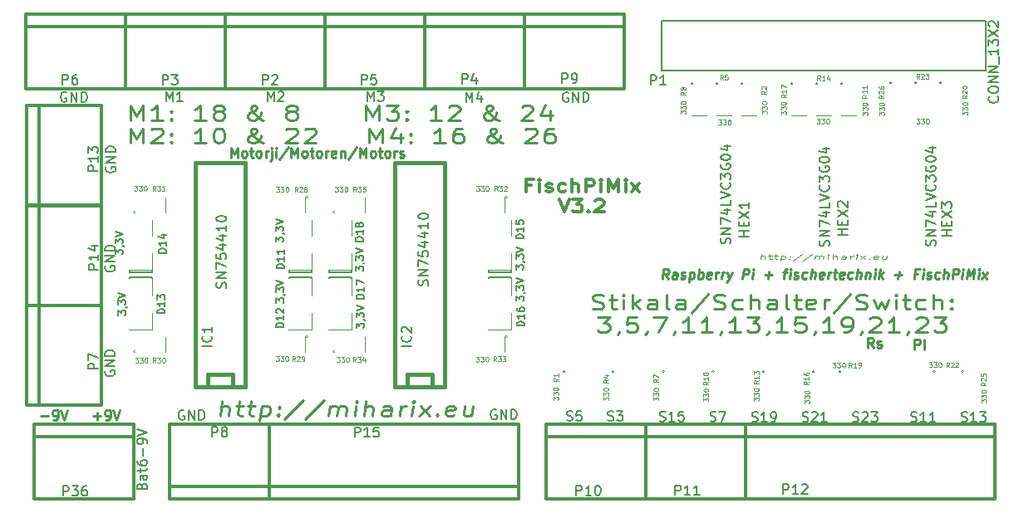
<source format=gto>
G04 (created by PCBNEW (2013-07-07 BZR 4022)-stable) date 6.3.2014 22:13:41*
%MOIN*%
G04 Gerber Fmt 3.4, Leading zero omitted, Abs format*
%FSLAX34Y34*%
G01*
G70*
G90*
G04 APERTURE LIST*
%ADD10C,0.011811*%
%ADD11C,0.00492126*%
%ADD12C,0.00984252*%
%ADD13C,0.008*%
%ADD14C,0.015*%
%ADD15C,0.0039*%
%ADD16C,0.005*%
%ADD17C,0.012*%
%ADD18C,0.00590551*%
%ADD19C,0.0043*%
%ADD20C,0.01*%
%ADD21R,0.072X0.072*%
%ADD22C,0.0828661*%
%ADD23R,0.067X0.067*%
%ADD24R,0.067X0.047*%
%ADD25R,0.047X0.067*%
%ADD26R,0.092X0.072*%
%ADD27R,0.162X0.162*%
%ADD28C,0.162*%
%ADD29C,0.24822*%
%ADD30R,0.0730236X0.0293228*%
G04 APERTURE END LIST*
G54D10*
G54D11*
X3999Y-9595D02*
X4024Y-9398D01*
X4168Y-9595D02*
X4181Y-9492D01*
X4164Y-9473D01*
X4128Y-9464D01*
X4072Y-9464D01*
X4033Y-9473D01*
X4013Y-9482D01*
X4315Y-9464D02*
X4465Y-9464D01*
X4380Y-9398D02*
X4359Y-9567D01*
X4375Y-9586D01*
X4411Y-9595D01*
X4449Y-9595D01*
X4540Y-9464D02*
X4690Y-9464D01*
X4605Y-9398D02*
X4584Y-9567D01*
X4600Y-9586D01*
X4636Y-9595D01*
X4674Y-9595D01*
X4822Y-9464D02*
X4797Y-9661D01*
X4820Y-9473D02*
X4859Y-9464D01*
X4934Y-9464D01*
X4970Y-9473D01*
X4988Y-9482D01*
X5004Y-9501D01*
X4997Y-9557D01*
X4976Y-9576D01*
X4956Y-9586D01*
X4918Y-9595D01*
X4843Y-9595D01*
X4806Y-9586D01*
X5164Y-9576D02*
X5181Y-9586D01*
X5161Y-9595D01*
X5144Y-9586D01*
X5164Y-9576D01*
X5161Y-9595D01*
X5177Y-9473D02*
X5194Y-9482D01*
X5174Y-9492D01*
X5157Y-9482D01*
X5177Y-9473D01*
X5174Y-9492D01*
X5656Y-9389D02*
X5287Y-9642D01*
X6068Y-9389D02*
X5699Y-9642D01*
X6174Y-9595D02*
X6190Y-9464D01*
X6188Y-9482D02*
X6208Y-9473D01*
X6246Y-9464D01*
X6303Y-9464D01*
X6339Y-9473D01*
X6355Y-9492D01*
X6342Y-9595D01*
X6355Y-9492D02*
X6376Y-9473D01*
X6415Y-9464D01*
X6471Y-9464D01*
X6508Y-9473D01*
X6524Y-9492D01*
X6511Y-9595D01*
X6699Y-9595D02*
X6715Y-9464D01*
X6723Y-9398D02*
X6703Y-9407D01*
X6721Y-9417D01*
X6741Y-9407D01*
X6723Y-9398D01*
X6721Y-9417D01*
X6886Y-9595D02*
X6911Y-9398D01*
X7055Y-9595D02*
X7068Y-9492D01*
X7051Y-9473D01*
X7015Y-9464D01*
X6959Y-9464D01*
X6920Y-9473D01*
X6900Y-9482D01*
X7411Y-9595D02*
X7424Y-9492D01*
X7408Y-9473D01*
X7371Y-9464D01*
X7296Y-9464D01*
X7258Y-9473D01*
X7412Y-9586D02*
X7374Y-9595D01*
X7280Y-9595D01*
X7244Y-9586D01*
X7227Y-9567D01*
X7229Y-9548D01*
X7251Y-9529D01*
X7289Y-9520D01*
X7383Y-9520D01*
X7422Y-9511D01*
X7599Y-9595D02*
X7615Y-9464D01*
X7610Y-9501D02*
X7631Y-9482D01*
X7651Y-9473D01*
X7690Y-9464D01*
X7727Y-9464D01*
X7842Y-9595D02*
X7859Y-9464D01*
X7867Y-9398D02*
X7847Y-9407D01*
X7865Y-9417D01*
X7884Y-9407D01*
X7867Y-9398D01*
X7865Y-9417D01*
X7992Y-9595D02*
X8215Y-9464D01*
X8009Y-9464D02*
X8198Y-9595D01*
X8351Y-9576D02*
X8368Y-9586D01*
X8348Y-9595D01*
X8331Y-9586D01*
X8351Y-9576D01*
X8348Y-9595D01*
X8687Y-9586D02*
X8648Y-9595D01*
X8573Y-9595D01*
X8537Y-9586D01*
X8521Y-9567D01*
X8530Y-9492D01*
X8551Y-9473D01*
X8590Y-9464D01*
X8665Y-9464D01*
X8701Y-9473D01*
X8718Y-9492D01*
X8715Y-9511D01*
X8525Y-9529D01*
X9059Y-9464D02*
X9042Y-9595D01*
X8890Y-9464D02*
X8877Y-9567D01*
X8893Y-9586D01*
X8930Y-9595D01*
X8986Y-9595D01*
X9025Y-9586D01*
X9044Y-9576D01*
G54D12*
X289Y-10379D02*
X181Y-10192D01*
X64Y-10379D02*
X113Y-9986D01*
X263Y-9986D01*
X298Y-10004D01*
X315Y-10023D01*
X329Y-10061D01*
X322Y-10117D01*
X298Y-10154D01*
X277Y-10173D01*
X237Y-10192D01*
X87Y-10192D01*
X626Y-10379D02*
X652Y-10173D01*
X638Y-10136D01*
X603Y-10117D01*
X528Y-10117D01*
X488Y-10136D01*
X629Y-10361D02*
X589Y-10379D01*
X495Y-10379D01*
X460Y-10361D01*
X446Y-10323D01*
X450Y-10286D01*
X474Y-10248D01*
X514Y-10229D01*
X607Y-10229D01*
X647Y-10211D01*
X797Y-10361D02*
X832Y-10379D01*
X907Y-10379D01*
X947Y-10361D01*
X971Y-10323D01*
X973Y-10304D01*
X959Y-10267D01*
X924Y-10248D01*
X868Y-10248D01*
X832Y-10229D01*
X818Y-10192D01*
X821Y-10173D01*
X844Y-10136D01*
X884Y-10117D01*
X940Y-10117D01*
X975Y-10136D01*
X1165Y-10117D02*
X1116Y-10511D01*
X1163Y-10136D02*
X1203Y-10117D01*
X1278Y-10117D01*
X1313Y-10136D01*
X1329Y-10154D01*
X1343Y-10192D01*
X1329Y-10304D01*
X1306Y-10342D01*
X1285Y-10361D01*
X1245Y-10379D01*
X1170Y-10379D01*
X1135Y-10361D01*
X1489Y-10379D02*
X1538Y-9986D01*
X1519Y-10136D02*
X1559Y-10117D01*
X1634Y-10117D01*
X1669Y-10136D01*
X1685Y-10154D01*
X1699Y-10192D01*
X1685Y-10304D01*
X1662Y-10342D01*
X1641Y-10361D01*
X1601Y-10379D01*
X1526Y-10379D01*
X1491Y-10361D01*
X1997Y-10361D02*
X1957Y-10379D01*
X1882Y-10379D01*
X1847Y-10361D01*
X1833Y-10323D01*
X1852Y-10173D01*
X1875Y-10136D01*
X1915Y-10117D01*
X1990Y-10117D01*
X2025Y-10136D01*
X2039Y-10173D01*
X2035Y-10211D01*
X1842Y-10248D01*
X2182Y-10379D02*
X2215Y-10117D01*
X2206Y-10192D02*
X2229Y-10154D01*
X2250Y-10136D01*
X2290Y-10117D01*
X2328Y-10117D01*
X2426Y-10379D02*
X2459Y-10117D01*
X2449Y-10192D02*
X2473Y-10154D01*
X2494Y-10136D01*
X2534Y-10117D01*
X2571Y-10117D01*
X2665Y-10117D02*
X2726Y-10379D01*
X2852Y-10117D02*
X2726Y-10379D01*
X2677Y-10473D01*
X2656Y-10492D01*
X2616Y-10511D01*
X3270Y-10379D02*
X3319Y-9986D01*
X3469Y-9986D01*
X3504Y-10004D01*
X3520Y-10023D01*
X3534Y-10061D01*
X3527Y-10117D01*
X3504Y-10154D01*
X3483Y-10173D01*
X3443Y-10192D01*
X3293Y-10192D01*
X3663Y-10379D02*
X3696Y-10117D01*
X3713Y-9986D02*
X3691Y-10004D01*
X3708Y-10023D01*
X3729Y-10004D01*
X3713Y-9986D01*
X3708Y-10023D01*
X4169Y-10229D02*
X4469Y-10229D01*
X4301Y-10379D02*
X4338Y-10079D01*
X4915Y-10117D02*
X5065Y-10117D01*
X4938Y-10379D02*
X4980Y-10042D01*
X5004Y-10004D01*
X5044Y-9986D01*
X5081Y-9986D01*
X5163Y-10379D02*
X5196Y-10117D01*
X5212Y-9986D02*
X5191Y-10004D01*
X5208Y-10023D01*
X5229Y-10004D01*
X5212Y-9986D01*
X5208Y-10023D01*
X5334Y-10361D02*
X5369Y-10379D01*
X5444Y-10379D01*
X5484Y-10361D01*
X5508Y-10323D01*
X5510Y-10304D01*
X5496Y-10267D01*
X5461Y-10248D01*
X5404Y-10248D01*
X5369Y-10229D01*
X5355Y-10192D01*
X5358Y-10173D01*
X5381Y-10136D01*
X5421Y-10117D01*
X5477Y-10117D01*
X5512Y-10136D01*
X5840Y-10361D02*
X5801Y-10379D01*
X5726Y-10379D01*
X5690Y-10361D01*
X5674Y-10342D01*
X5660Y-10304D01*
X5674Y-10192D01*
X5697Y-10154D01*
X5719Y-10136D01*
X5758Y-10117D01*
X5833Y-10117D01*
X5869Y-10136D01*
X6007Y-10379D02*
X6056Y-9986D01*
X6175Y-10379D02*
X6201Y-10173D01*
X6187Y-10136D01*
X6152Y-10117D01*
X6096Y-10117D01*
X6056Y-10136D01*
X6035Y-10154D01*
X6515Y-10361D02*
X6475Y-10379D01*
X6400Y-10379D01*
X6365Y-10361D01*
X6351Y-10323D01*
X6370Y-10173D01*
X6393Y-10136D01*
X6433Y-10117D01*
X6508Y-10117D01*
X6543Y-10136D01*
X6557Y-10173D01*
X6553Y-10211D01*
X6361Y-10248D01*
X6700Y-10379D02*
X6733Y-10117D01*
X6724Y-10192D02*
X6747Y-10154D01*
X6768Y-10136D01*
X6808Y-10117D01*
X6846Y-10117D01*
X6921Y-10117D02*
X7071Y-10117D01*
X6993Y-9986D02*
X6951Y-10323D01*
X6965Y-10361D01*
X7000Y-10379D01*
X7038Y-10379D01*
X7321Y-10361D02*
X7282Y-10379D01*
X7207Y-10379D01*
X7171Y-10361D01*
X7157Y-10323D01*
X7176Y-10173D01*
X7200Y-10136D01*
X7239Y-10117D01*
X7314Y-10117D01*
X7350Y-10136D01*
X7364Y-10173D01*
X7359Y-10211D01*
X7167Y-10248D01*
X7678Y-10361D02*
X7638Y-10379D01*
X7563Y-10379D01*
X7528Y-10361D01*
X7511Y-10342D01*
X7497Y-10304D01*
X7511Y-10192D01*
X7535Y-10154D01*
X7556Y-10136D01*
X7596Y-10117D01*
X7671Y-10117D01*
X7706Y-10136D01*
X7844Y-10379D02*
X7893Y-9986D01*
X8013Y-10379D02*
X8039Y-10173D01*
X8024Y-10136D01*
X7989Y-10117D01*
X7933Y-10117D01*
X7893Y-10136D01*
X7872Y-10154D01*
X8233Y-10117D02*
X8200Y-10379D01*
X8228Y-10154D02*
X8249Y-10136D01*
X8289Y-10117D01*
X8346Y-10117D01*
X8381Y-10136D01*
X8395Y-10173D01*
X8369Y-10379D01*
X8556Y-10379D02*
X8589Y-10117D01*
X8606Y-9986D02*
X8585Y-10004D01*
X8601Y-10023D01*
X8622Y-10004D01*
X8606Y-9986D01*
X8601Y-10023D01*
X8744Y-10379D02*
X8793Y-9986D01*
X8800Y-10229D02*
X8894Y-10379D01*
X8927Y-10117D02*
X8758Y-10267D01*
X9381Y-10229D02*
X9681Y-10229D01*
X9513Y-10379D02*
X9550Y-10079D01*
X10307Y-10173D02*
X10176Y-10173D01*
X10150Y-10379D02*
X10199Y-9986D01*
X10387Y-9986D01*
X10487Y-10379D02*
X10520Y-10117D01*
X10537Y-9986D02*
X10516Y-10004D01*
X10532Y-10023D01*
X10553Y-10004D01*
X10537Y-9986D01*
X10532Y-10023D01*
X10659Y-10361D02*
X10694Y-10379D01*
X10769Y-10379D01*
X10809Y-10361D01*
X10832Y-10323D01*
X10834Y-10304D01*
X10820Y-10267D01*
X10785Y-10248D01*
X10729Y-10248D01*
X10694Y-10229D01*
X10680Y-10192D01*
X10682Y-10173D01*
X10705Y-10136D01*
X10745Y-10117D01*
X10801Y-10117D01*
X10837Y-10136D01*
X11165Y-10361D02*
X11125Y-10379D01*
X11050Y-10379D01*
X11015Y-10361D01*
X10998Y-10342D01*
X10984Y-10304D01*
X10998Y-10192D01*
X11022Y-10154D01*
X11043Y-10136D01*
X11083Y-10117D01*
X11158Y-10117D01*
X11193Y-10136D01*
X11331Y-10379D02*
X11380Y-9986D01*
X11500Y-10379D02*
X11526Y-10173D01*
X11512Y-10136D01*
X11476Y-10117D01*
X11420Y-10117D01*
X11380Y-10136D01*
X11359Y-10154D01*
X11687Y-10379D02*
X11737Y-9986D01*
X11886Y-9986D01*
X11922Y-10004D01*
X11938Y-10023D01*
X11952Y-10061D01*
X11945Y-10117D01*
X11922Y-10154D01*
X11901Y-10173D01*
X11861Y-10192D01*
X11711Y-10192D01*
X12081Y-10379D02*
X12114Y-10117D01*
X12130Y-9986D02*
X12109Y-10004D01*
X12126Y-10023D01*
X12147Y-10004D01*
X12130Y-9986D01*
X12126Y-10023D01*
X12268Y-10379D02*
X12318Y-9986D01*
X12414Y-10267D01*
X12580Y-9986D01*
X12531Y-10379D01*
X12718Y-10379D02*
X12751Y-10117D01*
X12768Y-9986D02*
X12747Y-10004D01*
X12763Y-10023D01*
X12784Y-10004D01*
X12768Y-9986D01*
X12763Y-10023D01*
X12868Y-10379D02*
X13107Y-10117D01*
X12901Y-10117D02*
X13075Y-10379D01*
X-17238Y-5505D02*
X-17238Y-5112D01*
X-17107Y-5393D01*
X-16976Y-5112D01*
X-16976Y-5505D01*
X-16732Y-5505D02*
X-16769Y-5487D01*
X-16788Y-5468D01*
X-16807Y-5430D01*
X-16807Y-5318D01*
X-16788Y-5280D01*
X-16769Y-5262D01*
X-16732Y-5243D01*
X-16676Y-5243D01*
X-16638Y-5262D01*
X-16619Y-5280D01*
X-16601Y-5318D01*
X-16601Y-5430D01*
X-16619Y-5468D01*
X-16638Y-5487D01*
X-16676Y-5505D01*
X-16732Y-5505D01*
X-16488Y-5243D02*
X-16338Y-5243D01*
X-16432Y-5112D02*
X-16432Y-5449D01*
X-16413Y-5487D01*
X-16376Y-5505D01*
X-16338Y-5505D01*
X-16151Y-5505D02*
X-16188Y-5487D01*
X-16207Y-5468D01*
X-16226Y-5430D01*
X-16226Y-5318D01*
X-16207Y-5280D01*
X-16188Y-5262D01*
X-16151Y-5243D01*
X-16094Y-5243D01*
X-16057Y-5262D01*
X-16038Y-5280D01*
X-16019Y-5318D01*
X-16019Y-5430D01*
X-16038Y-5468D01*
X-16057Y-5487D01*
X-16094Y-5505D01*
X-16151Y-5505D01*
X-15851Y-5505D02*
X-15851Y-5243D01*
X-15851Y-5318D02*
X-15832Y-5280D01*
X-15813Y-5262D01*
X-15776Y-5243D01*
X-15738Y-5243D01*
X-15607Y-5243D02*
X-15607Y-5580D01*
X-15626Y-5618D01*
X-15663Y-5637D01*
X-15682Y-5637D01*
X-15607Y-5112D02*
X-15626Y-5130D01*
X-15607Y-5149D01*
X-15588Y-5130D01*
X-15607Y-5112D01*
X-15607Y-5149D01*
X-15419Y-5505D02*
X-15419Y-5243D01*
X-15419Y-5112D02*
X-15438Y-5130D01*
X-15419Y-5149D01*
X-15401Y-5130D01*
X-15419Y-5112D01*
X-15419Y-5149D01*
X-14951Y-5093D02*
X-15288Y-5599D01*
X-14820Y-5505D02*
X-14820Y-5112D01*
X-14688Y-5393D01*
X-14557Y-5112D01*
X-14557Y-5505D01*
X-14313Y-5505D02*
X-14351Y-5487D01*
X-14370Y-5468D01*
X-14388Y-5430D01*
X-14388Y-5318D01*
X-14370Y-5280D01*
X-14351Y-5262D01*
X-14313Y-5243D01*
X-14257Y-5243D01*
X-14220Y-5262D01*
X-14201Y-5280D01*
X-14182Y-5318D01*
X-14182Y-5430D01*
X-14201Y-5468D01*
X-14220Y-5487D01*
X-14257Y-5505D01*
X-14313Y-5505D01*
X-14070Y-5243D02*
X-13920Y-5243D01*
X-14013Y-5112D02*
X-14013Y-5449D01*
X-13995Y-5487D01*
X-13957Y-5505D01*
X-13920Y-5505D01*
X-13732Y-5505D02*
X-13770Y-5487D01*
X-13788Y-5468D01*
X-13807Y-5430D01*
X-13807Y-5318D01*
X-13788Y-5280D01*
X-13770Y-5262D01*
X-13732Y-5243D01*
X-13676Y-5243D01*
X-13638Y-5262D01*
X-13620Y-5280D01*
X-13601Y-5318D01*
X-13601Y-5430D01*
X-13620Y-5468D01*
X-13638Y-5487D01*
X-13676Y-5505D01*
X-13732Y-5505D01*
X-13432Y-5505D02*
X-13432Y-5243D01*
X-13432Y-5318D02*
X-13413Y-5280D01*
X-13395Y-5262D01*
X-13357Y-5243D01*
X-13320Y-5243D01*
X-13038Y-5487D02*
X-13076Y-5505D01*
X-13151Y-5505D01*
X-13188Y-5487D01*
X-13207Y-5449D01*
X-13207Y-5299D01*
X-13188Y-5262D01*
X-13151Y-5243D01*
X-13076Y-5243D01*
X-13038Y-5262D01*
X-13020Y-5299D01*
X-13020Y-5337D01*
X-13207Y-5374D01*
X-12851Y-5243D02*
X-12851Y-5505D01*
X-12851Y-5280D02*
X-12832Y-5262D01*
X-12795Y-5243D01*
X-12739Y-5243D01*
X-12701Y-5262D01*
X-12682Y-5299D01*
X-12682Y-5505D01*
X-12214Y-5093D02*
X-12551Y-5599D01*
X-12082Y-5505D02*
X-12082Y-5112D01*
X-11951Y-5393D01*
X-11820Y-5112D01*
X-11820Y-5505D01*
X-11576Y-5505D02*
X-11614Y-5487D01*
X-11632Y-5468D01*
X-11651Y-5430D01*
X-11651Y-5318D01*
X-11632Y-5280D01*
X-11614Y-5262D01*
X-11576Y-5243D01*
X-11520Y-5243D01*
X-11482Y-5262D01*
X-11464Y-5280D01*
X-11445Y-5318D01*
X-11445Y-5430D01*
X-11464Y-5468D01*
X-11482Y-5487D01*
X-11520Y-5505D01*
X-11576Y-5505D01*
X-11332Y-5243D02*
X-11182Y-5243D01*
X-11276Y-5112D02*
X-11276Y-5449D01*
X-11257Y-5487D01*
X-11220Y-5505D01*
X-11182Y-5505D01*
X-10995Y-5505D02*
X-11032Y-5487D01*
X-11051Y-5468D01*
X-11070Y-5430D01*
X-11070Y-5318D01*
X-11051Y-5280D01*
X-11032Y-5262D01*
X-10995Y-5243D01*
X-10939Y-5243D01*
X-10901Y-5262D01*
X-10883Y-5280D01*
X-10864Y-5318D01*
X-10864Y-5430D01*
X-10883Y-5468D01*
X-10901Y-5487D01*
X-10939Y-5505D01*
X-10995Y-5505D01*
X-10695Y-5505D02*
X-10695Y-5243D01*
X-10695Y-5318D02*
X-10676Y-5280D01*
X-10658Y-5262D01*
X-10620Y-5243D01*
X-10583Y-5243D01*
X-10470Y-5487D02*
X-10433Y-5505D01*
X-10358Y-5505D01*
X-10320Y-5487D01*
X-10301Y-5449D01*
X-10301Y-5430D01*
X-10320Y-5393D01*
X-10358Y-5374D01*
X-10414Y-5374D01*
X-10451Y-5355D01*
X-10470Y-5318D01*
X-10470Y-5299D01*
X-10451Y-5262D01*
X-10414Y-5243D01*
X-10358Y-5243D01*
X-10320Y-5262D01*
X-24859Y-15895D02*
X-24559Y-15895D01*
X-24353Y-16045D02*
X-24278Y-16045D01*
X-24240Y-16026D01*
X-24221Y-16007D01*
X-24184Y-15951D01*
X-24165Y-15876D01*
X-24165Y-15726D01*
X-24184Y-15688D01*
X-24203Y-15670D01*
X-24240Y-15651D01*
X-24315Y-15651D01*
X-24353Y-15670D01*
X-24371Y-15688D01*
X-24390Y-15726D01*
X-24390Y-15820D01*
X-24371Y-15857D01*
X-24353Y-15876D01*
X-24315Y-15895D01*
X-24240Y-15895D01*
X-24203Y-15876D01*
X-24184Y-15857D01*
X-24165Y-15820D01*
X-24053Y-15651D02*
X-23921Y-16045D01*
X-23790Y-15651D01*
X-22759Y-15895D02*
X-22459Y-15895D01*
X-22609Y-16045D02*
X-22609Y-15745D01*
X-22253Y-16045D02*
X-22178Y-16045D01*
X-22140Y-16026D01*
X-22122Y-16007D01*
X-22084Y-15951D01*
X-22065Y-15876D01*
X-22065Y-15726D01*
X-22084Y-15688D01*
X-22103Y-15670D01*
X-22140Y-15651D01*
X-22215Y-15651D01*
X-22253Y-15670D01*
X-22272Y-15688D01*
X-22290Y-15726D01*
X-22290Y-15820D01*
X-22272Y-15857D01*
X-22253Y-15876D01*
X-22215Y-15895D01*
X-22140Y-15895D01*
X-22103Y-15876D01*
X-22084Y-15857D01*
X-22065Y-15820D01*
X-21953Y-15651D02*
X-21822Y-16045D01*
X-21690Y-15651D01*
X-17675Y-15880D02*
X-17602Y-15290D01*
X-17338Y-15880D02*
X-17299Y-15571D01*
X-17330Y-15515D01*
X-17401Y-15487D01*
X-17514Y-15487D01*
X-17592Y-15515D01*
X-17633Y-15543D01*
X-17026Y-15487D02*
X-16726Y-15487D01*
X-16889Y-15290D02*
X-16952Y-15796D01*
X-16922Y-15852D01*
X-16850Y-15880D01*
X-16775Y-15880D01*
X-16576Y-15487D02*
X-16276Y-15487D01*
X-16439Y-15290D02*
X-16502Y-15796D01*
X-16472Y-15852D01*
X-16401Y-15880D01*
X-16326Y-15880D01*
X-16014Y-15487D02*
X-16088Y-16077D01*
X-16017Y-15515D02*
X-15939Y-15487D01*
X-15789Y-15487D01*
X-15717Y-15515D01*
X-15683Y-15543D01*
X-15653Y-15599D01*
X-15674Y-15768D01*
X-15719Y-15824D01*
X-15760Y-15852D01*
X-15838Y-15880D01*
X-15988Y-15880D01*
X-16060Y-15852D01*
X-15344Y-15824D02*
X-15310Y-15852D01*
X-15351Y-15880D01*
X-15385Y-15852D01*
X-15344Y-15824D01*
X-15351Y-15880D01*
X-15305Y-15515D02*
X-15271Y-15543D01*
X-15312Y-15571D01*
X-15346Y-15543D01*
X-15305Y-15515D01*
X-15312Y-15571D01*
X-14336Y-15262D02*
X-15106Y-16021D01*
X-13511Y-15262D02*
X-14281Y-16021D01*
X-13326Y-15880D02*
X-13277Y-15487D01*
X-13284Y-15543D02*
X-13243Y-15515D01*
X-13164Y-15487D01*
X-13052Y-15487D01*
X-12980Y-15515D01*
X-12950Y-15571D01*
X-12988Y-15880D01*
X-12950Y-15571D02*
X-12905Y-15515D01*
X-12827Y-15487D01*
X-12714Y-15487D01*
X-12643Y-15515D01*
X-12612Y-15571D01*
X-12651Y-15880D01*
X-12276Y-15880D02*
X-12227Y-15487D01*
X-12202Y-15290D02*
X-12243Y-15318D01*
X-12209Y-15346D01*
X-12168Y-15318D01*
X-12202Y-15290D01*
X-12209Y-15346D01*
X-11901Y-15880D02*
X-11827Y-15290D01*
X-11564Y-15880D02*
X-11525Y-15571D01*
X-11555Y-15515D01*
X-11627Y-15487D01*
X-11739Y-15487D01*
X-11818Y-15515D01*
X-11859Y-15543D01*
X-10851Y-15880D02*
X-10813Y-15571D01*
X-10843Y-15515D01*
X-10914Y-15487D01*
X-11064Y-15487D01*
X-11143Y-15515D01*
X-10848Y-15852D02*
X-10926Y-15880D01*
X-11114Y-15880D01*
X-11185Y-15852D01*
X-11216Y-15796D01*
X-11209Y-15740D01*
X-11164Y-15683D01*
X-11086Y-15655D01*
X-10898Y-15655D01*
X-10820Y-15627D01*
X-10476Y-15880D02*
X-10427Y-15487D01*
X-10441Y-15599D02*
X-10397Y-15543D01*
X-10356Y-15515D01*
X-10277Y-15487D01*
X-10202Y-15487D01*
X-9989Y-15880D02*
X-9940Y-15487D01*
X-9915Y-15290D02*
X-9956Y-15318D01*
X-9922Y-15346D01*
X-9881Y-15318D01*
X-9915Y-15290D01*
X-9922Y-15346D01*
X-9689Y-15880D02*
X-9227Y-15487D01*
X-9640Y-15487D02*
X-9276Y-15880D01*
X-8969Y-15824D02*
X-8935Y-15852D01*
X-8976Y-15880D01*
X-9010Y-15852D01*
X-8969Y-15824D01*
X-8976Y-15880D01*
X-8298Y-15852D02*
X-8377Y-15880D01*
X-8526Y-15880D01*
X-8598Y-15852D01*
X-8628Y-15796D01*
X-8600Y-15571D01*
X-8556Y-15515D01*
X-8477Y-15487D01*
X-8327Y-15487D01*
X-8256Y-15515D01*
X-8225Y-15571D01*
X-8232Y-15627D01*
X-8614Y-15683D01*
X-7540Y-15487D02*
X-7589Y-15880D01*
X-7877Y-15487D02*
X-7916Y-15796D01*
X-7886Y-15852D01*
X-7814Y-15880D01*
X-7702Y-15880D01*
X-7623Y-15852D01*
X-7582Y-15824D01*
X-2745Y-11573D02*
X-2632Y-11601D01*
X-2445Y-11601D01*
X-2370Y-11573D01*
X-2332Y-11544D01*
X-2295Y-11488D01*
X-2295Y-11432D01*
X-2332Y-11376D01*
X-2370Y-11348D01*
X-2445Y-11320D01*
X-2595Y-11291D01*
X-2670Y-11263D01*
X-2707Y-11235D01*
X-2745Y-11179D01*
X-2745Y-11123D01*
X-2707Y-11066D01*
X-2670Y-11038D01*
X-2595Y-11010D01*
X-2407Y-11010D01*
X-2295Y-11038D01*
X-2070Y-11207D02*
X-1770Y-11207D01*
X-1958Y-11010D02*
X-1958Y-11516D01*
X-1920Y-11573D01*
X-1845Y-11601D01*
X-1770Y-11601D01*
X-1508Y-11601D02*
X-1508Y-11207D01*
X-1508Y-11010D02*
X-1545Y-11038D01*
X-1508Y-11066D01*
X-1470Y-11038D01*
X-1508Y-11010D01*
X-1508Y-11066D01*
X-1133Y-11601D02*
X-1133Y-11010D01*
X-1058Y-11376D02*
X-833Y-11601D01*
X-833Y-11207D02*
X-1133Y-11432D01*
X-158Y-11601D02*
X-158Y-11291D01*
X-195Y-11235D01*
X-270Y-11207D01*
X-420Y-11207D01*
X-495Y-11235D01*
X-158Y-11573D02*
X-233Y-11601D01*
X-420Y-11601D01*
X-495Y-11573D01*
X-533Y-11516D01*
X-533Y-11460D01*
X-495Y-11404D01*
X-420Y-11376D01*
X-233Y-11376D01*
X-158Y-11348D01*
X329Y-11601D02*
X254Y-11573D01*
X216Y-11516D01*
X216Y-11010D01*
X966Y-11601D02*
X966Y-11291D01*
X929Y-11235D01*
X854Y-11207D01*
X704Y-11207D01*
X629Y-11235D01*
X966Y-11573D02*
X891Y-11601D01*
X704Y-11601D01*
X629Y-11573D01*
X591Y-11516D01*
X591Y-11460D01*
X629Y-11404D01*
X704Y-11376D01*
X891Y-11376D01*
X966Y-11348D01*
X1904Y-10982D02*
X1229Y-11741D01*
X2128Y-11573D02*
X2241Y-11601D01*
X2428Y-11601D01*
X2503Y-11573D01*
X2541Y-11544D01*
X2578Y-11488D01*
X2578Y-11432D01*
X2541Y-11376D01*
X2503Y-11348D01*
X2428Y-11320D01*
X2278Y-11291D01*
X2203Y-11263D01*
X2166Y-11235D01*
X2128Y-11179D01*
X2128Y-11123D01*
X2166Y-11066D01*
X2203Y-11038D01*
X2278Y-11010D01*
X2466Y-11010D01*
X2578Y-11038D01*
X3253Y-11573D02*
X3178Y-11601D01*
X3028Y-11601D01*
X2953Y-11573D01*
X2916Y-11544D01*
X2878Y-11488D01*
X2878Y-11320D01*
X2916Y-11263D01*
X2953Y-11235D01*
X3028Y-11207D01*
X3178Y-11207D01*
X3253Y-11235D01*
X3591Y-11601D02*
X3591Y-11010D01*
X3928Y-11601D02*
X3928Y-11291D01*
X3891Y-11235D01*
X3816Y-11207D01*
X3703Y-11207D01*
X3628Y-11235D01*
X3591Y-11263D01*
X4641Y-11601D02*
X4641Y-11291D01*
X4603Y-11235D01*
X4528Y-11207D01*
X4378Y-11207D01*
X4303Y-11235D01*
X4641Y-11573D02*
X4566Y-11601D01*
X4378Y-11601D01*
X4303Y-11573D01*
X4266Y-11516D01*
X4266Y-11460D01*
X4303Y-11404D01*
X4378Y-11376D01*
X4566Y-11376D01*
X4641Y-11348D01*
X5128Y-11601D02*
X5053Y-11573D01*
X5016Y-11516D01*
X5016Y-11010D01*
X5316Y-11207D02*
X5616Y-11207D01*
X5428Y-11010D02*
X5428Y-11516D01*
X5466Y-11573D01*
X5541Y-11601D01*
X5616Y-11601D01*
X6178Y-11573D02*
X6103Y-11601D01*
X5953Y-11601D01*
X5878Y-11573D01*
X5841Y-11516D01*
X5841Y-11291D01*
X5878Y-11235D01*
X5953Y-11207D01*
X6103Y-11207D01*
X6178Y-11235D01*
X6215Y-11291D01*
X6215Y-11348D01*
X5841Y-11404D01*
X6553Y-11601D02*
X6553Y-11207D01*
X6553Y-11320D02*
X6590Y-11263D01*
X6628Y-11235D01*
X6703Y-11207D01*
X6778Y-11207D01*
X7603Y-10982D02*
X6928Y-11741D01*
X7828Y-11573D02*
X7940Y-11601D01*
X8128Y-11601D01*
X8203Y-11573D01*
X8240Y-11544D01*
X8278Y-11488D01*
X8278Y-11432D01*
X8240Y-11376D01*
X8203Y-11348D01*
X8128Y-11320D01*
X7978Y-11291D01*
X7903Y-11263D01*
X7865Y-11235D01*
X7828Y-11179D01*
X7828Y-11123D01*
X7865Y-11066D01*
X7903Y-11038D01*
X7978Y-11010D01*
X8165Y-11010D01*
X8278Y-11038D01*
X8540Y-11207D02*
X8690Y-11601D01*
X8840Y-11320D01*
X8990Y-11601D01*
X9140Y-11207D01*
X9440Y-11601D02*
X9440Y-11207D01*
X9440Y-11010D02*
X9403Y-11038D01*
X9440Y-11066D01*
X9478Y-11038D01*
X9440Y-11010D01*
X9440Y-11066D01*
X9703Y-11207D02*
X10003Y-11207D01*
X9815Y-11010D02*
X9815Y-11516D01*
X9853Y-11573D01*
X9928Y-11601D01*
X10003Y-11601D01*
X10602Y-11573D02*
X10527Y-11601D01*
X10377Y-11601D01*
X10302Y-11573D01*
X10265Y-11544D01*
X10227Y-11488D01*
X10227Y-11320D01*
X10265Y-11263D01*
X10302Y-11235D01*
X10377Y-11207D01*
X10527Y-11207D01*
X10602Y-11235D01*
X10940Y-11601D02*
X10940Y-11010D01*
X11277Y-11601D02*
X11277Y-11291D01*
X11240Y-11235D01*
X11165Y-11207D01*
X11052Y-11207D01*
X10977Y-11235D01*
X10940Y-11263D01*
X11652Y-11544D02*
X11690Y-11573D01*
X11652Y-11601D01*
X11615Y-11573D01*
X11652Y-11544D01*
X11652Y-11601D01*
X11652Y-11235D02*
X11690Y-11263D01*
X11652Y-11291D01*
X11615Y-11263D01*
X11652Y-11235D01*
X11652Y-11291D01*
X-2539Y-11935D02*
X-2051Y-11935D01*
X-2314Y-12160D01*
X-2201Y-12160D01*
X-2126Y-12188D01*
X-2089Y-12217D01*
X-2051Y-12273D01*
X-2051Y-12413D01*
X-2089Y-12470D01*
X-2126Y-12498D01*
X-2201Y-12526D01*
X-2426Y-12526D01*
X-2501Y-12498D01*
X-2539Y-12470D01*
X-1676Y-12498D02*
X-1676Y-12526D01*
X-1714Y-12582D01*
X-1751Y-12610D01*
X-964Y-11935D02*
X-1339Y-11935D01*
X-1376Y-12217D01*
X-1339Y-12188D01*
X-1264Y-12160D01*
X-1076Y-12160D01*
X-1001Y-12188D01*
X-964Y-12217D01*
X-926Y-12273D01*
X-926Y-12413D01*
X-964Y-12470D01*
X-1001Y-12498D01*
X-1076Y-12526D01*
X-1264Y-12526D01*
X-1339Y-12498D01*
X-1376Y-12470D01*
X-551Y-12498D02*
X-551Y-12526D01*
X-589Y-12582D01*
X-626Y-12610D01*
X-289Y-11935D02*
X235Y-11935D01*
X-101Y-12526D01*
X572Y-12498D02*
X572Y-12526D01*
X535Y-12582D01*
X497Y-12610D01*
X1322Y-12526D02*
X872Y-12526D01*
X1097Y-12526D02*
X1097Y-11935D01*
X1022Y-12020D01*
X947Y-12076D01*
X872Y-12104D01*
X2072Y-12526D02*
X1622Y-12526D01*
X1847Y-12526D02*
X1847Y-11935D01*
X1772Y-12020D01*
X1697Y-12076D01*
X1622Y-12104D01*
X2447Y-12498D02*
X2447Y-12526D01*
X2410Y-12582D01*
X2372Y-12610D01*
X3197Y-12526D02*
X2747Y-12526D01*
X2972Y-12526D02*
X2972Y-11935D01*
X2897Y-12020D01*
X2822Y-12076D01*
X2747Y-12104D01*
X3460Y-11935D02*
X3947Y-11935D01*
X3685Y-12160D01*
X3797Y-12160D01*
X3872Y-12188D01*
X3910Y-12217D01*
X3947Y-12273D01*
X3947Y-12413D01*
X3910Y-12470D01*
X3872Y-12498D01*
X3797Y-12526D01*
X3572Y-12526D01*
X3497Y-12498D01*
X3460Y-12470D01*
X4322Y-12498D02*
X4322Y-12526D01*
X4284Y-12582D01*
X4247Y-12610D01*
X5072Y-12526D02*
X4622Y-12526D01*
X4847Y-12526D02*
X4847Y-11935D01*
X4772Y-12020D01*
X4697Y-12076D01*
X4622Y-12104D01*
X5784Y-11935D02*
X5409Y-11935D01*
X5372Y-12217D01*
X5409Y-12188D01*
X5484Y-12160D01*
X5672Y-12160D01*
X5747Y-12188D01*
X5784Y-12217D01*
X5822Y-12273D01*
X5822Y-12413D01*
X5784Y-12470D01*
X5747Y-12498D01*
X5672Y-12526D01*
X5484Y-12526D01*
X5409Y-12498D01*
X5372Y-12470D01*
X6197Y-12498D02*
X6197Y-12526D01*
X6159Y-12582D01*
X6122Y-12610D01*
X6947Y-12526D02*
X6497Y-12526D01*
X6722Y-12526D02*
X6722Y-11935D01*
X6647Y-12020D01*
X6572Y-12076D01*
X6497Y-12104D01*
X7322Y-12526D02*
X7472Y-12526D01*
X7547Y-12498D01*
X7584Y-12470D01*
X7659Y-12385D01*
X7697Y-12273D01*
X7697Y-12048D01*
X7659Y-11992D01*
X7622Y-11964D01*
X7547Y-11935D01*
X7397Y-11935D01*
X7322Y-11964D01*
X7284Y-11992D01*
X7247Y-12048D01*
X7247Y-12188D01*
X7284Y-12245D01*
X7322Y-12273D01*
X7397Y-12301D01*
X7547Y-12301D01*
X7622Y-12273D01*
X7659Y-12245D01*
X7697Y-12188D01*
X8071Y-12498D02*
X8071Y-12526D01*
X8034Y-12582D01*
X7997Y-12610D01*
X8371Y-11992D02*
X8409Y-11964D01*
X8484Y-11935D01*
X8671Y-11935D01*
X8746Y-11964D01*
X8784Y-11992D01*
X8821Y-12048D01*
X8821Y-12104D01*
X8784Y-12188D01*
X8334Y-12526D01*
X8821Y-12526D01*
X9571Y-12526D02*
X9121Y-12526D01*
X9346Y-12526D02*
X9346Y-11935D01*
X9271Y-12020D01*
X9196Y-12076D01*
X9121Y-12104D01*
X9946Y-12498D02*
X9946Y-12526D01*
X9909Y-12582D01*
X9871Y-12610D01*
X10246Y-11992D02*
X10284Y-11964D01*
X10359Y-11935D01*
X10546Y-11935D01*
X10621Y-11964D01*
X10659Y-11992D01*
X10696Y-12048D01*
X10696Y-12104D01*
X10659Y-12188D01*
X10209Y-12526D01*
X10696Y-12526D01*
X10959Y-11935D02*
X11446Y-11935D01*
X11184Y-12160D01*
X11296Y-12160D01*
X11371Y-12188D01*
X11409Y-12217D01*
X11446Y-12273D01*
X11446Y-12413D01*
X11409Y-12470D01*
X11371Y-12498D01*
X11296Y-12526D01*
X11071Y-12526D01*
X10996Y-12498D01*
X10959Y-12470D01*
G54D10*
X-5187Y-6630D02*
X-5391Y-6630D01*
X-5391Y-6888D02*
X-5391Y-6396D01*
X-5100Y-6396D01*
X-4868Y-6888D02*
X-4868Y-6560D01*
X-4868Y-6396D02*
X-4897Y-6419D01*
X-4868Y-6442D01*
X-4838Y-6419D01*
X-4868Y-6396D01*
X-4868Y-6442D01*
X-4606Y-6864D02*
X-4548Y-6888D01*
X-4432Y-6888D01*
X-4374Y-6864D01*
X-4344Y-6817D01*
X-4344Y-6794D01*
X-4374Y-6747D01*
X-4432Y-6724D01*
X-4519Y-6724D01*
X-4577Y-6700D01*
X-4606Y-6653D01*
X-4606Y-6630D01*
X-4577Y-6583D01*
X-4519Y-6560D01*
X-4432Y-6560D01*
X-4374Y-6583D01*
X-3821Y-6864D02*
X-3880Y-6888D01*
X-3996Y-6888D01*
X-4054Y-6864D01*
X-4083Y-6841D01*
X-4112Y-6794D01*
X-4112Y-6653D01*
X-4083Y-6606D01*
X-4054Y-6583D01*
X-3996Y-6560D01*
X-3880Y-6560D01*
X-3821Y-6583D01*
X-3560Y-6888D02*
X-3560Y-6396D01*
X-3298Y-6888D02*
X-3298Y-6630D01*
X-3327Y-6583D01*
X-3386Y-6560D01*
X-3473Y-6560D01*
X-3531Y-6583D01*
X-3560Y-6606D01*
X-3008Y-6888D02*
X-3008Y-6396D01*
X-2775Y-6396D01*
X-2717Y-6419D01*
X-2688Y-6442D01*
X-2659Y-6489D01*
X-2659Y-6560D01*
X-2688Y-6606D01*
X-2717Y-6630D01*
X-2775Y-6653D01*
X-3008Y-6653D01*
X-2398Y-6888D02*
X-2398Y-6560D01*
X-2398Y-6396D02*
X-2427Y-6419D01*
X-2398Y-6442D01*
X-2368Y-6419D01*
X-2398Y-6396D01*
X-2398Y-6442D01*
X-2107Y-6888D02*
X-2107Y-6396D01*
X-1904Y-6747D01*
X-1700Y-6396D01*
X-1700Y-6888D01*
X-1410Y-6888D02*
X-1410Y-6560D01*
X-1410Y-6396D02*
X-1439Y-6419D01*
X-1410Y-6442D01*
X-1380Y-6419D01*
X-1410Y-6396D01*
X-1410Y-6442D01*
X-1177Y-6888D02*
X-857Y-6560D01*
X-1177Y-6560D02*
X-857Y-6888D01*
X-4083Y-7203D02*
X-3880Y-7695D01*
X-3676Y-7203D01*
X-3531Y-7203D02*
X-3153Y-7203D01*
X-3356Y-7390D01*
X-3269Y-7390D01*
X-3211Y-7414D01*
X-3182Y-7437D01*
X-3153Y-7484D01*
X-3153Y-7601D01*
X-3182Y-7648D01*
X-3211Y-7671D01*
X-3269Y-7695D01*
X-3444Y-7695D01*
X-3502Y-7671D01*
X-3531Y-7648D01*
X-2892Y-7648D02*
X-2862Y-7671D01*
X-2892Y-7695D01*
X-2921Y-7671D01*
X-2892Y-7648D01*
X-2892Y-7695D01*
X-2630Y-7250D02*
X-2601Y-7226D01*
X-2543Y-7203D01*
X-2398Y-7203D01*
X-2339Y-7226D01*
X-2310Y-7250D01*
X-2281Y-7296D01*
X-2281Y-7343D01*
X-2310Y-7414D01*
X-2659Y-7695D01*
X-2281Y-7695D01*
G54D12*
X-21284Y-4006D02*
X-21284Y-3416D01*
X-21022Y-3838D01*
X-20760Y-3416D01*
X-20760Y-4006D01*
X-19972Y-4006D02*
X-20422Y-4006D01*
X-20197Y-4006D02*
X-20197Y-3416D01*
X-20272Y-3500D01*
X-20347Y-3556D01*
X-20422Y-3584D01*
X-19635Y-3950D02*
X-19597Y-3978D01*
X-19635Y-4006D01*
X-19672Y-3978D01*
X-19635Y-3950D01*
X-19635Y-4006D01*
X-19635Y-3641D02*
X-19597Y-3669D01*
X-19635Y-3697D01*
X-19672Y-3669D01*
X-19635Y-3641D01*
X-19635Y-3697D01*
X-18247Y-4006D02*
X-18697Y-4006D01*
X-18472Y-4006D02*
X-18472Y-3416D01*
X-18547Y-3500D01*
X-18622Y-3556D01*
X-18697Y-3584D01*
X-17797Y-3669D02*
X-17872Y-3641D01*
X-17910Y-3613D01*
X-17947Y-3556D01*
X-17947Y-3528D01*
X-17910Y-3472D01*
X-17872Y-3444D01*
X-17797Y-3416D01*
X-17647Y-3416D01*
X-17572Y-3444D01*
X-17535Y-3472D01*
X-17497Y-3528D01*
X-17497Y-3556D01*
X-17535Y-3613D01*
X-17572Y-3641D01*
X-17647Y-3669D01*
X-17797Y-3669D01*
X-17872Y-3697D01*
X-17910Y-3725D01*
X-17947Y-3781D01*
X-17947Y-3894D01*
X-17910Y-3950D01*
X-17872Y-3978D01*
X-17797Y-4006D01*
X-17647Y-4006D01*
X-17572Y-3978D01*
X-17535Y-3950D01*
X-17497Y-3894D01*
X-17497Y-3781D01*
X-17535Y-3725D01*
X-17572Y-3697D01*
X-17647Y-3669D01*
X-15923Y-4006D02*
X-15960Y-4006D01*
X-16035Y-3978D01*
X-16148Y-3894D01*
X-16335Y-3725D01*
X-16410Y-3641D01*
X-16448Y-3556D01*
X-16448Y-3500D01*
X-16410Y-3444D01*
X-16335Y-3416D01*
X-16298Y-3416D01*
X-16223Y-3444D01*
X-16185Y-3500D01*
X-16185Y-3528D01*
X-16223Y-3584D01*
X-16260Y-3613D01*
X-16485Y-3725D01*
X-16523Y-3753D01*
X-16560Y-3809D01*
X-16560Y-3894D01*
X-16523Y-3950D01*
X-16485Y-3978D01*
X-16410Y-4006D01*
X-16298Y-4006D01*
X-16223Y-3978D01*
X-16185Y-3950D01*
X-16073Y-3838D01*
X-16035Y-3753D01*
X-16035Y-3697D01*
X-14873Y-3669D02*
X-14948Y-3641D01*
X-14985Y-3613D01*
X-15023Y-3556D01*
X-15023Y-3528D01*
X-14985Y-3472D01*
X-14948Y-3444D01*
X-14873Y-3416D01*
X-14723Y-3416D01*
X-14648Y-3444D01*
X-14610Y-3472D01*
X-14573Y-3528D01*
X-14573Y-3556D01*
X-14610Y-3613D01*
X-14648Y-3641D01*
X-14723Y-3669D01*
X-14873Y-3669D01*
X-14948Y-3697D01*
X-14985Y-3725D01*
X-15023Y-3781D01*
X-15023Y-3894D01*
X-14985Y-3950D01*
X-14948Y-3978D01*
X-14873Y-4006D01*
X-14723Y-4006D01*
X-14648Y-3978D01*
X-14610Y-3950D01*
X-14573Y-3894D01*
X-14573Y-3781D01*
X-14610Y-3725D01*
X-14648Y-3697D01*
X-14723Y-3669D01*
X-11836Y-4006D02*
X-11836Y-3416D01*
X-11573Y-3838D01*
X-11311Y-3416D01*
X-11311Y-4006D01*
X-11011Y-3416D02*
X-10523Y-3416D01*
X-10786Y-3641D01*
X-10673Y-3641D01*
X-10598Y-3669D01*
X-10561Y-3697D01*
X-10523Y-3753D01*
X-10523Y-3894D01*
X-10561Y-3950D01*
X-10598Y-3978D01*
X-10673Y-4006D01*
X-10898Y-4006D01*
X-10973Y-3978D01*
X-11011Y-3950D01*
X-10186Y-3950D02*
X-10148Y-3978D01*
X-10186Y-4006D01*
X-10223Y-3978D01*
X-10186Y-3950D01*
X-10186Y-4006D01*
X-10186Y-3641D02*
X-10148Y-3669D01*
X-10186Y-3697D01*
X-10223Y-3669D01*
X-10186Y-3641D01*
X-10186Y-3697D01*
X-8799Y-4006D02*
X-9248Y-4006D01*
X-9023Y-4006D02*
X-9023Y-3416D01*
X-9098Y-3500D01*
X-9173Y-3556D01*
X-9248Y-3584D01*
X-8499Y-3472D02*
X-8461Y-3444D01*
X-8386Y-3416D01*
X-8199Y-3416D01*
X-8124Y-3444D01*
X-8086Y-3472D01*
X-8049Y-3528D01*
X-8049Y-3584D01*
X-8086Y-3669D01*
X-8536Y-4006D01*
X-8049Y-4006D01*
X-6474Y-4006D02*
X-6511Y-4006D01*
X-6586Y-3978D01*
X-6699Y-3894D01*
X-6886Y-3725D01*
X-6961Y-3641D01*
X-6999Y-3556D01*
X-6999Y-3500D01*
X-6961Y-3444D01*
X-6886Y-3416D01*
X-6849Y-3416D01*
X-6774Y-3444D01*
X-6736Y-3500D01*
X-6736Y-3528D01*
X-6774Y-3584D01*
X-6811Y-3613D01*
X-7036Y-3725D01*
X-7074Y-3753D01*
X-7111Y-3809D01*
X-7111Y-3894D01*
X-7074Y-3950D01*
X-7036Y-3978D01*
X-6961Y-4006D01*
X-6849Y-4006D01*
X-6774Y-3978D01*
X-6736Y-3950D01*
X-6624Y-3838D01*
X-6586Y-3753D01*
X-6586Y-3697D01*
X-5574Y-3472D02*
X-5536Y-3444D01*
X-5461Y-3416D01*
X-5274Y-3416D01*
X-5199Y-3444D01*
X-5161Y-3472D01*
X-5124Y-3528D01*
X-5124Y-3584D01*
X-5161Y-3669D01*
X-5611Y-4006D01*
X-5124Y-4006D01*
X-4449Y-3613D02*
X-4449Y-4006D01*
X-4637Y-3388D02*
X-4824Y-3809D01*
X-4337Y-3809D01*
X-21284Y-4931D02*
X-21284Y-4341D01*
X-21022Y-4763D01*
X-20760Y-4341D01*
X-20760Y-4931D01*
X-20422Y-4397D02*
X-20385Y-4369D01*
X-20310Y-4341D01*
X-20122Y-4341D01*
X-20047Y-4369D01*
X-20010Y-4397D01*
X-19972Y-4453D01*
X-19972Y-4510D01*
X-20010Y-4594D01*
X-20460Y-4931D01*
X-19972Y-4931D01*
X-19635Y-4875D02*
X-19597Y-4903D01*
X-19635Y-4931D01*
X-19672Y-4903D01*
X-19635Y-4875D01*
X-19635Y-4931D01*
X-19635Y-4566D02*
X-19597Y-4594D01*
X-19635Y-4622D01*
X-19672Y-4594D01*
X-19635Y-4566D01*
X-19635Y-4622D01*
X-18247Y-4931D02*
X-18697Y-4931D01*
X-18472Y-4931D02*
X-18472Y-4341D01*
X-18547Y-4425D01*
X-18622Y-4482D01*
X-18697Y-4510D01*
X-17760Y-4341D02*
X-17685Y-4341D01*
X-17610Y-4369D01*
X-17572Y-4397D01*
X-17535Y-4453D01*
X-17497Y-4566D01*
X-17497Y-4706D01*
X-17535Y-4819D01*
X-17572Y-4875D01*
X-17610Y-4903D01*
X-17685Y-4931D01*
X-17760Y-4931D01*
X-17835Y-4903D01*
X-17872Y-4875D01*
X-17910Y-4819D01*
X-17947Y-4706D01*
X-17947Y-4566D01*
X-17910Y-4453D01*
X-17872Y-4397D01*
X-17835Y-4369D01*
X-17760Y-4341D01*
X-15923Y-4931D02*
X-15960Y-4931D01*
X-16035Y-4903D01*
X-16148Y-4819D01*
X-16335Y-4650D01*
X-16410Y-4566D01*
X-16448Y-4482D01*
X-16448Y-4425D01*
X-16410Y-4369D01*
X-16335Y-4341D01*
X-16298Y-4341D01*
X-16223Y-4369D01*
X-16185Y-4425D01*
X-16185Y-4453D01*
X-16223Y-4510D01*
X-16260Y-4538D01*
X-16485Y-4650D01*
X-16523Y-4678D01*
X-16560Y-4735D01*
X-16560Y-4819D01*
X-16523Y-4875D01*
X-16485Y-4903D01*
X-16410Y-4931D01*
X-16298Y-4931D01*
X-16223Y-4903D01*
X-16185Y-4875D01*
X-16073Y-4763D01*
X-16035Y-4678D01*
X-16035Y-4622D01*
X-15023Y-4397D02*
X-14985Y-4369D01*
X-14910Y-4341D01*
X-14723Y-4341D01*
X-14648Y-4369D01*
X-14610Y-4397D01*
X-14573Y-4453D01*
X-14573Y-4510D01*
X-14610Y-4594D01*
X-15060Y-4931D01*
X-14573Y-4931D01*
X-14273Y-4397D02*
X-14235Y-4369D01*
X-14160Y-4341D01*
X-13973Y-4341D01*
X-13898Y-4369D01*
X-13860Y-4397D01*
X-13823Y-4453D01*
X-13823Y-4510D01*
X-13860Y-4594D01*
X-14310Y-4931D01*
X-13823Y-4931D01*
X-11686Y-4931D02*
X-11686Y-4341D01*
X-11423Y-4763D01*
X-11161Y-4341D01*
X-11161Y-4931D01*
X-10448Y-4538D02*
X-10448Y-4931D01*
X-10636Y-4313D02*
X-10823Y-4735D01*
X-10336Y-4735D01*
X-10036Y-4875D02*
X-9998Y-4903D01*
X-10036Y-4931D01*
X-10073Y-4903D01*
X-10036Y-4875D01*
X-10036Y-4931D01*
X-10036Y-4566D02*
X-9998Y-4594D01*
X-10036Y-4622D01*
X-10073Y-4594D01*
X-10036Y-4566D01*
X-10036Y-4622D01*
X-8649Y-4931D02*
X-9098Y-4931D01*
X-8874Y-4931D02*
X-8874Y-4341D01*
X-8949Y-4425D01*
X-9023Y-4482D01*
X-9098Y-4510D01*
X-7974Y-4341D02*
X-8124Y-4341D01*
X-8199Y-4369D01*
X-8236Y-4397D01*
X-8311Y-4482D01*
X-8349Y-4594D01*
X-8349Y-4819D01*
X-8311Y-4875D01*
X-8274Y-4903D01*
X-8199Y-4931D01*
X-8049Y-4931D01*
X-7974Y-4903D01*
X-7936Y-4875D01*
X-7899Y-4819D01*
X-7899Y-4678D01*
X-7936Y-4622D01*
X-7974Y-4594D01*
X-8049Y-4566D01*
X-8199Y-4566D01*
X-8274Y-4594D01*
X-8311Y-4622D01*
X-8349Y-4678D01*
X-6324Y-4931D02*
X-6361Y-4931D01*
X-6436Y-4903D01*
X-6549Y-4819D01*
X-6736Y-4650D01*
X-6811Y-4566D01*
X-6849Y-4482D01*
X-6849Y-4425D01*
X-6811Y-4369D01*
X-6736Y-4341D01*
X-6699Y-4341D01*
X-6624Y-4369D01*
X-6586Y-4425D01*
X-6586Y-4453D01*
X-6624Y-4510D01*
X-6661Y-4538D01*
X-6886Y-4650D01*
X-6924Y-4678D01*
X-6961Y-4735D01*
X-6961Y-4819D01*
X-6924Y-4875D01*
X-6886Y-4903D01*
X-6811Y-4931D01*
X-6699Y-4931D01*
X-6624Y-4903D01*
X-6586Y-4875D01*
X-6474Y-4763D01*
X-6436Y-4678D01*
X-6436Y-4622D01*
X-5424Y-4397D02*
X-5386Y-4369D01*
X-5311Y-4341D01*
X-5124Y-4341D01*
X-5049Y-4369D01*
X-5011Y-4397D01*
X-4974Y-4453D01*
X-4974Y-4510D01*
X-5011Y-4594D01*
X-5461Y-4931D01*
X-4974Y-4931D01*
X-4299Y-4341D02*
X-4449Y-4341D01*
X-4524Y-4369D01*
X-4562Y-4397D01*
X-4637Y-4482D01*
X-4674Y-4594D01*
X-4674Y-4819D01*
X-4637Y-4875D01*
X-4599Y-4903D01*
X-4524Y-4931D01*
X-4374Y-4931D01*
X-4299Y-4903D01*
X-4262Y-4875D01*
X-4224Y-4819D01*
X-4224Y-4678D01*
X-4262Y-4622D01*
X-4299Y-4594D01*
X-4374Y-4566D01*
X-4524Y-4566D01*
X-4599Y-4594D01*
X-4637Y-4622D01*
X-4674Y-4678D01*
G54D13*
X36Y-2007D02*
X13036Y-2007D01*
X13036Y-7D02*
X36Y-7D01*
X36Y-7D02*
X36Y-2007D01*
X13036Y-2007D02*
X13036Y-7D01*
G54D14*
X-18163Y-14707D02*
X-18163Y-14707D01*
X-18163Y-14707D02*
X-18163Y-14207D01*
X-18163Y-14207D02*
X-17163Y-14207D01*
X-17163Y-14207D02*
X-17163Y-14707D01*
X-18663Y-14707D02*
X-18663Y-5707D01*
X-18663Y-5707D02*
X-16663Y-5707D01*
X-16663Y-5707D02*
X-16663Y-14707D01*
X-16663Y-14707D02*
X-18663Y-14707D01*
X-10163Y-14707D02*
X-10163Y-14707D01*
X-10163Y-14707D02*
X-10163Y-14207D01*
X-10163Y-14207D02*
X-9163Y-14207D01*
X-9163Y-14207D02*
X-9163Y-14707D01*
X-10663Y-14707D02*
X-10663Y-5707D01*
X-10663Y-5707D02*
X-8663Y-5707D01*
X-8663Y-5707D02*
X-8663Y-14707D01*
X-8663Y-14707D02*
X-10663Y-14707D01*
G54D15*
X1294Y-2557D02*
G75*
G03X1294Y-2557I-50J0D01*
G74*
G01*
X1244Y-3007D02*
X1244Y-2607D01*
X1244Y-2607D02*
X1844Y-2607D01*
X1844Y-2607D02*
X1844Y-3007D01*
X1844Y-3407D02*
X1844Y-3807D01*
X1844Y-3807D02*
X1244Y-3807D01*
X1244Y-3807D02*
X1244Y-3407D01*
X10278Y-2517D02*
G75*
G03X10278Y-2517I-50J0D01*
G74*
G01*
X10228Y-2967D02*
X10228Y-2567D01*
X10228Y-2567D02*
X10828Y-2567D01*
X10828Y-2567D02*
X10828Y-2967D01*
X10828Y-3367D02*
X10828Y-3767D01*
X10828Y-3767D02*
X10228Y-3767D01*
X10228Y-3767D02*
X10228Y-3367D01*
X-13063Y-7707D02*
G75*
G03X-13063Y-7707I-50J0D01*
G74*
G01*
X-12663Y-7707D02*
X-13063Y-7707D01*
X-13063Y-7707D02*
X-13063Y-7107D01*
X-13063Y-7107D02*
X-12663Y-7107D01*
X-12263Y-7107D02*
X-11863Y-7107D01*
X-11863Y-7107D02*
X-11863Y-7707D01*
X-11863Y-7707D02*
X-12263Y-7707D01*
X7286Y-2557D02*
G75*
G03X7286Y-2557I-50J0D01*
G74*
G01*
X7236Y-3007D02*
X7236Y-2607D01*
X7236Y-2607D02*
X7836Y-2607D01*
X7836Y-2607D02*
X7836Y-3007D01*
X7836Y-3407D02*
X7836Y-3807D01*
X7836Y-3807D02*
X7236Y-3807D01*
X7236Y-3807D02*
X7236Y-3407D01*
X-6163Y-12707D02*
G75*
G03X-6163Y-12707I-50J0D01*
G74*
G01*
X-6663Y-12707D02*
X-6263Y-12707D01*
X-6263Y-12707D02*
X-6263Y-13307D01*
X-6263Y-13307D02*
X-6663Y-13307D01*
X-7063Y-13307D02*
X-7463Y-13307D01*
X-7463Y-13307D02*
X-7463Y-12707D01*
X-7463Y-12707D02*
X-7063Y-12707D01*
X6286Y-2557D02*
G75*
G03X6286Y-2557I-50J0D01*
G74*
G01*
X6236Y-3007D02*
X6236Y-2607D01*
X6236Y-2607D02*
X6836Y-2607D01*
X6836Y-2607D02*
X6836Y-3007D01*
X6836Y-3407D02*
X6836Y-3807D01*
X6836Y-3807D02*
X6236Y-3807D01*
X6236Y-3807D02*
X6236Y-3407D01*
X11278Y-2517D02*
G75*
G03X11278Y-2517I-50J0D01*
G74*
G01*
X11228Y-2967D02*
X11228Y-2567D01*
X11228Y-2567D02*
X11828Y-2567D01*
X11828Y-2567D02*
X11828Y-2967D01*
X11828Y-3367D02*
X11828Y-3767D01*
X11828Y-3767D02*
X11228Y-3767D01*
X11228Y-3767D02*
X11228Y-3367D01*
X5286Y-2557D02*
G75*
G03X5286Y-2557I-50J0D01*
G74*
G01*
X5236Y-3007D02*
X5236Y-2607D01*
X5236Y-2607D02*
X5836Y-2607D01*
X5836Y-2607D02*
X5836Y-3007D01*
X5836Y-3407D02*
X5836Y-3807D01*
X5836Y-3807D02*
X5236Y-3807D01*
X5236Y-3807D02*
X5236Y-3407D01*
X-13063Y-13307D02*
G75*
G03X-13063Y-13307I-50J0D01*
G74*
G01*
X-12663Y-13307D02*
X-13063Y-13307D01*
X-13063Y-13307D02*
X-13063Y-12707D01*
X-13063Y-12707D02*
X-12663Y-12707D01*
X-12263Y-12707D02*
X-11863Y-12707D01*
X-11863Y-12707D02*
X-11863Y-13307D01*
X-11863Y-13307D02*
X-12263Y-13307D01*
X-6163Y-7107D02*
G75*
G03X-6163Y-7107I-50J0D01*
G74*
G01*
X-6663Y-7107D02*
X-6263Y-7107D01*
X-6263Y-7107D02*
X-6263Y-7707D01*
X-6263Y-7707D02*
X-6663Y-7707D01*
X-7063Y-7707D02*
X-7463Y-7707D01*
X-7463Y-7707D02*
X-7463Y-7107D01*
X-7463Y-7107D02*
X-7063Y-7107D01*
X-21063Y-7707D02*
G75*
G03X-21063Y-7707I-50J0D01*
G74*
G01*
X-20663Y-7707D02*
X-21063Y-7707D01*
X-21063Y-7707D02*
X-21063Y-7107D01*
X-21063Y-7107D02*
X-20663Y-7107D01*
X-20263Y-7107D02*
X-19863Y-7107D01*
X-19863Y-7107D02*
X-19863Y-7707D01*
X-19863Y-7707D02*
X-20263Y-7707D01*
X-21063Y-13307D02*
G75*
G03X-21063Y-13307I-50J0D01*
G74*
G01*
X-20663Y-13307D02*
X-21063Y-13307D01*
X-21063Y-13307D02*
X-21063Y-12707D01*
X-21063Y-12707D02*
X-20663Y-12707D01*
X-20263Y-12707D02*
X-19863Y-12707D01*
X-19863Y-12707D02*
X-19863Y-13307D01*
X-19863Y-13307D02*
X-20263Y-13307D01*
X3294Y-2557D02*
G75*
G03X3294Y-2557I-50J0D01*
G74*
G01*
X3244Y-3007D02*
X3244Y-2607D01*
X3244Y-2607D02*
X3844Y-2607D01*
X3844Y-2607D02*
X3844Y-3007D01*
X3844Y-3407D02*
X3844Y-3807D01*
X3844Y-3807D02*
X3244Y-3807D01*
X3244Y-3807D02*
X3244Y-3407D01*
X-14163Y-12707D02*
G75*
G03X-14163Y-12707I-50J0D01*
G74*
G01*
X-14663Y-12707D02*
X-14263Y-12707D01*
X-14263Y-12707D02*
X-14263Y-13307D01*
X-14263Y-13307D02*
X-14663Y-13307D01*
X-15063Y-13307D02*
X-15463Y-13307D01*
X-15463Y-13307D02*
X-15463Y-12707D01*
X-15463Y-12707D02*
X-15063Y-12707D01*
X-14163Y-7107D02*
G75*
G03X-14163Y-7107I-50J0D01*
G74*
G01*
X-14663Y-7107D02*
X-14263Y-7107D01*
X-14263Y-7107D02*
X-14263Y-7707D01*
X-14263Y-7707D02*
X-14663Y-7707D01*
X-15063Y-7707D02*
X-15463Y-7707D01*
X-15463Y-7707D02*
X-15463Y-7107D01*
X-15463Y-7107D02*
X-15063Y-7107D01*
X2294Y-2557D02*
G75*
G03X2294Y-2557I-50J0D01*
G74*
G01*
X2244Y-3007D02*
X2244Y-2607D01*
X2244Y-2607D02*
X2844Y-2607D01*
X2844Y-2607D02*
X2844Y-3007D01*
X2844Y-3407D02*
X2844Y-3807D01*
X2844Y-3807D02*
X2244Y-3807D01*
X2244Y-3807D02*
X2244Y-3407D01*
X9278Y-2517D02*
G75*
G03X9278Y-2517I-50J0D01*
G74*
G01*
X9228Y-2967D02*
X9228Y-2567D01*
X9228Y-2567D02*
X9828Y-2567D01*
X9828Y-2567D02*
X9828Y-2967D01*
X9828Y-3367D02*
X9828Y-3767D01*
X9828Y-3767D02*
X9228Y-3767D01*
X9228Y-3767D02*
X9228Y-3367D01*
X2151Y-14113D02*
G75*
G03X2151Y-14113I-50J0D01*
G74*
G01*
X2101Y-14563D02*
X2101Y-14163D01*
X2101Y-14163D02*
X2701Y-14163D01*
X2701Y-14163D02*
X2701Y-14563D01*
X2701Y-14963D02*
X2701Y-15363D01*
X2701Y-15363D02*
X2101Y-15363D01*
X2101Y-15363D02*
X2101Y-14963D01*
X4159Y-14113D02*
G75*
G03X4159Y-14113I-50J0D01*
G74*
G01*
X4109Y-14563D02*
X4109Y-14163D01*
X4109Y-14163D02*
X4709Y-14163D01*
X4709Y-14163D02*
X4709Y-14563D01*
X4709Y-14963D02*
X4709Y-15363D01*
X4709Y-15363D02*
X4109Y-15363D01*
X4109Y-15363D02*
X4109Y-14963D01*
X12151Y-14113D02*
G75*
G03X12151Y-14113I-50J0D01*
G74*
G01*
X12101Y-14563D02*
X12101Y-14163D01*
X12101Y-14163D02*
X12701Y-14163D01*
X12701Y-14163D02*
X12701Y-14563D01*
X12701Y-14963D02*
X12701Y-15363D01*
X12701Y-15363D02*
X12101Y-15363D01*
X12101Y-15363D02*
X12101Y-14963D01*
X11009Y-14113D02*
G75*
G03X11009Y-14113I-50J0D01*
G74*
G01*
X10959Y-14563D02*
X10959Y-14163D01*
X10959Y-14163D02*
X11559Y-14163D01*
X11559Y-14163D02*
X11559Y-14563D01*
X11559Y-14963D02*
X11559Y-15363D01*
X11559Y-15363D02*
X10959Y-15363D01*
X10959Y-15363D02*
X10959Y-14963D01*
X6167Y-14113D02*
G75*
G03X6167Y-14113I-50J0D01*
G74*
G01*
X6117Y-14563D02*
X6117Y-14163D01*
X6117Y-14163D02*
X6717Y-14163D01*
X6717Y-14163D02*
X6717Y-14563D01*
X6717Y-14963D02*
X6717Y-15363D01*
X6717Y-15363D02*
X6117Y-15363D01*
X6117Y-15363D02*
X6117Y-14963D01*
X7230Y-14113D02*
G75*
G03X7230Y-14113I-50J0D01*
G74*
G01*
X7180Y-14563D02*
X7180Y-14163D01*
X7180Y-14163D02*
X7780Y-14163D01*
X7780Y-14163D02*
X7780Y-14563D01*
X7780Y-14963D02*
X7780Y-15363D01*
X7780Y-15363D02*
X7180Y-15363D01*
X7180Y-15363D02*
X7180Y-14963D01*
X-3832Y-14113D02*
G75*
G03X-3832Y-14113I-50J0D01*
G74*
G01*
X-3882Y-14563D02*
X-3882Y-14163D01*
X-3882Y-14163D02*
X-3282Y-14163D01*
X-3282Y-14163D02*
X-3282Y-14563D01*
X-3282Y-14963D02*
X-3282Y-15363D01*
X-3282Y-15363D02*
X-3882Y-15363D01*
X-3882Y-15363D02*
X-3882Y-14963D01*
X-1864Y-14113D02*
G75*
G03X-1864Y-14113I-50J0D01*
G74*
G01*
X-1914Y-14563D02*
X-1914Y-14163D01*
X-1914Y-14163D02*
X-1314Y-14163D01*
X-1314Y-14163D02*
X-1314Y-14563D01*
X-1314Y-14963D02*
X-1314Y-15363D01*
X-1314Y-15363D02*
X-1914Y-15363D01*
X-1914Y-15363D02*
X-1914Y-14963D01*
X143Y-14113D02*
G75*
G03X143Y-14113I-50J0D01*
G74*
G01*
X93Y-14563D02*
X93Y-14163D01*
X93Y-14163D02*
X693Y-14163D01*
X693Y-14163D02*
X693Y-14563D01*
X693Y-14963D02*
X693Y-15363D01*
X693Y-15363D02*
X93Y-15363D01*
X93Y-15363D02*
X93Y-14963D01*
G54D16*
X-21313Y-10007D02*
X-21313Y-10107D01*
X-21313Y-10107D02*
X-20413Y-10107D01*
X-20413Y-10107D02*
X-20413Y-10007D01*
X-21313Y-10007D02*
X-20413Y-10007D01*
X-20413Y-10007D02*
X-20413Y-9357D01*
X-21313Y-8657D02*
X-21313Y-8007D01*
X-21313Y-8007D02*
X-20413Y-8007D01*
X-20413Y-8007D02*
X-20413Y-8657D01*
X-21313Y-9357D02*
X-21313Y-10007D01*
X-20413Y-10407D02*
X-20413Y-10307D01*
X-20413Y-10307D02*
X-21313Y-10307D01*
X-21313Y-10307D02*
X-21313Y-10407D01*
X-20413Y-10407D02*
X-21313Y-10407D01*
X-21313Y-10407D02*
X-21313Y-11057D01*
X-20413Y-11757D02*
X-20413Y-12407D01*
X-20413Y-12407D02*
X-21313Y-12407D01*
X-21313Y-12407D02*
X-21313Y-11757D01*
X-20413Y-11057D02*
X-20413Y-10407D01*
X-6013Y-10407D02*
X-6013Y-10307D01*
X-6013Y-10307D02*
X-6913Y-10307D01*
X-6913Y-10307D02*
X-6913Y-10407D01*
X-6013Y-10407D02*
X-6913Y-10407D01*
X-6913Y-10407D02*
X-6913Y-11057D01*
X-6013Y-11757D02*
X-6013Y-12407D01*
X-6013Y-12407D02*
X-6913Y-12407D01*
X-6913Y-12407D02*
X-6913Y-11757D01*
X-6013Y-11057D02*
X-6013Y-10407D01*
X-14013Y-10407D02*
X-14013Y-10307D01*
X-14013Y-10307D02*
X-14913Y-10307D01*
X-14913Y-10307D02*
X-14913Y-10407D01*
X-14013Y-10407D02*
X-14913Y-10407D01*
X-14913Y-10407D02*
X-14913Y-11057D01*
X-14013Y-11757D02*
X-14013Y-12407D01*
X-14013Y-12407D02*
X-14913Y-12407D01*
X-14913Y-12407D02*
X-14913Y-11757D01*
X-14013Y-11057D02*
X-14013Y-10407D01*
X-14913Y-10007D02*
X-14913Y-10107D01*
X-14913Y-10107D02*
X-14013Y-10107D01*
X-14013Y-10107D02*
X-14013Y-10007D01*
X-14913Y-10007D02*
X-14013Y-10007D01*
X-14013Y-10007D02*
X-14013Y-9357D01*
X-14913Y-8657D02*
X-14913Y-8007D01*
X-14913Y-8007D02*
X-14013Y-8007D01*
X-14013Y-8007D02*
X-14013Y-8657D01*
X-14913Y-9357D02*
X-14913Y-10007D01*
X-6913Y-10007D02*
X-6913Y-10107D01*
X-6913Y-10107D02*
X-6013Y-10107D01*
X-6013Y-10107D02*
X-6013Y-10007D01*
X-6913Y-10007D02*
X-6013Y-10007D01*
X-6013Y-10007D02*
X-6013Y-9357D01*
X-6913Y-8657D02*
X-6913Y-8007D01*
X-6913Y-8007D02*
X-6013Y-8007D01*
X-6013Y-8007D02*
X-6013Y-8657D01*
X-6913Y-9357D02*
X-6913Y-10007D01*
X-12413Y-10407D02*
X-12413Y-10307D01*
X-12413Y-10307D02*
X-13313Y-10307D01*
X-13313Y-10307D02*
X-13313Y-10407D01*
X-12413Y-10407D02*
X-13313Y-10407D01*
X-13313Y-10407D02*
X-13313Y-11057D01*
X-12413Y-11757D02*
X-12413Y-12407D01*
X-12413Y-12407D02*
X-13313Y-12407D01*
X-13313Y-12407D02*
X-13313Y-11757D01*
X-12413Y-11057D02*
X-12413Y-10407D01*
X-13313Y-10007D02*
X-13313Y-10107D01*
X-13313Y-10107D02*
X-12413Y-10107D01*
X-12413Y-10107D02*
X-12413Y-10007D01*
X-13313Y-10007D02*
X-12413Y-10007D01*
X-12413Y-10007D02*
X-12413Y-9357D01*
X-13313Y-8657D02*
X-13313Y-8007D01*
X-13313Y-8007D02*
X-12413Y-8007D01*
X-12413Y-8007D02*
X-12413Y-8657D01*
X-13313Y-9357D02*
X-13313Y-10007D01*
G54D17*
X-25149Y-16716D02*
X-21149Y-16716D01*
X-25149Y-16216D02*
X-25149Y-19216D01*
X-25149Y-19216D02*
X-21149Y-19216D01*
X-21149Y-19216D02*
X-21149Y-16216D01*
X-21149Y-16216D02*
X-25149Y-16216D01*
X-21463Y-237D02*
X-17463Y-237D01*
X-21463Y262D02*
X-21463Y-2737D01*
X-21463Y-2737D02*
X-17463Y-2737D01*
X-17463Y-2737D02*
X-17463Y262D01*
X-17463Y262D02*
X-21463Y262D01*
X-9463Y-237D02*
X-5463Y-237D01*
X-9463Y262D02*
X-9463Y-2737D01*
X-9463Y-2737D02*
X-5463Y-2737D01*
X-5463Y-2737D02*
X-5463Y262D01*
X-5463Y262D02*
X-9463Y262D01*
X-13463Y-237D02*
X-9463Y-237D01*
X-13463Y262D02*
X-13463Y-2737D01*
X-13463Y-2737D02*
X-9463Y-2737D01*
X-9463Y-2737D02*
X-9463Y262D01*
X-9463Y262D02*
X-13463Y262D01*
X-25463Y-237D02*
X-21463Y-237D01*
X-25463Y262D02*
X-25463Y-2737D01*
X-25463Y-2737D02*
X-21463Y-2737D01*
X-21463Y-2737D02*
X-21463Y262D01*
X-21463Y262D02*
X-25463Y262D01*
X-15708Y-19216D02*
X-5708Y-19216D01*
X-15708Y-18716D02*
X-5708Y-18716D01*
X-15708Y-16216D02*
X-5708Y-16216D01*
X-5708Y-16216D02*
X-5708Y-19216D01*
X-15708Y-16216D02*
X-15708Y-19216D01*
X-15716Y-18716D02*
X-19716Y-18716D01*
X-15716Y-19216D02*
X-15716Y-16216D01*
X-15716Y-16216D02*
X-19716Y-16216D01*
X-19716Y-16216D02*
X-19716Y-19216D01*
X-19716Y-19216D02*
X-15716Y-19216D01*
X-24937Y-15464D02*
X-24937Y-11464D01*
X-25437Y-15464D02*
X-22437Y-15464D01*
X-22437Y-15464D02*
X-22437Y-11464D01*
X-22437Y-11464D02*
X-25437Y-11464D01*
X-25437Y-11464D02*
X-25437Y-15464D01*
X-24937Y-11448D02*
X-24937Y-7448D01*
X-25437Y-11448D02*
X-22437Y-11448D01*
X-22437Y-11448D02*
X-22437Y-7448D01*
X-22437Y-7448D02*
X-25437Y-7448D01*
X-25437Y-7448D02*
X-25437Y-11448D01*
X-24937Y-7433D02*
X-24937Y-3433D01*
X-25437Y-7433D02*
X-22437Y-7433D01*
X-22437Y-7433D02*
X-22437Y-3433D01*
X-22437Y-3433D02*
X-25437Y-3433D01*
X-25437Y-3433D02*
X-25437Y-7433D01*
X13408Y-16236D02*
X3408Y-16236D01*
X13408Y-16736D02*
X3408Y-16736D01*
X13408Y-19236D02*
X3408Y-19236D01*
X3408Y-19236D02*
X3408Y-16236D01*
X13408Y-19236D02*
X13408Y-16236D01*
X-591Y-16736D02*
X3408Y-16736D01*
X-591Y-16236D02*
X-591Y-19236D01*
X-591Y-19236D02*
X3408Y-19236D01*
X3408Y-19236D02*
X3408Y-16236D01*
X3408Y-16236D02*
X-591Y-16236D01*
X-4591Y-16736D02*
X-591Y-16736D01*
X-4591Y-16236D02*
X-4591Y-19236D01*
X-4591Y-19236D02*
X-591Y-19236D01*
X-591Y-19236D02*
X-591Y-16236D01*
X-591Y-16236D02*
X-4591Y-16236D01*
X-5463Y-237D02*
X-1463Y-237D01*
X-5463Y262D02*
X-5463Y-2737D01*
X-5463Y-2737D02*
X-1463Y-2737D01*
X-1463Y-2737D02*
X-1463Y262D01*
X-1463Y262D02*
X-5463Y262D01*
X-17463Y-237D02*
X-13463Y-237D01*
X-17463Y262D02*
X-17463Y-2737D01*
X-17463Y-2737D02*
X-13463Y-2737D01*
X-13463Y-2737D02*
X-13463Y262D01*
X-13463Y262D02*
X-17463Y262D01*
G54D14*
X10309Y-14566D02*
G75*
G03X10309Y-14566I-900J0D01*
G74*
G01*
G54D13*
X-405Y-2598D02*
X-405Y-2198D01*
X-253Y-2198D01*
X-214Y-2217D01*
X-195Y-2237D01*
X-176Y-2275D01*
X-176Y-2332D01*
X-195Y-2370D01*
X-214Y-2389D01*
X-253Y-2408D01*
X-405Y-2408D01*
X204Y-2598D02*
X-24Y-2598D01*
X89Y-2598D02*
X89Y-2198D01*
X51Y-2256D01*
X13Y-2294D01*
X-24Y-2313D01*
G54D18*
X13503Y-3065D02*
X13522Y-3084D01*
X13541Y-3140D01*
X13541Y-3178D01*
X13522Y-3234D01*
X13485Y-3272D01*
X13447Y-3290D01*
X13372Y-3309D01*
X13316Y-3309D01*
X13241Y-3290D01*
X13203Y-3272D01*
X13166Y-3234D01*
X13147Y-3178D01*
X13147Y-3140D01*
X13166Y-3084D01*
X13185Y-3065D01*
X13147Y-2822D02*
X13147Y-2747D01*
X13166Y-2709D01*
X13203Y-2672D01*
X13278Y-2653D01*
X13410Y-2653D01*
X13485Y-2672D01*
X13522Y-2709D01*
X13541Y-2747D01*
X13541Y-2822D01*
X13522Y-2859D01*
X13485Y-2897D01*
X13410Y-2916D01*
X13278Y-2916D01*
X13203Y-2897D01*
X13166Y-2859D01*
X13147Y-2822D01*
X13541Y-2484D02*
X13147Y-2484D01*
X13541Y-2259D01*
X13147Y-2259D01*
X13541Y-2072D02*
X13147Y-2072D01*
X13541Y-1847D01*
X13147Y-1847D01*
X13578Y-1753D02*
X13578Y-1453D01*
X13541Y-1153D02*
X13541Y-1378D01*
X13541Y-1266D02*
X13147Y-1266D01*
X13203Y-1303D01*
X13241Y-1341D01*
X13260Y-1378D01*
X13147Y-1022D02*
X13147Y-778D01*
X13297Y-910D01*
X13297Y-853D01*
X13316Y-816D01*
X13335Y-797D01*
X13372Y-778D01*
X13466Y-778D01*
X13503Y-797D01*
X13522Y-816D01*
X13541Y-853D01*
X13541Y-966D01*
X13522Y-1003D01*
X13503Y-1022D01*
X13147Y-647D02*
X13541Y-385D01*
X13147Y-385D02*
X13541Y-647D01*
X13185Y-253D02*
X13166Y-235D01*
X13147Y-197D01*
X13147Y-103D01*
X13166Y-66D01*
X13185Y-47D01*
X13222Y-28D01*
X13260Y-28D01*
X13316Y-47D01*
X13541Y-272D01*
X13541Y-28D01*
X-18004Y-13091D02*
X-18398Y-13091D01*
X-18041Y-12678D02*
X-18023Y-12697D01*
X-18004Y-12753D01*
X-18004Y-12791D01*
X-18023Y-12847D01*
X-18060Y-12885D01*
X-18098Y-12903D01*
X-18173Y-12922D01*
X-18229Y-12922D01*
X-18304Y-12903D01*
X-18341Y-12885D01*
X-18379Y-12847D01*
X-18398Y-12791D01*
X-18398Y-12753D01*
X-18379Y-12697D01*
X-18360Y-12678D01*
X-18004Y-12304D02*
X-18004Y-12528D01*
X-18004Y-12416D02*
X-18398Y-12416D01*
X-18341Y-12453D01*
X-18304Y-12491D01*
X-18285Y-12528D01*
X-17449Y-10750D02*
X-17431Y-10694D01*
X-17431Y-10600D01*
X-17449Y-10563D01*
X-17468Y-10544D01*
X-17506Y-10525D01*
X-17543Y-10525D01*
X-17581Y-10544D01*
X-17599Y-10563D01*
X-17618Y-10600D01*
X-17637Y-10675D01*
X-17656Y-10713D01*
X-17674Y-10731D01*
X-17712Y-10750D01*
X-17749Y-10750D01*
X-17787Y-10731D01*
X-17806Y-10713D01*
X-17824Y-10675D01*
X-17824Y-10581D01*
X-17806Y-10525D01*
X-17431Y-10356D02*
X-17824Y-10356D01*
X-17431Y-10131D01*
X-17824Y-10131D01*
X-17824Y-9982D02*
X-17824Y-9719D01*
X-17431Y-9888D01*
X-17824Y-9382D02*
X-17824Y-9569D01*
X-17637Y-9588D01*
X-17656Y-9569D01*
X-17674Y-9532D01*
X-17674Y-9438D01*
X-17656Y-9400D01*
X-17637Y-9382D01*
X-17599Y-9363D01*
X-17506Y-9363D01*
X-17468Y-9382D01*
X-17449Y-9400D01*
X-17431Y-9438D01*
X-17431Y-9532D01*
X-17449Y-9569D01*
X-17468Y-9588D01*
X-17693Y-9025D02*
X-17431Y-9025D01*
X-17843Y-9119D02*
X-17562Y-9213D01*
X-17562Y-8969D01*
X-17693Y-8650D02*
X-17431Y-8650D01*
X-17843Y-8744D02*
X-17562Y-8838D01*
X-17562Y-8594D01*
X-17431Y-8238D02*
X-17431Y-8463D01*
X-17431Y-8350D02*
X-17824Y-8350D01*
X-17768Y-8388D01*
X-17731Y-8425D01*
X-17712Y-8463D01*
X-17824Y-7994D02*
X-17824Y-7957D01*
X-17806Y-7919D01*
X-17787Y-7901D01*
X-17749Y-7882D01*
X-17674Y-7863D01*
X-17581Y-7863D01*
X-17506Y-7882D01*
X-17468Y-7901D01*
X-17449Y-7919D01*
X-17431Y-7957D01*
X-17431Y-7994D01*
X-17449Y-8032D01*
X-17468Y-8050D01*
X-17506Y-8069D01*
X-17581Y-8088D01*
X-17674Y-8088D01*
X-17749Y-8069D01*
X-17787Y-8050D01*
X-17806Y-8032D01*
X-17824Y-7994D01*
X-10004Y-13091D02*
X-10398Y-13091D01*
X-10041Y-12678D02*
X-10023Y-12697D01*
X-10004Y-12753D01*
X-10004Y-12791D01*
X-10023Y-12847D01*
X-10060Y-12885D01*
X-10098Y-12903D01*
X-10173Y-12922D01*
X-10229Y-12922D01*
X-10304Y-12903D01*
X-10341Y-12885D01*
X-10379Y-12847D01*
X-10398Y-12791D01*
X-10398Y-12753D01*
X-10379Y-12697D01*
X-10360Y-12678D01*
X-10360Y-12528D02*
X-10379Y-12510D01*
X-10398Y-12472D01*
X-10398Y-12379D01*
X-10379Y-12341D01*
X-10360Y-12322D01*
X-10323Y-12304D01*
X-10285Y-12304D01*
X-10229Y-12322D01*
X-10004Y-12547D01*
X-10004Y-12304D01*
X-9351Y-10644D02*
X-9332Y-10588D01*
X-9332Y-10494D01*
X-9351Y-10456D01*
X-9370Y-10438D01*
X-9407Y-10419D01*
X-9445Y-10419D01*
X-9482Y-10438D01*
X-9501Y-10456D01*
X-9520Y-10494D01*
X-9538Y-10569D01*
X-9557Y-10606D01*
X-9576Y-10625D01*
X-9613Y-10644D01*
X-9651Y-10644D01*
X-9688Y-10625D01*
X-9707Y-10606D01*
X-9726Y-10569D01*
X-9726Y-10475D01*
X-9707Y-10419D01*
X-9332Y-10250D02*
X-9726Y-10250D01*
X-9332Y-10025D01*
X-9726Y-10025D01*
X-9726Y-9875D02*
X-9726Y-9613D01*
X-9332Y-9781D01*
X-9726Y-9275D02*
X-9726Y-9463D01*
X-9538Y-9482D01*
X-9557Y-9463D01*
X-9576Y-9425D01*
X-9576Y-9332D01*
X-9557Y-9294D01*
X-9538Y-9275D01*
X-9501Y-9257D01*
X-9407Y-9257D01*
X-9370Y-9275D01*
X-9351Y-9294D01*
X-9332Y-9332D01*
X-9332Y-9425D01*
X-9351Y-9463D01*
X-9370Y-9482D01*
X-9595Y-8919D02*
X-9332Y-8919D01*
X-9745Y-9013D02*
X-9464Y-9107D01*
X-9464Y-8863D01*
X-9595Y-8544D02*
X-9332Y-8544D01*
X-9745Y-8638D02*
X-9464Y-8732D01*
X-9464Y-8488D01*
X-9332Y-8132D02*
X-9332Y-8357D01*
X-9332Y-8244D02*
X-9726Y-8244D01*
X-9670Y-8282D01*
X-9632Y-8319D01*
X-9613Y-8357D01*
X-9726Y-7888D02*
X-9726Y-7850D01*
X-9707Y-7813D01*
X-9688Y-7794D01*
X-9651Y-7775D01*
X-9576Y-7757D01*
X-9482Y-7757D01*
X-9407Y-7775D01*
X-9370Y-7794D01*
X-9351Y-7813D01*
X-9332Y-7850D01*
X-9332Y-7888D01*
X-9351Y-7925D01*
X-9370Y-7944D01*
X-9407Y-7963D01*
X-9482Y-7982D01*
X-9576Y-7982D01*
X-9651Y-7963D01*
X-9688Y-7944D01*
X-9707Y-7925D01*
X-9726Y-7888D01*
G54D19*
X997Y-2875D02*
X903Y-2941D01*
X997Y-2987D02*
X800Y-2987D01*
X800Y-2912D01*
X809Y-2894D01*
X818Y-2884D01*
X837Y-2875D01*
X865Y-2875D01*
X884Y-2884D01*
X893Y-2894D01*
X903Y-2912D01*
X903Y-2987D01*
X884Y-2762D02*
X875Y-2781D01*
X865Y-2790D01*
X846Y-2800D01*
X837Y-2800D01*
X818Y-2790D01*
X809Y-2781D01*
X800Y-2762D01*
X800Y-2725D01*
X809Y-2706D01*
X818Y-2697D01*
X837Y-2687D01*
X846Y-2687D01*
X865Y-2697D01*
X875Y-2706D01*
X884Y-2725D01*
X884Y-2762D01*
X893Y-2781D01*
X903Y-2790D01*
X922Y-2800D01*
X959Y-2800D01*
X978Y-2790D01*
X987Y-2781D01*
X997Y-2762D01*
X997Y-2725D01*
X987Y-2706D01*
X978Y-2697D01*
X959Y-2687D01*
X922Y-2687D01*
X903Y-2697D01*
X893Y-2706D01*
X884Y-2725D01*
X800Y-3753D02*
X800Y-3631D01*
X875Y-3696D01*
X875Y-3668D01*
X884Y-3650D01*
X893Y-3640D01*
X912Y-3631D01*
X959Y-3631D01*
X978Y-3640D01*
X987Y-3650D01*
X997Y-3668D01*
X997Y-3725D01*
X987Y-3743D01*
X978Y-3753D01*
X800Y-3565D02*
X800Y-3443D01*
X875Y-3509D01*
X875Y-3481D01*
X884Y-3462D01*
X893Y-3453D01*
X912Y-3443D01*
X959Y-3443D01*
X978Y-3453D01*
X987Y-3462D01*
X997Y-3481D01*
X997Y-3537D01*
X987Y-3556D01*
X978Y-3565D01*
X800Y-3321D02*
X800Y-3303D01*
X809Y-3284D01*
X818Y-3274D01*
X837Y-3265D01*
X875Y-3256D01*
X922Y-3256D01*
X959Y-3265D01*
X978Y-3274D01*
X987Y-3284D01*
X997Y-3303D01*
X997Y-3321D01*
X987Y-3340D01*
X978Y-3349D01*
X959Y-3359D01*
X922Y-3368D01*
X875Y-3368D01*
X837Y-3359D01*
X818Y-3349D01*
X809Y-3340D01*
X800Y-3321D01*
X10369Y-2347D02*
X10303Y-2253D01*
X10256Y-2347D02*
X10256Y-2150D01*
X10331Y-2150D01*
X10350Y-2159D01*
X10360Y-2169D01*
X10369Y-2187D01*
X10369Y-2216D01*
X10360Y-2234D01*
X10350Y-2244D01*
X10331Y-2253D01*
X10256Y-2253D01*
X10444Y-2169D02*
X10453Y-2159D01*
X10472Y-2150D01*
X10519Y-2150D01*
X10538Y-2159D01*
X10547Y-2169D01*
X10557Y-2187D01*
X10557Y-2206D01*
X10547Y-2234D01*
X10435Y-2347D01*
X10557Y-2347D01*
X10622Y-2150D02*
X10744Y-2150D01*
X10678Y-2225D01*
X10707Y-2225D01*
X10725Y-2234D01*
X10735Y-2244D01*
X10744Y-2263D01*
X10744Y-2309D01*
X10735Y-2328D01*
X10725Y-2338D01*
X10707Y-2347D01*
X10650Y-2347D01*
X10632Y-2338D01*
X10622Y-2328D01*
X10254Y-3957D02*
X10376Y-3957D01*
X10310Y-4032D01*
X10339Y-4032D01*
X10357Y-4041D01*
X10367Y-4051D01*
X10376Y-4070D01*
X10376Y-4117D01*
X10367Y-4135D01*
X10357Y-4145D01*
X10339Y-4154D01*
X10282Y-4154D01*
X10263Y-4145D01*
X10254Y-4135D01*
X10442Y-3957D02*
X10564Y-3957D01*
X10498Y-4032D01*
X10526Y-4032D01*
X10545Y-4041D01*
X10554Y-4051D01*
X10564Y-4070D01*
X10564Y-4117D01*
X10554Y-4135D01*
X10545Y-4145D01*
X10526Y-4154D01*
X10470Y-4154D01*
X10451Y-4145D01*
X10442Y-4135D01*
X10686Y-3957D02*
X10704Y-3957D01*
X10723Y-3966D01*
X10733Y-3976D01*
X10742Y-3995D01*
X10751Y-4032D01*
X10751Y-4079D01*
X10742Y-4117D01*
X10733Y-4135D01*
X10723Y-4145D01*
X10704Y-4154D01*
X10686Y-4154D01*
X10667Y-4145D01*
X10657Y-4135D01*
X10648Y-4117D01*
X10639Y-4079D01*
X10639Y-4032D01*
X10648Y-3995D01*
X10657Y-3976D01*
X10667Y-3966D01*
X10686Y-3957D01*
X-12209Y-6886D02*
X-12274Y-6793D01*
X-12321Y-6886D02*
X-12321Y-6689D01*
X-12246Y-6689D01*
X-12228Y-6699D01*
X-12218Y-6708D01*
X-12209Y-6727D01*
X-12209Y-6755D01*
X-12218Y-6774D01*
X-12228Y-6783D01*
X-12246Y-6793D01*
X-12321Y-6793D01*
X-12143Y-6689D02*
X-12021Y-6689D01*
X-12087Y-6764D01*
X-12059Y-6764D01*
X-12040Y-6774D01*
X-12031Y-6783D01*
X-12021Y-6802D01*
X-12021Y-6849D01*
X-12031Y-6868D01*
X-12040Y-6877D01*
X-12059Y-6886D01*
X-12115Y-6886D01*
X-12134Y-6877D01*
X-12143Y-6868D01*
X-11843Y-6689D02*
X-11937Y-6689D01*
X-11946Y-6783D01*
X-11937Y-6774D01*
X-11918Y-6764D01*
X-11871Y-6764D01*
X-11852Y-6774D01*
X-11843Y-6783D01*
X-11834Y-6802D01*
X-11834Y-6849D01*
X-11843Y-6868D01*
X-11852Y-6877D01*
X-11871Y-6886D01*
X-11918Y-6886D01*
X-11937Y-6877D01*
X-11946Y-6868D01*
X-13068Y-6689D02*
X-12946Y-6689D01*
X-13011Y-6764D01*
X-12983Y-6764D01*
X-12965Y-6774D01*
X-12955Y-6783D01*
X-12946Y-6802D01*
X-12946Y-6849D01*
X-12955Y-6868D01*
X-12965Y-6877D01*
X-12983Y-6886D01*
X-13040Y-6886D01*
X-13058Y-6877D01*
X-13068Y-6868D01*
X-12880Y-6689D02*
X-12758Y-6689D01*
X-12824Y-6764D01*
X-12796Y-6764D01*
X-12777Y-6774D01*
X-12768Y-6783D01*
X-12758Y-6802D01*
X-12758Y-6849D01*
X-12768Y-6868D01*
X-12777Y-6877D01*
X-12796Y-6886D01*
X-12852Y-6886D01*
X-12871Y-6877D01*
X-12880Y-6868D01*
X-12636Y-6689D02*
X-12617Y-6689D01*
X-12599Y-6699D01*
X-12589Y-6708D01*
X-12580Y-6727D01*
X-12571Y-6764D01*
X-12571Y-6811D01*
X-12580Y-6849D01*
X-12589Y-6868D01*
X-12599Y-6877D01*
X-12617Y-6886D01*
X-12636Y-6886D01*
X-12655Y-6877D01*
X-12664Y-6868D01*
X-12674Y-6849D01*
X-12683Y-6811D01*
X-12683Y-6764D01*
X-12674Y-6727D01*
X-12664Y-6708D01*
X-12655Y-6699D01*
X-12636Y-6689D01*
X8276Y-3000D02*
X8182Y-3066D01*
X8276Y-3113D02*
X8079Y-3113D01*
X8079Y-3038D01*
X8088Y-3019D01*
X8098Y-3010D01*
X8117Y-3000D01*
X8145Y-3000D01*
X8164Y-3010D01*
X8173Y-3019D01*
X8182Y-3038D01*
X8182Y-3113D01*
X8276Y-2813D02*
X8276Y-2925D01*
X8276Y-2869D02*
X8079Y-2869D01*
X8107Y-2888D01*
X8126Y-2906D01*
X8135Y-2925D01*
X8276Y-2625D02*
X8276Y-2737D01*
X8276Y-2681D02*
X8079Y-2681D01*
X8107Y-2700D01*
X8126Y-2719D01*
X8135Y-2737D01*
X8087Y-3808D02*
X8087Y-3686D01*
X8162Y-3752D01*
X8162Y-3723D01*
X8171Y-3705D01*
X8181Y-3695D01*
X8200Y-3686D01*
X8246Y-3686D01*
X8265Y-3695D01*
X8275Y-3705D01*
X8284Y-3723D01*
X8284Y-3780D01*
X8275Y-3799D01*
X8265Y-3808D01*
X8087Y-3620D02*
X8087Y-3498D01*
X8162Y-3564D01*
X8162Y-3536D01*
X8171Y-3517D01*
X8181Y-3508D01*
X8200Y-3498D01*
X8246Y-3498D01*
X8265Y-3508D01*
X8275Y-3517D01*
X8284Y-3536D01*
X8284Y-3592D01*
X8275Y-3611D01*
X8265Y-3620D01*
X8087Y-3376D02*
X8087Y-3358D01*
X8096Y-3339D01*
X8106Y-3329D01*
X8124Y-3320D01*
X8162Y-3311D01*
X8209Y-3311D01*
X8246Y-3320D01*
X8265Y-3329D01*
X8275Y-3339D01*
X8284Y-3358D01*
X8284Y-3376D01*
X8275Y-3395D01*
X8265Y-3405D01*
X8246Y-3414D01*
X8209Y-3423D01*
X8162Y-3423D01*
X8124Y-3414D01*
X8106Y-3405D01*
X8096Y-3395D01*
X8087Y-3376D01*
X-6595Y-13697D02*
X-6660Y-13604D01*
X-6707Y-13697D02*
X-6707Y-13500D01*
X-6632Y-13500D01*
X-6613Y-13510D01*
X-6604Y-13519D01*
X-6595Y-13538D01*
X-6595Y-13566D01*
X-6604Y-13585D01*
X-6613Y-13594D01*
X-6632Y-13604D01*
X-6707Y-13604D01*
X-6529Y-13500D02*
X-6407Y-13500D01*
X-6473Y-13575D01*
X-6445Y-13575D01*
X-6426Y-13585D01*
X-6416Y-13594D01*
X-6407Y-13613D01*
X-6407Y-13660D01*
X-6416Y-13679D01*
X-6426Y-13688D01*
X-6445Y-13697D01*
X-6501Y-13697D01*
X-6520Y-13688D01*
X-6529Y-13679D01*
X-6341Y-13500D02*
X-6219Y-13500D01*
X-6285Y-13575D01*
X-6257Y-13575D01*
X-6238Y-13585D01*
X-6229Y-13594D01*
X-6219Y-13613D01*
X-6219Y-13660D01*
X-6229Y-13679D01*
X-6238Y-13688D01*
X-6257Y-13697D01*
X-6313Y-13697D01*
X-6332Y-13688D01*
X-6341Y-13679D01*
X-7414Y-13508D02*
X-7292Y-13508D01*
X-7358Y-13583D01*
X-7330Y-13583D01*
X-7311Y-13593D01*
X-7302Y-13602D01*
X-7292Y-13621D01*
X-7292Y-13668D01*
X-7302Y-13686D01*
X-7311Y-13696D01*
X-7330Y-13705D01*
X-7386Y-13705D01*
X-7405Y-13696D01*
X-7414Y-13686D01*
X-7227Y-13508D02*
X-7105Y-13508D01*
X-7170Y-13583D01*
X-7142Y-13583D01*
X-7123Y-13593D01*
X-7114Y-13602D01*
X-7105Y-13621D01*
X-7105Y-13668D01*
X-7114Y-13686D01*
X-7123Y-13696D01*
X-7142Y-13705D01*
X-7198Y-13705D01*
X-7217Y-13696D01*
X-7227Y-13686D01*
X-6983Y-13508D02*
X-6964Y-13508D01*
X-6945Y-13518D01*
X-6936Y-13527D01*
X-6926Y-13546D01*
X-6917Y-13583D01*
X-6917Y-13630D01*
X-6926Y-13668D01*
X-6936Y-13686D01*
X-6945Y-13696D01*
X-6964Y-13705D01*
X-6983Y-13705D01*
X-7001Y-13696D01*
X-7011Y-13686D01*
X-7020Y-13668D01*
X-7030Y-13630D01*
X-7030Y-13583D01*
X-7020Y-13546D01*
X-7011Y-13527D01*
X-7001Y-13518D01*
X-6983Y-13508D01*
X6393Y-2414D02*
X6327Y-2320D01*
X6280Y-2414D02*
X6280Y-2217D01*
X6355Y-2217D01*
X6374Y-2226D01*
X6383Y-2236D01*
X6393Y-2254D01*
X6393Y-2283D01*
X6383Y-2301D01*
X6374Y-2311D01*
X6355Y-2320D01*
X6280Y-2320D01*
X6580Y-2414D02*
X6468Y-2414D01*
X6524Y-2414D02*
X6524Y-2217D01*
X6505Y-2245D01*
X6486Y-2264D01*
X6468Y-2273D01*
X6749Y-2283D02*
X6749Y-2414D01*
X6702Y-2208D02*
X6655Y-2348D01*
X6777Y-2348D01*
X6254Y-3949D02*
X6376Y-3949D01*
X6310Y-4024D01*
X6339Y-4024D01*
X6357Y-4034D01*
X6367Y-4043D01*
X6376Y-4062D01*
X6376Y-4109D01*
X6367Y-4127D01*
X6357Y-4137D01*
X6339Y-4146D01*
X6282Y-4146D01*
X6263Y-4137D01*
X6254Y-4127D01*
X6442Y-3949D02*
X6564Y-3949D01*
X6498Y-4024D01*
X6526Y-4024D01*
X6545Y-4034D01*
X6554Y-4043D01*
X6564Y-4062D01*
X6564Y-4109D01*
X6554Y-4127D01*
X6545Y-4137D01*
X6526Y-4146D01*
X6470Y-4146D01*
X6451Y-4137D01*
X6442Y-4127D01*
X6686Y-3949D02*
X6704Y-3949D01*
X6723Y-3959D01*
X6733Y-3968D01*
X6742Y-3987D01*
X6751Y-4024D01*
X6751Y-4071D01*
X6742Y-4109D01*
X6733Y-4127D01*
X6723Y-4137D01*
X6704Y-4146D01*
X6686Y-4146D01*
X6667Y-4137D01*
X6657Y-4127D01*
X6648Y-4109D01*
X6639Y-4071D01*
X6639Y-4024D01*
X6648Y-3987D01*
X6657Y-3968D01*
X6667Y-3959D01*
X6686Y-3949D01*
X12280Y-3004D02*
X12186Y-3070D01*
X12280Y-3117D02*
X12083Y-3117D01*
X12083Y-3042D01*
X12092Y-3023D01*
X12102Y-3013D01*
X12121Y-3004D01*
X12149Y-3004D01*
X12167Y-3013D01*
X12177Y-3023D01*
X12186Y-3042D01*
X12186Y-3117D01*
X12102Y-2929D02*
X12092Y-2920D01*
X12083Y-2901D01*
X12083Y-2854D01*
X12092Y-2835D01*
X12102Y-2826D01*
X12121Y-2816D01*
X12139Y-2816D01*
X12167Y-2826D01*
X12280Y-2938D01*
X12280Y-2816D01*
X12083Y-2695D02*
X12083Y-2676D01*
X12092Y-2657D01*
X12102Y-2648D01*
X12121Y-2638D01*
X12158Y-2629D01*
X12205Y-2629D01*
X12243Y-2638D01*
X12261Y-2648D01*
X12271Y-2657D01*
X12280Y-2676D01*
X12280Y-2695D01*
X12271Y-2713D01*
X12261Y-2723D01*
X12243Y-2732D01*
X12205Y-2741D01*
X12158Y-2741D01*
X12121Y-2732D01*
X12102Y-2723D01*
X12092Y-2713D01*
X12083Y-2695D01*
X12095Y-3796D02*
X12095Y-3674D01*
X12170Y-3740D01*
X12170Y-3712D01*
X12179Y-3693D01*
X12189Y-3684D01*
X12207Y-3674D01*
X12254Y-3674D01*
X12273Y-3684D01*
X12282Y-3693D01*
X12292Y-3712D01*
X12292Y-3768D01*
X12282Y-3787D01*
X12273Y-3796D01*
X12095Y-3608D02*
X12095Y-3487D01*
X12170Y-3552D01*
X12170Y-3524D01*
X12179Y-3505D01*
X12189Y-3496D01*
X12207Y-3487D01*
X12254Y-3487D01*
X12273Y-3496D01*
X12282Y-3505D01*
X12292Y-3524D01*
X12292Y-3580D01*
X12282Y-3599D01*
X12273Y-3608D01*
X12095Y-3365D02*
X12095Y-3346D01*
X12104Y-3327D01*
X12114Y-3318D01*
X12132Y-3308D01*
X12170Y-3299D01*
X12217Y-3299D01*
X12254Y-3308D01*
X12273Y-3318D01*
X12282Y-3327D01*
X12292Y-3346D01*
X12292Y-3365D01*
X12282Y-3383D01*
X12273Y-3393D01*
X12254Y-3402D01*
X12217Y-3411D01*
X12170Y-3411D01*
X12132Y-3402D01*
X12114Y-3393D01*
X12104Y-3383D01*
X12095Y-3365D01*
X5024Y-2980D02*
X4930Y-3046D01*
X5024Y-3093D02*
X4827Y-3093D01*
X4827Y-3018D01*
X4837Y-2999D01*
X4846Y-2990D01*
X4865Y-2980D01*
X4893Y-2980D01*
X4912Y-2990D01*
X4921Y-2999D01*
X4930Y-3018D01*
X4930Y-3093D01*
X5024Y-2793D02*
X5024Y-2905D01*
X5024Y-2849D02*
X4827Y-2849D01*
X4855Y-2868D01*
X4874Y-2887D01*
X4883Y-2905D01*
X4827Y-2727D02*
X4827Y-2596D01*
X5024Y-2680D01*
X4827Y-3776D02*
X4827Y-3654D01*
X4902Y-3720D01*
X4902Y-3692D01*
X4912Y-3673D01*
X4921Y-3664D01*
X4940Y-3654D01*
X4987Y-3654D01*
X5005Y-3664D01*
X5015Y-3673D01*
X5024Y-3692D01*
X5024Y-3748D01*
X5015Y-3767D01*
X5005Y-3776D01*
X4827Y-3589D02*
X4827Y-3467D01*
X4902Y-3533D01*
X4902Y-3504D01*
X4912Y-3486D01*
X4921Y-3476D01*
X4940Y-3467D01*
X4987Y-3467D01*
X5005Y-3476D01*
X5015Y-3486D01*
X5024Y-3504D01*
X5024Y-3561D01*
X5015Y-3579D01*
X5005Y-3589D01*
X4827Y-3345D02*
X4827Y-3326D01*
X4837Y-3307D01*
X4846Y-3298D01*
X4865Y-3289D01*
X4902Y-3279D01*
X4949Y-3279D01*
X4987Y-3289D01*
X5005Y-3298D01*
X5015Y-3307D01*
X5024Y-3326D01*
X5024Y-3345D01*
X5015Y-3364D01*
X5005Y-3373D01*
X4987Y-3382D01*
X4949Y-3392D01*
X4902Y-3392D01*
X4865Y-3382D01*
X4846Y-3373D01*
X4837Y-3364D01*
X4827Y-3345D01*
X-12229Y-13729D02*
X-12294Y-13635D01*
X-12341Y-13729D02*
X-12341Y-13532D01*
X-12266Y-13532D01*
X-12247Y-13541D01*
X-12238Y-13551D01*
X-12229Y-13569D01*
X-12229Y-13598D01*
X-12238Y-13616D01*
X-12247Y-13626D01*
X-12266Y-13635D01*
X-12341Y-13635D01*
X-12163Y-13532D02*
X-12041Y-13532D01*
X-12107Y-13607D01*
X-12078Y-13607D01*
X-12060Y-13616D01*
X-12050Y-13626D01*
X-12041Y-13644D01*
X-12041Y-13691D01*
X-12050Y-13710D01*
X-12060Y-13719D01*
X-12078Y-13729D01*
X-12135Y-13729D01*
X-12153Y-13719D01*
X-12163Y-13710D01*
X-11872Y-13598D02*
X-11872Y-13729D01*
X-11919Y-13522D02*
X-11966Y-13663D01*
X-11844Y-13663D01*
X-13005Y-13528D02*
X-12883Y-13528D01*
X-12948Y-13603D01*
X-12920Y-13603D01*
X-12902Y-13612D01*
X-12892Y-13622D01*
X-12883Y-13640D01*
X-12883Y-13687D01*
X-12892Y-13706D01*
X-12902Y-13716D01*
X-12920Y-13725D01*
X-12977Y-13725D01*
X-12995Y-13716D01*
X-13005Y-13706D01*
X-12817Y-13528D02*
X-12695Y-13528D01*
X-12761Y-13603D01*
X-12733Y-13603D01*
X-12714Y-13612D01*
X-12705Y-13622D01*
X-12695Y-13640D01*
X-12695Y-13687D01*
X-12705Y-13706D01*
X-12714Y-13716D01*
X-12733Y-13725D01*
X-12789Y-13725D01*
X-12808Y-13716D01*
X-12817Y-13706D01*
X-12573Y-13528D02*
X-12554Y-13528D01*
X-12536Y-13537D01*
X-12526Y-13547D01*
X-12517Y-13565D01*
X-12508Y-13603D01*
X-12508Y-13650D01*
X-12517Y-13687D01*
X-12526Y-13706D01*
X-12536Y-13716D01*
X-12554Y-13725D01*
X-12573Y-13725D01*
X-12592Y-13716D01*
X-12601Y-13706D01*
X-12611Y-13687D01*
X-12620Y-13650D01*
X-12620Y-13603D01*
X-12611Y-13565D01*
X-12601Y-13547D01*
X-12592Y-13537D01*
X-12573Y-13528D01*
X-6551Y-6855D02*
X-6617Y-6761D01*
X-6664Y-6855D02*
X-6664Y-6658D01*
X-6589Y-6658D01*
X-6570Y-6667D01*
X-6561Y-6677D01*
X-6551Y-6695D01*
X-6551Y-6723D01*
X-6561Y-6742D01*
X-6570Y-6752D01*
X-6589Y-6761D01*
X-6664Y-6761D01*
X-6486Y-6658D02*
X-6364Y-6658D01*
X-6429Y-6733D01*
X-6401Y-6733D01*
X-6382Y-6742D01*
X-6373Y-6752D01*
X-6364Y-6770D01*
X-6364Y-6817D01*
X-6373Y-6836D01*
X-6382Y-6845D01*
X-6401Y-6855D01*
X-6458Y-6855D01*
X-6476Y-6845D01*
X-6486Y-6836D01*
X-6289Y-6677D02*
X-6279Y-6667D01*
X-6261Y-6658D01*
X-6214Y-6658D01*
X-6195Y-6667D01*
X-6185Y-6677D01*
X-6176Y-6695D01*
X-6176Y-6714D01*
X-6185Y-6742D01*
X-6298Y-6855D01*
X-6176Y-6855D01*
X-7406Y-6658D02*
X-7284Y-6658D01*
X-7350Y-6733D01*
X-7322Y-6733D01*
X-7303Y-6742D01*
X-7294Y-6752D01*
X-7284Y-6770D01*
X-7284Y-6817D01*
X-7294Y-6836D01*
X-7303Y-6845D01*
X-7322Y-6855D01*
X-7378Y-6855D01*
X-7397Y-6845D01*
X-7406Y-6836D01*
X-7219Y-6658D02*
X-7097Y-6658D01*
X-7162Y-6733D01*
X-7134Y-6733D01*
X-7116Y-6742D01*
X-7106Y-6752D01*
X-7097Y-6770D01*
X-7097Y-6817D01*
X-7106Y-6836D01*
X-7116Y-6845D01*
X-7134Y-6855D01*
X-7191Y-6855D01*
X-7209Y-6845D01*
X-7219Y-6836D01*
X-6975Y-6658D02*
X-6956Y-6658D01*
X-6937Y-6667D01*
X-6928Y-6677D01*
X-6919Y-6695D01*
X-6909Y-6733D01*
X-6909Y-6780D01*
X-6919Y-6817D01*
X-6928Y-6836D01*
X-6937Y-6845D01*
X-6956Y-6855D01*
X-6975Y-6855D01*
X-6994Y-6845D01*
X-7003Y-6836D01*
X-7012Y-6817D01*
X-7022Y-6780D01*
X-7022Y-6733D01*
X-7012Y-6695D01*
X-7003Y-6677D01*
X-6994Y-6667D01*
X-6975Y-6658D01*
X-20260Y-6843D02*
X-20326Y-6749D01*
X-20373Y-6843D02*
X-20373Y-6646D01*
X-20298Y-6646D01*
X-20279Y-6655D01*
X-20269Y-6665D01*
X-20260Y-6684D01*
X-20260Y-6712D01*
X-20269Y-6730D01*
X-20279Y-6740D01*
X-20298Y-6749D01*
X-20373Y-6749D01*
X-20194Y-6646D02*
X-20072Y-6646D01*
X-20138Y-6721D01*
X-20110Y-6721D01*
X-20091Y-6730D01*
X-20082Y-6740D01*
X-20072Y-6759D01*
X-20072Y-6805D01*
X-20082Y-6824D01*
X-20091Y-6834D01*
X-20110Y-6843D01*
X-20166Y-6843D01*
X-20185Y-6834D01*
X-20194Y-6824D01*
X-19885Y-6843D02*
X-19997Y-6843D01*
X-19941Y-6843D02*
X-19941Y-6646D01*
X-19960Y-6674D01*
X-19979Y-6693D01*
X-19997Y-6702D01*
X-21115Y-6646D02*
X-20993Y-6646D01*
X-21059Y-6721D01*
X-21031Y-6721D01*
X-21012Y-6730D01*
X-21002Y-6740D01*
X-20993Y-6759D01*
X-20993Y-6805D01*
X-21002Y-6824D01*
X-21012Y-6834D01*
X-21031Y-6843D01*
X-21087Y-6843D01*
X-21106Y-6834D01*
X-21115Y-6824D01*
X-20927Y-6646D02*
X-20805Y-6646D01*
X-20871Y-6721D01*
X-20843Y-6721D01*
X-20824Y-6730D01*
X-20815Y-6740D01*
X-20805Y-6759D01*
X-20805Y-6805D01*
X-20815Y-6824D01*
X-20824Y-6834D01*
X-20843Y-6843D01*
X-20899Y-6843D01*
X-20918Y-6834D01*
X-20927Y-6824D01*
X-20683Y-6646D02*
X-20665Y-6646D01*
X-20646Y-6655D01*
X-20637Y-6665D01*
X-20627Y-6684D01*
X-20618Y-6721D01*
X-20618Y-6768D01*
X-20627Y-6805D01*
X-20637Y-6824D01*
X-20646Y-6834D01*
X-20665Y-6843D01*
X-20683Y-6843D01*
X-20702Y-6834D01*
X-20712Y-6824D01*
X-20721Y-6805D01*
X-20730Y-6768D01*
X-20730Y-6721D01*
X-20721Y-6684D01*
X-20712Y-6665D01*
X-20702Y-6655D01*
X-20683Y-6646D01*
X-20256Y-13749D02*
X-20322Y-13655D01*
X-20369Y-13749D02*
X-20369Y-13552D01*
X-20294Y-13552D01*
X-20275Y-13561D01*
X-20265Y-13570D01*
X-20256Y-13589D01*
X-20256Y-13617D01*
X-20265Y-13636D01*
X-20275Y-13645D01*
X-20294Y-13655D01*
X-20369Y-13655D01*
X-20190Y-13552D02*
X-20068Y-13552D01*
X-20134Y-13627D01*
X-20106Y-13627D01*
X-20087Y-13636D01*
X-20078Y-13645D01*
X-20068Y-13664D01*
X-20068Y-13711D01*
X-20078Y-13730D01*
X-20087Y-13739D01*
X-20106Y-13749D01*
X-20162Y-13749D01*
X-20181Y-13739D01*
X-20190Y-13730D01*
X-19946Y-13552D02*
X-19928Y-13552D01*
X-19909Y-13561D01*
X-19900Y-13570D01*
X-19890Y-13589D01*
X-19881Y-13627D01*
X-19881Y-13673D01*
X-19890Y-13711D01*
X-19900Y-13730D01*
X-19909Y-13739D01*
X-19928Y-13749D01*
X-19946Y-13749D01*
X-19965Y-13739D01*
X-19975Y-13730D01*
X-19984Y-13711D01*
X-19993Y-13673D01*
X-19993Y-13627D01*
X-19984Y-13589D01*
X-19975Y-13570D01*
X-19965Y-13561D01*
X-19946Y-13552D01*
X-21083Y-13559D02*
X-20962Y-13559D01*
X-21027Y-13634D01*
X-20999Y-13634D01*
X-20980Y-13644D01*
X-20971Y-13653D01*
X-20962Y-13672D01*
X-20962Y-13719D01*
X-20971Y-13738D01*
X-20980Y-13747D01*
X-20999Y-13756D01*
X-21055Y-13756D01*
X-21074Y-13747D01*
X-21083Y-13738D01*
X-20896Y-13559D02*
X-20774Y-13559D01*
X-20840Y-13634D01*
X-20811Y-13634D01*
X-20793Y-13644D01*
X-20783Y-13653D01*
X-20774Y-13672D01*
X-20774Y-13719D01*
X-20783Y-13738D01*
X-20793Y-13747D01*
X-20811Y-13756D01*
X-20868Y-13756D01*
X-20886Y-13747D01*
X-20896Y-13738D01*
X-20652Y-13559D02*
X-20633Y-13559D01*
X-20614Y-13569D01*
X-20605Y-13578D01*
X-20596Y-13597D01*
X-20586Y-13634D01*
X-20586Y-13681D01*
X-20596Y-13719D01*
X-20605Y-13738D01*
X-20614Y-13747D01*
X-20633Y-13756D01*
X-20652Y-13756D01*
X-20671Y-13747D01*
X-20680Y-13738D01*
X-20689Y-13719D01*
X-20699Y-13681D01*
X-20699Y-13634D01*
X-20689Y-13597D01*
X-20680Y-13578D01*
X-20671Y-13569D01*
X-20652Y-13559D01*
X4233Y-2839D02*
X4139Y-2905D01*
X4233Y-2952D02*
X4036Y-2952D01*
X4036Y-2877D01*
X4045Y-2858D01*
X4055Y-2849D01*
X4073Y-2839D01*
X4101Y-2839D01*
X4120Y-2849D01*
X4130Y-2858D01*
X4139Y-2877D01*
X4139Y-2952D01*
X4055Y-2764D02*
X4045Y-2755D01*
X4036Y-2736D01*
X4036Y-2689D01*
X4045Y-2671D01*
X4055Y-2661D01*
X4073Y-2652D01*
X4092Y-2652D01*
X4120Y-2661D01*
X4233Y-2774D01*
X4233Y-2652D01*
X4052Y-3757D02*
X4052Y-3635D01*
X4127Y-3700D01*
X4127Y-3672D01*
X4136Y-3654D01*
X4145Y-3644D01*
X4164Y-3635D01*
X4211Y-3635D01*
X4230Y-3644D01*
X4239Y-3654D01*
X4249Y-3672D01*
X4249Y-3729D01*
X4239Y-3747D01*
X4230Y-3757D01*
X4052Y-3569D02*
X4052Y-3447D01*
X4127Y-3513D01*
X4127Y-3485D01*
X4136Y-3466D01*
X4145Y-3457D01*
X4164Y-3447D01*
X4211Y-3447D01*
X4230Y-3457D01*
X4239Y-3466D01*
X4249Y-3485D01*
X4249Y-3541D01*
X4239Y-3560D01*
X4230Y-3569D01*
X4052Y-3325D02*
X4052Y-3306D01*
X4061Y-3288D01*
X4070Y-3278D01*
X4089Y-3269D01*
X4127Y-3260D01*
X4173Y-3260D01*
X4211Y-3269D01*
X4230Y-3278D01*
X4239Y-3288D01*
X4249Y-3306D01*
X4249Y-3325D01*
X4239Y-3344D01*
X4230Y-3353D01*
X4211Y-3363D01*
X4173Y-3372D01*
X4127Y-3372D01*
X4089Y-3363D01*
X4070Y-3353D01*
X4061Y-3344D01*
X4052Y-3325D01*
X-14666Y-13693D02*
X-14731Y-13600D01*
X-14778Y-13693D02*
X-14778Y-13496D01*
X-14703Y-13496D01*
X-14684Y-13506D01*
X-14675Y-13515D01*
X-14666Y-13534D01*
X-14666Y-13562D01*
X-14675Y-13581D01*
X-14684Y-13590D01*
X-14703Y-13600D01*
X-14778Y-13600D01*
X-14590Y-13515D02*
X-14581Y-13506D01*
X-14562Y-13496D01*
X-14515Y-13496D01*
X-14497Y-13506D01*
X-14487Y-13515D01*
X-14478Y-13534D01*
X-14478Y-13553D01*
X-14487Y-13581D01*
X-14600Y-13693D01*
X-14478Y-13693D01*
X-14384Y-13693D02*
X-14347Y-13693D01*
X-14328Y-13684D01*
X-14318Y-13675D01*
X-14300Y-13647D01*
X-14290Y-13609D01*
X-14290Y-13534D01*
X-14300Y-13515D01*
X-14309Y-13506D01*
X-14328Y-13496D01*
X-14365Y-13496D01*
X-14384Y-13506D01*
X-14393Y-13515D01*
X-14403Y-13534D01*
X-14403Y-13581D01*
X-14393Y-13600D01*
X-14384Y-13609D01*
X-14365Y-13618D01*
X-14328Y-13618D01*
X-14309Y-13609D01*
X-14300Y-13600D01*
X-14290Y-13581D01*
X-15438Y-13489D02*
X-15316Y-13489D01*
X-15382Y-13564D01*
X-15353Y-13564D01*
X-15335Y-13573D01*
X-15325Y-13582D01*
X-15316Y-13601D01*
X-15316Y-13648D01*
X-15325Y-13667D01*
X-15335Y-13676D01*
X-15353Y-13686D01*
X-15410Y-13686D01*
X-15428Y-13676D01*
X-15438Y-13667D01*
X-15250Y-13489D02*
X-15128Y-13489D01*
X-15194Y-13564D01*
X-15166Y-13564D01*
X-15147Y-13573D01*
X-15138Y-13582D01*
X-15128Y-13601D01*
X-15128Y-13648D01*
X-15138Y-13667D01*
X-15147Y-13676D01*
X-15166Y-13686D01*
X-15222Y-13686D01*
X-15241Y-13676D01*
X-15250Y-13667D01*
X-15006Y-13489D02*
X-14988Y-13489D01*
X-14969Y-13498D01*
X-14959Y-13507D01*
X-14950Y-13526D01*
X-14941Y-13564D01*
X-14941Y-13610D01*
X-14950Y-13648D01*
X-14959Y-13667D01*
X-14969Y-13676D01*
X-14988Y-13686D01*
X-15006Y-13686D01*
X-15025Y-13676D01*
X-15034Y-13667D01*
X-15044Y-13648D01*
X-15053Y-13610D01*
X-15053Y-13564D01*
X-15044Y-13526D01*
X-15034Y-13507D01*
X-15025Y-13498D01*
X-15006Y-13489D01*
X-14563Y-6894D02*
X-14629Y-6800D01*
X-14676Y-6894D02*
X-14676Y-6697D01*
X-14601Y-6697D01*
X-14582Y-6707D01*
X-14573Y-6716D01*
X-14563Y-6735D01*
X-14563Y-6763D01*
X-14573Y-6782D01*
X-14582Y-6791D01*
X-14601Y-6800D01*
X-14676Y-6800D01*
X-14488Y-6716D02*
X-14479Y-6707D01*
X-14460Y-6697D01*
X-14413Y-6697D01*
X-14394Y-6707D01*
X-14385Y-6716D01*
X-14376Y-6735D01*
X-14376Y-6753D01*
X-14385Y-6782D01*
X-14497Y-6894D01*
X-14376Y-6894D01*
X-14263Y-6782D02*
X-14282Y-6772D01*
X-14291Y-6763D01*
X-14300Y-6744D01*
X-14300Y-6735D01*
X-14291Y-6716D01*
X-14282Y-6707D01*
X-14263Y-6697D01*
X-14225Y-6697D01*
X-14207Y-6707D01*
X-14197Y-6716D01*
X-14188Y-6735D01*
X-14188Y-6744D01*
X-14197Y-6763D01*
X-14207Y-6772D01*
X-14225Y-6782D01*
X-14263Y-6782D01*
X-14282Y-6791D01*
X-14291Y-6800D01*
X-14300Y-6819D01*
X-14300Y-6857D01*
X-14291Y-6875D01*
X-14282Y-6885D01*
X-14263Y-6894D01*
X-14225Y-6894D01*
X-14207Y-6885D01*
X-14197Y-6875D01*
X-14188Y-6857D01*
X-14188Y-6819D01*
X-14197Y-6800D01*
X-14207Y-6791D01*
X-14225Y-6782D01*
X-15430Y-6697D02*
X-15308Y-6697D01*
X-15374Y-6772D01*
X-15346Y-6772D01*
X-15327Y-6782D01*
X-15317Y-6791D01*
X-15308Y-6810D01*
X-15308Y-6857D01*
X-15317Y-6875D01*
X-15327Y-6885D01*
X-15346Y-6894D01*
X-15402Y-6894D01*
X-15421Y-6885D01*
X-15430Y-6875D01*
X-15242Y-6697D02*
X-15120Y-6697D01*
X-15186Y-6772D01*
X-15158Y-6772D01*
X-15139Y-6782D01*
X-15130Y-6791D01*
X-15120Y-6810D01*
X-15120Y-6857D01*
X-15130Y-6875D01*
X-15139Y-6885D01*
X-15158Y-6894D01*
X-15214Y-6894D01*
X-15233Y-6885D01*
X-15242Y-6875D01*
X-14998Y-6697D02*
X-14980Y-6697D01*
X-14961Y-6707D01*
X-14952Y-6716D01*
X-14942Y-6735D01*
X-14933Y-6772D01*
X-14933Y-6819D01*
X-14942Y-6857D01*
X-14952Y-6875D01*
X-14961Y-6885D01*
X-14980Y-6894D01*
X-14998Y-6894D01*
X-15017Y-6885D01*
X-15027Y-6875D01*
X-15036Y-6857D01*
X-15045Y-6819D01*
X-15045Y-6772D01*
X-15036Y-6735D01*
X-15027Y-6716D01*
X-15017Y-6707D01*
X-14998Y-6697D01*
X2494Y-2386D02*
X2429Y-2293D01*
X2382Y-2386D02*
X2382Y-2189D01*
X2457Y-2189D01*
X2475Y-2199D01*
X2485Y-2208D01*
X2494Y-2227D01*
X2494Y-2255D01*
X2485Y-2274D01*
X2475Y-2283D01*
X2457Y-2293D01*
X2382Y-2293D01*
X2672Y-2189D02*
X2579Y-2189D01*
X2569Y-2283D01*
X2579Y-2274D01*
X2597Y-2264D01*
X2644Y-2264D01*
X2663Y-2274D01*
X2672Y-2283D01*
X2682Y-2302D01*
X2682Y-2349D01*
X2672Y-2368D01*
X2663Y-2377D01*
X2644Y-2386D01*
X2597Y-2386D01*
X2579Y-2377D01*
X2569Y-2368D01*
X2305Y-3996D02*
X2427Y-3996D01*
X2362Y-4071D01*
X2390Y-4071D01*
X2408Y-4081D01*
X2418Y-4090D01*
X2427Y-4109D01*
X2427Y-4156D01*
X2418Y-4175D01*
X2408Y-4184D01*
X2390Y-4193D01*
X2333Y-4193D01*
X2315Y-4184D01*
X2305Y-4175D01*
X2493Y-3996D02*
X2615Y-3996D01*
X2549Y-4071D01*
X2577Y-4071D01*
X2596Y-4081D01*
X2605Y-4090D01*
X2615Y-4109D01*
X2615Y-4156D01*
X2605Y-4175D01*
X2596Y-4184D01*
X2577Y-4193D01*
X2521Y-4193D01*
X2502Y-4184D01*
X2493Y-4175D01*
X2737Y-3996D02*
X2756Y-3996D01*
X2774Y-4006D01*
X2784Y-4015D01*
X2793Y-4034D01*
X2802Y-4071D01*
X2802Y-4118D01*
X2793Y-4156D01*
X2784Y-4175D01*
X2774Y-4184D01*
X2756Y-4193D01*
X2737Y-4193D01*
X2718Y-4184D01*
X2709Y-4175D01*
X2699Y-4156D01*
X2690Y-4118D01*
X2690Y-4071D01*
X2699Y-4034D01*
X2709Y-4015D01*
X2718Y-4006D01*
X2737Y-3996D01*
X8941Y-3016D02*
X8848Y-3082D01*
X8941Y-3128D02*
X8744Y-3128D01*
X8744Y-3053D01*
X8754Y-3035D01*
X8763Y-3025D01*
X8782Y-3016D01*
X8810Y-3016D01*
X8829Y-3025D01*
X8838Y-3035D01*
X8848Y-3053D01*
X8848Y-3128D01*
X8763Y-2941D02*
X8754Y-2931D01*
X8744Y-2913D01*
X8744Y-2866D01*
X8754Y-2847D01*
X8763Y-2838D01*
X8782Y-2828D01*
X8801Y-2828D01*
X8829Y-2838D01*
X8941Y-2950D01*
X8941Y-2828D01*
X8744Y-2659D02*
X8744Y-2697D01*
X8754Y-2716D01*
X8763Y-2725D01*
X8791Y-2744D01*
X8829Y-2753D01*
X8904Y-2753D01*
X8923Y-2744D01*
X8932Y-2734D01*
X8941Y-2716D01*
X8941Y-2678D01*
X8932Y-2659D01*
X8923Y-2650D01*
X8904Y-2641D01*
X8857Y-2641D01*
X8838Y-2650D01*
X8829Y-2659D01*
X8819Y-2678D01*
X8819Y-2716D01*
X8829Y-2734D01*
X8838Y-2744D01*
X8857Y-2753D01*
X8756Y-3804D02*
X8756Y-3682D01*
X8831Y-3748D01*
X8831Y-3720D01*
X8841Y-3701D01*
X8850Y-3691D01*
X8869Y-3682D01*
X8916Y-3682D01*
X8934Y-3691D01*
X8944Y-3701D01*
X8953Y-3720D01*
X8953Y-3776D01*
X8944Y-3795D01*
X8934Y-3804D01*
X8756Y-3616D02*
X8756Y-3494D01*
X8831Y-3560D01*
X8831Y-3532D01*
X8841Y-3513D01*
X8850Y-3504D01*
X8869Y-3494D01*
X8916Y-3494D01*
X8934Y-3504D01*
X8944Y-3513D01*
X8953Y-3532D01*
X8953Y-3588D01*
X8944Y-3607D01*
X8934Y-3616D01*
X8756Y-3372D02*
X8756Y-3354D01*
X8766Y-3335D01*
X8775Y-3326D01*
X8794Y-3316D01*
X8831Y-3307D01*
X8878Y-3307D01*
X8916Y-3316D01*
X8934Y-3326D01*
X8944Y-3335D01*
X8953Y-3354D01*
X8953Y-3372D01*
X8944Y-3391D01*
X8934Y-3401D01*
X8916Y-3410D01*
X8878Y-3419D01*
X8831Y-3419D01*
X8794Y-3410D01*
X8775Y-3401D01*
X8766Y-3391D01*
X8756Y-3372D01*
X1898Y-14516D02*
X1804Y-14582D01*
X1898Y-14628D02*
X1701Y-14628D01*
X1701Y-14553D01*
X1711Y-14535D01*
X1720Y-14525D01*
X1739Y-14516D01*
X1767Y-14516D01*
X1786Y-14525D01*
X1795Y-14535D01*
X1804Y-14553D01*
X1804Y-14628D01*
X1898Y-14328D02*
X1898Y-14441D01*
X1898Y-14385D02*
X1701Y-14385D01*
X1729Y-14403D01*
X1748Y-14422D01*
X1757Y-14441D01*
X1701Y-14206D02*
X1701Y-14188D01*
X1711Y-14169D01*
X1720Y-14159D01*
X1739Y-14150D01*
X1776Y-14141D01*
X1823Y-14141D01*
X1861Y-14150D01*
X1879Y-14159D01*
X1889Y-14169D01*
X1898Y-14188D01*
X1898Y-14206D01*
X1889Y-14225D01*
X1879Y-14234D01*
X1861Y-14244D01*
X1823Y-14253D01*
X1776Y-14253D01*
X1739Y-14244D01*
X1720Y-14234D01*
X1711Y-14225D01*
X1701Y-14206D01*
X1709Y-15296D02*
X1709Y-15174D01*
X1784Y-15240D01*
X1784Y-15212D01*
X1793Y-15193D01*
X1803Y-15184D01*
X1822Y-15174D01*
X1868Y-15174D01*
X1887Y-15184D01*
X1897Y-15193D01*
X1906Y-15212D01*
X1906Y-15268D01*
X1897Y-15287D01*
X1887Y-15296D01*
X1709Y-15108D02*
X1709Y-14987D01*
X1784Y-15052D01*
X1784Y-15024D01*
X1793Y-15005D01*
X1803Y-14996D01*
X1822Y-14987D01*
X1868Y-14987D01*
X1887Y-14996D01*
X1897Y-15005D01*
X1906Y-15024D01*
X1906Y-15080D01*
X1897Y-15099D01*
X1887Y-15108D01*
X1709Y-14865D02*
X1709Y-14846D01*
X1718Y-14827D01*
X1728Y-14818D01*
X1747Y-14808D01*
X1784Y-14799D01*
X1831Y-14799D01*
X1868Y-14808D01*
X1887Y-14818D01*
X1897Y-14827D01*
X1906Y-14846D01*
X1906Y-14865D01*
X1897Y-14883D01*
X1887Y-14893D01*
X1868Y-14902D01*
X1831Y-14911D01*
X1784Y-14911D01*
X1747Y-14902D01*
X1728Y-14893D01*
X1718Y-14883D01*
X1709Y-14865D01*
X3938Y-14469D02*
X3844Y-14534D01*
X3938Y-14581D02*
X3741Y-14581D01*
X3741Y-14506D01*
X3750Y-14487D01*
X3759Y-14478D01*
X3778Y-14469D01*
X3806Y-14469D01*
X3825Y-14478D01*
X3834Y-14487D01*
X3844Y-14506D01*
X3844Y-14581D01*
X3938Y-14281D02*
X3938Y-14394D01*
X3938Y-14337D02*
X3741Y-14337D01*
X3769Y-14356D01*
X3787Y-14375D01*
X3797Y-14394D01*
X3741Y-14215D02*
X3741Y-14093D01*
X3816Y-14159D01*
X3816Y-14131D01*
X3825Y-14112D01*
X3834Y-14103D01*
X3853Y-14093D01*
X3900Y-14093D01*
X3919Y-14103D01*
X3928Y-14112D01*
X3938Y-14131D01*
X3938Y-14187D01*
X3928Y-14206D01*
X3919Y-14215D01*
X3729Y-15272D02*
X3729Y-15151D01*
X3804Y-15216D01*
X3804Y-15188D01*
X3813Y-15169D01*
X3823Y-15160D01*
X3841Y-15151D01*
X3888Y-15151D01*
X3907Y-15160D01*
X3916Y-15169D01*
X3926Y-15188D01*
X3926Y-15244D01*
X3916Y-15263D01*
X3907Y-15272D01*
X3729Y-15085D02*
X3729Y-14963D01*
X3804Y-15029D01*
X3804Y-15000D01*
X3813Y-14982D01*
X3823Y-14972D01*
X3841Y-14963D01*
X3888Y-14963D01*
X3907Y-14972D01*
X3916Y-14982D01*
X3926Y-15000D01*
X3926Y-15057D01*
X3916Y-15075D01*
X3907Y-15085D01*
X3729Y-14841D02*
X3729Y-14822D01*
X3738Y-14803D01*
X3747Y-14794D01*
X3766Y-14785D01*
X3804Y-14775D01*
X3851Y-14775D01*
X3888Y-14785D01*
X3907Y-14794D01*
X3916Y-14803D01*
X3926Y-14822D01*
X3926Y-14841D01*
X3916Y-14860D01*
X3907Y-14869D01*
X3888Y-14878D01*
X3851Y-14888D01*
X3804Y-14888D01*
X3766Y-14878D01*
X3747Y-14869D01*
X3738Y-14860D01*
X3729Y-14841D01*
X13044Y-14551D02*
X12950Y-14617D01*
X13044Y-14664D02*
X12847Y-14664D01*
X12847Y-14589D01*
X12856Y-14570D01*
X12866Y-14561D01*
X12884Y-14551D01*
X12912Y-14551D01*
X12931Y-14561D01*
X12941Y-14570D01*
X12950Y-14589D01*
X12950Y-14664D01*
X12866Y-14476D02*
X12856Y-14467D01*
X12847Y-14448D01*
X12847Y-14401D01*
X12856Y-14382D01*
X12866Y-14373D01*
X12884Y-14364D01*
X12903Y-14364D01*
X12931Y-14373D01*
X13044Y-14486D01*
X13044Y-14364D01*
X12847Y-14185D02*
X12847Y-14279D01*
X12941Y-14289D01*
X12931Y-14279D01*
X12922Y-14261D01*
X12922Y-14214D01*
X12931Y-14195D01*
X12941Y-14185D01*
X12959Y-14176D01*
X13006Y-14176D01*
X13025Y-14185D01*
X13034Y-14195D01*
X13044Y-14214D01*
X13044Y-14261D01*
X13034Y-14279D01*
X13025Y-14289D01*
X12851Y-15347D02*
X12851Y-15225D01*
X12926Y-15291D01*
X12926Y-15263D01*
X12935Y-15244D01*
X12945Y-15235D01*
X12963Y-15225D01*
X13010Y-15225D01*
X13029Y-15235D01*
X13038Y-15244D01*
X13048Y-15263D01*
X13048Y-15319D01*
X13038Y-15338D01*
X13029Y-15347D01*
X12851Y-15160D02*
X12851Y-15038D01*
X12926Y-15103D01*
X12926Y-15075D01*
X12935Y-15056D01*
X12945Y-15047D01*
X12963Y-15038D01*
X13010Y-15038D01*
X13029Y-15047D01*
X13038Y-15056D01*
X13048Y-15075D01*
X13048Y-15132D01*
X13038Y-15150D01*
X13029Y-15160D01*
X12851Y-14916D02*
X12851Y-14897D01*
X12860Y-14878D01*
X12870Y-14869D01*
X12888Y-14859D01*
X12926Y-14850D01*
X12973Y-14850D01*
X13010Y-14859D01*
X13029Y-14869D01*
X13038Y-14878D01*
X13048Y-14897D01*
X13048Y-14916D01*
X13038Y-14935D01*
X13029Y-14944D01*
X13010Y-14953D01*
X12973Y-14963D01*
X12926Y-14963D01*
X12888Y-14953D01*
X12870Y-14944D01*
X12860Y-14935D01*
X12851Y-14916D01*
X11562Y-13934D02*
X11496Y-13840D01*
X11449Y-13934D02*
X11449Y-13737D01*
X11524Y-13737D01*
X11543Y-13746D01*
X11552Y-13755D01*
X11562Y-13774D01*
X11562Y-13802D01*
X11552Y-13821D01*
X11543Y-13830D01*
X11524Y-13840D01*
X11449Y-13840D01*
X11637Y-13755D02*
X11646Y-13746D01*
X11665Y-13737D01*
X11712Y-13737D01*
X11731Y-13746D01*
X11740Y-13755D01*
X11749Y-13774D01*
X11749Y-13793D01*
X11740Y-13821D01*
X11628Y-13934D01*
X11749Y-13934D01*
X11825Y-13755D02*
X11834Y-13746D01*
X11853Y-13737D01*
X11900Y-13737D01*
X11918Y-13746D01*
X11928Y-13755D01*
X11937Y-13774D01*
X11937Y-13793D01*
X11928Y-13821D01*
X11815Y-13934D01*
X11937Y-13934D01*
X10754Y-13729D02*
X10876Y-13729D01*
X10810Y-13804D01*
X10839Y-13804D01*
X10857Y-13813D01*
X10867Y-13823D01*
X10876Y-13841D01*
X10876Y-13888D01*
X10867Y-13907D01*
X10857Y-13916D01*
X10839Y-13926D01*
X10782Y-13926D01*
X10763Y-13916D01*
X10754Y-13907D01*
X10942Y-13729D02*
X11064Y-13729D01*
X10998Y-13804D01*
X11026Y-13804D01*
X11045Y-13813D01*
X11054Y-13823D01*
X11064Y-13841D01*
X11064Y-13888D01*
X11054Y-13907D01*
X11045Y-13916D01*
X11026Y-13926D01*
X10970Y-13926D01*
X10951Y-13916D01*
X10942Y-13907D01*
X11186Y-13729D02*
X11204Y-13729D01*
X11223Y-13738D01*
X11233Y-13747D01*
X11242Y-13766D01*
X11251Y-13804D01*
X11251Y-13851D01*
X11242Y-13888D01*
X11233Y-13907D01*
X11223Y-13916D01*
X11204Y-13926D01*
X11186Y-13926D01*
X11167Y-13916D01*
X11157Y-13907D01*
X11148Y-13888D01*
X11139Y-13851D01*
X11139Y-13804D01*
X11148Y-13766D01*
X11157Y-13747D01*
X11167Y-13738D01*
X11186Y-13729D01*
X5934Y-14516D02*
X5840Y-14582D01*
X5934Y-14628D02*
X5737Y-14628D01*
X5737Y-14553D01*
X5746Y-14535D01*
X5755Y-14525D01*
X5774Y-14516D01*
X5802Y-14516D01*
X5821Y-14525D01*
X5830Y-14535D01*
X5840Y-14553D01*
X5840Y-14628D01*
X5934Y-14328D02*
X5934Y-14441D01*
X5934Y-14385D02*
X5737Y-14385D01*
X5765Y-14403D01*
X5783Y-14422D01*
X5793Y-14441D01*
X5737Y-14159D02*
X5737Y-14197D01*
X5746Y-14216D01*
X5755Y-14225D01*
X5783Y-14244D01*
X5821Y-14253D01*
X5896Y-14253D01*
X5915Y-14244D01*
X5924Y-14234D01*
X5934Y-14216D01*
X5934Y-14178D01*
X5924Y-14159D01*
X5915Y-14150D01*
X5896Y-14141D01*
X5849Y-14141D01*
X5830Y-14150D01*
X5821Y-14159D01*
X5812Y-14178D01*
X5812Y-14216D01*
X5821Y-14234D01*
X5830Y-14244D01*
X5849Y-14253D01*
X5760Y-15371D02*
X5760Y-15249D01*
X5835Y-15315D01*
X5835Y-15286D01*
X5845Y-15268D01*
X5854Y-15258D01*
X5873Y-15249D01*
X5920Y-15249D01*
X5938Y-15258D01*
X5948Y-15268D01*
X5957Y-15286D01*
X5957Y-15343D01*
X5948Y-15362D01*
X5938Y-15371D01*
X5760Y-15183D02*
X5760Y-15061D01*
X5835Y-15127D01*
X5835Y-15099D01*
X5845Y-15080D01*
X5854Y-15071D01*
X5873Y-15061D01*
X5920Y-15061D01*
X5938Y-15071D01*
X5948Y-15080D01*
X5957Y-15099D01*
X5957Y-15155D01*
X5948Y-15174D01*
X5938Y-15183D01*
X5760Y-14939D02*
X5760Y-14921D01*
X5770Y-14902D01*
X5779Y-14892D01*
X5798Y-14883D01*
X5835Y-14874D01*
X5882Y-14874D01*
X5920Y-14883D01*
X5938Y-14892D01*
X5948Y-14902D01*
X5957Y-14921D01*
X5957Y-14939D01*
X5948Y-14958D01*
X5938Y-14968D01*
X5920Y-14977D01*
X5882Y-14986D01*
X5835Y-14986D01*
X5798Y-14977D01*
X5779Y-14968D01*
X5770Y-14958D01*
X5760Y-14939D01*
X7656Y-13945D02*
X7591Y-13852D01*
X7544Y-13945D02*
X7544Y-13748D01*
X7619Y-13748D01*
X7638Y-13758D01*
X7647Y-13767D01*
X7656Y-13786D01*
X7656Y-13814D01*
X7647Y-13833D01*
X7638Y-13842D01*
X7619Y-13852D01*
X7544Y-13852D01*
X7844Y-13945D02*
X7731Y-13945D01*
X7788Y-13945D02*
X7788Y-13748D01*
X7769Y-13777D01*
X7750Y-13795D01*
X7731Y-13805D01*
X7938Y-13945D02*
X7975Y-13945D01*
X7994Y-13936D01*
X8003Y-13927D01*
X8022Y-13898D01*
X8032Y-13861D01*
X8032Y-13786D01*
X8022Y-13767D01*
X8013Y-13758D01*
X7994Y-13748D01*
X7957Y-13748D01*
X7938Y-13758D01*
X7928Y-13767D01*
X7919Y-13786D01*
X7919Y-13833D01*
X7928Y-13852D01*
X7938Y-13861D01*
X7957Y-13870D01*
X7994Y-13870D01*
X8013Y-13861D01*
X8022Y-13852D01*
X8032Y-13833D01*
X6888Y-13744D02*
X7010Y-13744D01*
X6944Y-13819D01*
X6972Y-13819D01*
X6991Y-13829D01*
X7001Y-13838D01*
X7010Y-13857D01*
X7010Y-13904D01*
X7001Y-13923D01*
X6991Y-13932D01*
X6972Y-13941D01*
X6916Y-13941D01*
X6897Y-13932D01*
X6888Y-13923D01*
X7076Y-13744D02*
X7198Y-13744D01*
X7132Y-13819D01*
X7160Y-13819D01*
X7179Y-13829D01*
X7188Y-13838D01*
X7198Y-13857D01*
X7198Y-13904D01*
X7188Y-13923D01*
X7179Y-13932D01*
X7160Y-13941D01*
X7104Y-13941D01*
X7085Y-13932D01*
X7076Y-13923D01*
X7319Y-13744D02*
X7338Y-13744D01*
X7357Y-13754D01*
X7366Y-13763D01*
X7376Y-13782D01*
X7385Y-13819D01*
X7385Y-13866D01*
X7376Y-13904D01*
X7366Y-13923D01*
X7357Y-13932D01*
X7338Y-13941D01*
X7319Y-13941D01*
X7301Y-13932D01*
X7291Y-13923D01*
X7282Y-13904D01*
X7273Y-13866D01*
X7273Y-13819D01*
X7282Y-13782D01*
X7291Y-13763D01*
X7301Y-13754D01*
X7319Y-13744D01*
X-4113Y-14387D02*
X-4206Y-14452D01*
X-4113Y-14499D02*
X-4310Y-14499D01*
X-4310Y-14424D01*
X-4300Y-14405D01*
X-4291Y-14396D01*
X-4272Y-14387D01*
X-4244Y-14387D01*
X-4225Y-14396D01*
X-4216Y-14405D01*
X-4206Y-14424D01*
X-4206Y-14499D01*
X-4113Y-14199D02*
X-4113Y-14312D01*
X-4113Y-14255D02*
X-4310Y-14255D01*
X-4282Y-14274D01*
X-4263Y-14293D01*
X-4253Y-14312D01*
X-4310Y-15245D02*
X-4310Y-15123D01*
X-4235Y-15189D01*
X-4235Y-15160D01*
X-4225Y-15142D01*
X-4216Y-15132D01*
X-4197Y-15123D01*
X-4150Y-15123D01*
X-4131Y-15132D01*
X-4122Y-15142D01*
X-4113Y-15160D01*
X-4113Y-15217D01*
X-4122Y-15236D01*
X-4131Y-15245D01*
X-4310Y-15057D02*
X-4310Y-14935D01*
X-4235Y-15001D01*
X-4235Y-14973D01*
X-4225Y-14954D01*
X-4216Y-14945D01*
X-4197Y-14935D01*
X-4150Y-14935D01*
X-4131Y-14945D01*
X-4122Y-14954D01*
X-4113Y-14973D01*
X-4113Y-15029D01*
X-4122Y-15048D01*
X-4131Y-15057D01*
X-4310Y-14813D02*
X-4310Y-14795D01*
X-4300Y-14776D01*
X-4291Y-14766D01*
X-4272Y-14757D01*
X-4235Y-14748D01*
X-4188Y-14748D01*
X-4150Y-14757D01*
X-4131Y-14766D01*
X-4122Y-14776D01*
X-4113Y-14795D01*
X-4113Y-14813D01*
X-4122Y-14832D01*
X-4131Y-14842D01*
X-4150Y-14851D01*
X-4188Y-14860D01*
X-4235Y-14860D01*
X-4272Y-14851D01*
X-4291Y-14842D01*
X-4300Y-14832D01*
X-4310Y-14813D01*
X-2109Y-14430D02*
X-2203Y-14496D01*
X-2109Y-14543D02*
X-2306Y-14543D01*
X-2306Y-14467D01*
X-2296Y-14449D01*
X-2287Y-14439D01*
X-2268Y-14430D01*
X-2240Y-14430D01*
X-2221Y-14439D01*
X-2212Y-14449D01*
X-2203Y-14467D01*
X-2203Y-14543D01*
X-2240Y-14261D02*
X-2109Y-14261D01*
X-2315Y-14308D02*
X-2174Y-14355D01*
X-2174Y-14233D01*
X-2294Y-15261D02*
X-2294Y-15139D01*
X-2219Y-15204D01*
X-2219Y-15176D01*
X-2209Y-15157D01*
X-2200Y-15148D01*
X-2181Y-15139D01*
X-2134Y-15139D01*
X-2116Y-15148D01*
X-2106Y-15157D01*
X-2097Y-15176D01*
X-2097Y-15233D01*
X-2106Y-15251D01*
X-2116Y-15261D01*
X-2294Y-15073D02*
X-2294Y-14951D01*
X-2219Y-15017D01*
X-2219Y-14989D01*
X-2209Y-14970D01*
X-2200Y-14960D01*
X-2181Y-14951D01*
X-2134Y-14951D01*
X-2116Y-14960D01*
X-2106Y-14970D01*
X-2097Y-14989D01*
X-2097Y-15045D01*
X-2106Y-15064D01*
X-2116Y-15073D01*
X-2294Y-14829D02*
X-2294Y-14810D01*
X-2285Y-14792D01*
X-2275Y-14782D01*
X-2256Y-14773D01*
X-2219Y-14763D01*
X-2172Y-14763D01*
X-2134Y-14773D01*
X-2116Y-14782D01*
X-2106Y-14792D01*
X-2097Y-14810D01*
X-2097Y-14829D01*
X-2106Y-14848D01*
X-2116Y-14857D01*
X-2134Y-14867D01*
X-2172Y-14876D01*
X-2219Y-14876D01*
X-2256Y-14867D01*
X-2275Y-14857D01*
X-2285Y-14848D01*
X-2294Y-14829D01*
X-93Y-14422D02*
X-187Y-14488D01*
X-93Y-14535D02*
X-290Y-14535D01*
X-290Y-14460D01*
X-281Y-14441D01*
X-271Y-14431D01*
X-252Y-14422D01*
X-224Y-14422D01*
X-206Y-14431D01*
X-196Y-14441D01*
X-187Y-14460D01*
X-187Y-14535D01*
X-290Y-14356D02*
X-290Y-14225D01*
X-93Y-14310D01*
X-290Y-15265D02*
X-290Y-15143D01*
X-215Y-15208D01*
X-215Y-15180D01*
X-206Y-15161D01*
X-196Y-15152D01*
X-177Y-15143D01*
X-131Y-15143D01*
X-112Y-15152D01*
X-102Y-15161D01*
X-93Y-15180D01*
X-93Y-15236D01*
X-102Y-15255D01*
X-112Y-15265D01*
X-290Y-15077D02*
X-290Y-14955D01*
X-215Y-15021D01*
X-215Y-14993D01*
X-206Y-14974D01*
X-196Y-14964D01*
X-177Y-14955D01*
X-131Y-14955D01*
X-112Y-14964D01*
X-102Y-14974D01*
X-93Y-14993D01*
X-93Y-15049D01*
X-102Y-15068D01*
X-112Y-15077D01*
X-290Y-14833D02*
X-290Y-14814D01*
X-281Y-14796D01*
X-271Y-14786D01*
X-252Y-14777D01*
X-215Y-14767D01*
X-168Y-14767D01*
X-131Y-14777D01*
X-112Y-14786D01*
X-102Y-14796D01*
X-93Y-14814D01*
X-93Y-14833D01*
X-102Y-14852D01*
X-112Y-14861D01*
X-131Y-14871D01*
X-168Y-14880D01*
X-215Y-14880D01*
X-252Y-14871D01*
X-271Y-14861D01*
X-281Y-14852D01*
X-290Y-14833D01*
G54D16*
X-19843Y-9340D02*
X-20143Y-9340D01*
X-20143Y-9269D01*
X-20128Y-9226D01*
X-20100Y-9197D01*
X-20071Y-9183D01*
X-20014Y-9169D01*
X-19971Y-9169D01*
X-19914Y-9183D01*
X-19885Y-9197D01*
X-19857Y-9226D01*
X-19843Y-9269D01*
X-19843Y-9340D01*
X-19843Y-8883D02*
X-19843Y-9054D01*
X-19843Y-8969D02*
X-20143Y-8969D01*
X-20100Y-8997D01*
X-20071Y-9026D01*
X-20057Y-9054D01*
X-20043Y-8626D02*
X-19843Y-8626D01*
X-20157Y-8697D02*
X-19943Y-8769D01*
X-19943Y-8583D01*
X-21871Y-9395D02*
X-21871Y-9209D01*
X-21757Y-9309D01*
X-21757Y-9267D01*
X-21742Y-9238D01*
X-21728Y-9224D01*
X-21700Y-9209D01*
X-21628Y-9209D01*
X-21600Y-9224D01*
X-21585Y-9238D01*
X-21571Y-9267D01*
X-21571Y-9352D01*
X-21585Y-9381D01*
X-21600Y-9395D01*
X-21585Y-9067D02*
X-21571Y-9067D01*
X-21542Y-9081D01*
X-21528Y-9095D01*
X-21871Y-8967D02*
X-21871Y-8781D01*
X-21757Y-8881D01*
X-21757Y-8838D01*
X-21742Y-8809D01*
X-21728Y-8795D01*
X-21700Y-8781D01*
X-21628Y-8781D01*
X-21600Y-8795D01*
X-21585Y-8809D01*
X-21571Y-8838D01*
X-21571Y-8924D01*
X-21585Y-8952D01*
X-21600Y-8967D01*
X-21871Y-8695D02*
X-21571Y-8595D01*
X-21871Y-8495D01*
X-19886Y-11761D02*
X-20186Y-11761D01*
X-20186Y-11690D01*
X-20172Y-11647D01*
X-20143Y-11619D01*
X-20115Y-11604D01*
X-20057Y-11590D01*
X-20015Y-11590D01*
X-19957Y-11604D01*
X-19929Y-11619D01*
X-19900Y-11647D01*
X-19886Y-11690D01*
X-19886Y-11761D01*
X-19886Y-11304D02*
X-19886Y-11476D01*
X-19886Y-11390D02*
X-20186Y-11390D01*
X-20143Y-11419D01*
X-20115Y-11447D01*
X-20100Y-11476D01*
X-20186Y-11204D02*
X-20186Y-11019D01*
X-20072Y-11119D01*
X-20072Y-11076D01*
X-20057Y-11047D01*
X-20043Y-11033D01*
X-20015Y-11019D01*
X-19943Y-11019D01*
X-19915Y-11033D01*
X-19900Y-11047D01*
X-19886Y-11076D01*
X-19886Y-11161D01*
X-19900Y-11190D01*
X-19915Y-11204D01*
X-21761Y-11840D02*
X-21761Y-11654D01*
X-21646Y-11754D01*
X-21646Y-11711D01*
X-21632Y-11683D01*
X-21618Y-11669D01*
X-21589Y-11654D01*
X-21518Y-11654D01*
X-21489Y-11669D01*
X-21475Y-11683D01*
X-21461Y-11711D01*
X-21461Y-11797D01*
X-21475Y-11826D01*
X-21489Y-11840D01*
X-21475Y-11511D02*
X-21461Y-11511D01*
X-21432Y-11526D01*
X-21418Y-11540D01*
X-21761Y-11411D02*
X-21761Y-11226D01*
X-21646Y-11326D01*
X-21646Y-11283D01*
X-21632Y-11254D01*
X-21618Y-11240D01*
X-21589Y-11226D01*
X-21518Y-11226D01*
X-21489Y-11240D01*
X-21475Y-11254D01*
X-21461Y-11283D01*
X-21461Y-11369D01*
X-21475Y-11397D01*
X-21489Y-11411D01*
X-21761Y-11140D02*
X-21461Y-11040D01*
X-21761Y-10940D01*
X-5480Y-12269D02*
X-5780Y-12269D01*
X-5780Y-12198D01*
X-5766Y-12155D01*
X-5738Y-12126D01*
X-5709Y-12112D01*
X-5652Y-12098D01*
X-5609Y-12098D01*
X-5552Y-12112D01*
X-5523Y-12126D01*
X-5495Y-12155D01*
X-5480Y-12198D01*
X-5480Y-12269D01*
X-5480Y-11812D02*
X-5480Y-11984D01*
X-5480Y-11898D02*
X-5780Y-11898D01*
X-5738Y-11926D01*
X-5709Y-11955D01*
X-5695Y-11984D01*
X-5780Y-11555D02*
X-5780Y-11612D01*
X-5766Y-11641D01*
X-5752Y-11655D01*
X-5709Y-11684D01*
X-5652Y-11698D01*
X-5538Y-11698D01*
X-5509Y-11684D01*
X-5495Y-11669D01*
X-5480Y-11641D01*
X-5480Y-11584D01*
X-5495Y-11555D01*
X-5509Y-11541D01*
X-5538Y-11526D01*
X-5609Y-11526D01*
X-5638Y-11541D01*
X-5652Y-11555D01*
X-5666Y-11584D01*
X-5666Y-11641D01*
X-5652Y-11669D01*
X-5638Y-11684D01*
X-5609Y-11698D01*
X-5792Y-11269D02*
X-5792Y-11083D01*
X-5678Y-11183D01*
X-5678Y-11141D01*
X-5664Y-11112D01*
X-5649Y-11098D01*
X-5621Y-11083D01*
X-5549Y-11083D01*
X-5521Y-11098D01*
X-5507Y-11112D01*
X-5492Y-11141D01*
X-5492Y-11226D01*
X-5507Y-11255D01*
X-5521Y-11269D01*
X-5507Y-10941D02*
X-5492Y-10941D01*
X-5464Y-10955D01*
X-5449Y-10969D01*
X-5792Y-10841D02*
X-5792Y-10655D01*
X-5678Y-10755D01*
X-5678Y-10712D01*
X-5664Y-10683D01*
X-5649Y-10669D01*
X-5621Y-10655D01*
X-5549Y-10655D01*
X-5521Y-10669D01*
X-5507Y-10683D01*
X-5492Y-10712D01*
X-5492Y-10798D01*
X-5507Y-10826D01*
X-5521Y-10841D01*
X-5792Y-10569D02*
X-5492Y-10469D01*
X-5792Y-10369D01*
X-15130Y-12320D02*
X-15430Y-12320D01*
X-15430Y-12249D01*
X-15416Y-12206D01*
X-15387Y-12178D01*
X-15359Y-12163D01*
X-15301Y-12149D01*
X-15259Y-12149D01*
X-15201Y-12163D01*
X-15173Y-12178D01*
X-15144Y-12206D01*
X-15130Y-12249D01*
X-15130Y-12320D01*
X-15130Y-11863D02*
X-15130Y-12035D01*
X-15130Y-11949D02*
X-15430Y-11949D01*
X-15387Y-11978D01*
X-15359Y-12006D01*
X-15344Y-12035D01*
X-15401Y-11749D02*
X-15416Y-11735D01*
X-15430Y-11706D01*
X-15430Y-11635D01*
X-15416Y-11606D01*
X-15401Y-11592D01*
X-15373Y-11578D01*
X-15344Y-11578D01*
X-15301Y-11592D01*
X-15130Y-11763D01*
X-15130Y-11578D01*
X-15422Y-11340D02*
X-15422Y-11154D01*
X-15308Y-11254D01*
X-15308Y-11211D01*
X-15294Y-11183D01*
X-15279Y-11169D01*
X-15251Y-11154D01*
X-15179Y-11154D01*
X-15151Y-11169D01*
X-15136Y-11183D01*
X-15122Y-11211D01*
X-15122Y-11297D01*
X-15136Y-11326D01*
X-15151Y-11340D01*
X-15136Y-11011D02*
X-15122Y-11011D01*
X-15094Y-11026D01*
X-15079Y-11040D01*
X-15422Y-10911D02*
X-15422Y-10726D01*
X-15308Y-10826D01*
X-15308Y-10783D01*
X-15294Y-10754D01*
X-15279Y-10740D01*
X-15251Y-10726D01*
X-15179Y-10726D01*
X-15151Y-10740D01*
X-15136Y-10754D01*
X-15122Y-10783D01*
X-15122Y-10869D01*
X-15136Y-10897D01*
X-15151Y-10911D01*
X-15422Y-10640D02*
X-15122Y-10540D01*
X-15422Y-10440D01*
X-15110Y-9958D02*
X-15410Y-9958D01*
X-15410Y-9887D01*
X-15396Y-9844D01*
X-15367Y-9815D01*
X-15339Y-9801D01*
X-15282Y-9787D01*
X-15239Y-9787D01*
X-15182Y-9801D01*
X-15153Y-9815D01*
X-15125Y-9844D01*
X-15110Y-9887D01*
X-15110Y-9958D01*
X-15110Y-9501D02*
X-15110Y-9673D01*
X-15110Y-9587D02*
X-15410Y-9587D01*
X-15367Y-9615D01*
X-15339Y-9644D01*
X-15325Y-9673D01*
X-15110Y-9215D02*
X-15110Y-9387D01*
X-15110Y-9301D02*
X-15410Y-9301D01*
X-15367Y-9330D01*
X-15339Y-9358D01*
X-15325Y-9387D01*
X-15442Y-8899D02*
X-15442Y-8713D01*
X-15328Y-8813D01*
X-15328Y-8770D01*
X-15313Y-8742D01*
X-15299Y-8728D01*
X-15270Y-8713D01*
X-15199Y-8713D01*
X-15170Y-8728D01*
X-15156Y-8742D01*
X-15142Y-8770D01*
X-15142Y-8856D01*
X-15156Y-8885D01*
X-15170Y-8899D01*
X-15156Y-8570D02*
X-15142Y-8570D01*
X-15113Y-8585D01*
X-15099Y-8599D01*
X-15442Y-8470D02*
X-15442Y-8285D01*
X-15328Y-8385D01*
X-15328Y-8342D01*
X-15313Y-8313D01*
X-15299Y-8299D01*
X-15270Y-8285D01*
X-15199Y-8285D01*
X-15170Y-8299D01*
X-15156Y-8313D01*
X-15142Y-8342D01*
X-15142Y-8428D01*
X-15156Y-8456D01*
X-15170Y-8470D01*
X-15442Y-8199D02*
X-15142Y-8099D01*
X-15442Y-7999D01*
X-5512Y-8761D02*
X-5812Y-8761D01*
X-5812Y-8690D01*
X-5798Y-8647D01*
X-5769Y-8619D01*
X-5741Y-8604D01*
X-5683Y-8590D01*
X-5641Y-8590D01*
X-5583Y-8604D01*
X-5555Y-8619D01*
X-5526Y-8647D01*
X-5512Y-8690D01*
X-5512Y-8761D01*
X-5512Y-8304D02*
X-5512Y-8476D01*
X-5512Y-8390D02*
X-5812Y-8390D01*
X-5769Y-8419D01*
X-5741Y-8447D01*
X-5726Y-8476D01*
X-5812Y-8033D02*
X-5812Y-8176D01*
X-5669Y-8190D01*
X-5683Y-8176D01*
X-5698Y-8147D01*
X-5698Y-8076D01*
X-5683Y-8047D01*
X-5669Y-8033D01*
X-5641Y-8019D01*
X-5569Y-8019D01*
X-5541Y-8033D01*
X-5526Y-8047D01*
X-5512Y-8076D01*
X-5512Y-8147D01*
X-5526Y-8176D01*
X-5541Y-8190D01*
X-5812Y-10009D02*
X-5812Y-9824D01*
X-5698Y-9924D01*
X-5698Y-9881D01*
X-5683Y-9852D01*
X-5669Y-9838D01*
X-5641Y-9824D01*
X-5569Y-9824D01*
X-5541Y-9838D01*
X-5526Y-9852D01*
X-5512Y-9881D01*
X-5512Y-9966D01*
X-5526Y-9995D01*
X-5541Y-10009D01*
X-5526Y-9681D02*
X-5512Y-9681D01*
X-5483Y-9695D01*
X-5469Y-9709D01*
X-5812Y-9581D02*
X-5812Y-9395D01*
X-5698Y-9495D01*
X-5698Y-9452D01*
X-5683Y-9424D01*
X-5669Y-9409D01*
X-5641Y-9395D01*
X-5569Y-9395D01*
X-5541Y-9409D01*
X-5526Y-9424D01*
X-5512Y-9452D01*
X-5512Y-9538D01*
X-5526Y-9566D01*
X-5541Y-9581D01*
X-5812Y-9309D02*
X-5512Y-9209D01*
X-5812Y-9109D01*
X-11910Y-11179D02*
X-12210Y-11179D01*
X-12210Y-11107D01*
X-12195Y-11064D01*
X-12167Y-11036D01*
X-12138Y-11022D01*
X-12081Y-11007D01*
X-12038Y-11007D01*
X-11981Y-11022D01*
X-11952Y-11036D01*
X-11924Y-11064D01*
X-11910Y-11107D01*
X-11910Y-11179D01*
X-11910Y-10722D02*
X-11910Y-10893D01*
X-11910Y-10807D02*
X-12210Y-10807D01*
X-12167Y-10836D01*
X-12138Y-10864D01*
X-12124Y-10893D01*
X-12210Y-10622D02*
X-12210Y-10422D01*
X-11910Y-10550D01*
X-12210Y-12360D02*
X-12210Y-12174D01*
X-12095Y-12274D01*
X-12095Y-12231D01*
X-12081Y-12203D01*
X-12067Y-12188D01*
X-12038Y-12174D01*
X-11967Y-12174D01*
X-11938Y-12188D01*
X-11924Y-12203D01*
X-11910Y-12231D01*
X-11910Y-12317D01*
X-11924Y-12345D01*
X-11938Y-12360D01*
X-11924Y-12031D02*
X-11910Y-12031D01*
X-11881Y-12045D01*
X-11867Y-12060D01*
X-12210Y-11931D02*
X-12210Y-11745D01*
X-12095Y-11845D01*
X-12095Y-11803D01*
X-12081Y-11774D01*
X-12067Y-11760D01*
X-12038Y-11745D01*
X-11967Y-11745D01*
X-11938Y-11760D01*
X-11924Y-11774D01*
X-11910Y-11803D01*
X-11910Y-11888D01*
X-11924Y-11917D01*
X-11938Y-11931D01*
X-12210Y-11660D02*
X-11910Y-11560D01*
X-12210Y-11460D01*
X-11941Y-8872D02*
X-12241Y-8872D01*
X-12241Y-8800D01*
X-12227Y-8757D01*
X-12198Y-8729D01*
X-12170Y-8715D01*
X-12112Y-8700D01*
X-12070Y-8700D01*
X-12012Y-8715D01*
X-11984Y-8729D01*
X-11955Y-8757D01*
X-11941Y-8800D01*
X-11941Y-8872D01*
X-11941Y-8415D02*
X-11941Y-8586D01*
X-11941Y-8500D02*
X-12241Y-8500D01*
X-12198Y-8529D01*
X-12170Y-8557D01*
X-12155Y-8586D01*
X-12112Y-8243D02*
X-12127Y-8272D01*
X-12141Y-8286D01*
X-12170Y-8300D01*
X-12184Y-8300D01*
X-12212Y-8286D01*
X-12227Y-8272D01*
X-12241Y-8243D01*
X-12241Y-8186D01*
X-12227Y-8157D01*
X-12212Y-8143D01*
X-12184Y-8129D01*
X-12170Y-8129D01*
X-12141Y-8143D01*
X-12127Y-8157D01*
X-12112Y-8186D01*
X-12112Y-8243D01*
X-12098Y-8272D01*
X-12084Y-8286D01*
X-12055Y-8300D01*
X-11998Y-8300D01*
X-11970Y-8286D01*
X-11955Y-8272D01*
X-11941Y-8243D01*
X-11941Y-8186D01*
X-11955Y-8157D01*
X-11970Y-8143D01*
X-11998Y-8129D01*
X-12055Y-8129D01*
X-12084Y-8143D01*
X-12098Y-8157D01*
X-12112Y-8186D01*
X-12229Y-10068D02*
X-12229Y-9883D01*
X-12115Y-9983D01*
X-12115Y-9940D01*
X-12101Y-9911D01*
X-12086Y-9897D01*
X-12058Y-9883D01*
X-11986Y-9883D01*
X-11958Y-9897D01*
X-11944Y-9911D01*
X-11929Y-9940D01*
X-11929Y-10025D01*
X-11944Y-10054D01*
X-11958Y-10068D01*
X-11944Y-9740D02*
X-11929Y-9740D01*
X-11901Y-9754D01*
X-11886Y-9768D01*
X-12229Y-9640D02*
X-12229Y-9454D01*
X-12115Y-9554D01*
X-12115Y-9511D01*
X-12101Y-9483D01*
X-12086Y-9468D01*
X-12058Y-9454D01*
X-11986Y-9454D01*
X-11958Y-9468D01*
X-11944Y-9483D01*
X-11929Y-9511D01*
X-11929Y-9597D01*
X-11944Y-9625D01*
X-11958Y-9640D01*
X-12229Y-9368D02*
X-11929Y-9268D01*
X-12229Y-9168D01*
G54D18*
X-23970Y-19096D02*
X-23970Y-18702D01*
X-23820Y-18702D01*
X-23782Y-18721D01*
X-23763Y-18740D01*
X-23745Y-18777D01*
X-23745Y-18833D01*
X-23763Y-18871D01*
X-23782Y-18890D01*
X-23820Y-18908D01*
X-23970Y-18908D01*
X-23613Y-18702D02*
X-23370Y-18702D01*
X-23501Y-18852D01*
X-23445Y-18852D01*
X-23407Y-18871D01*
X-23389Y-18890D01*
X-23370Y-18927D01*
X-23370Y-19021D01*
X-23389Y-19058D01*
X-23407Y-19077D01*
X-23445Y-19096D01*
X-23557Y-19096D01*
X-23595Y-19077D01*
X-23613Y-19058D01*
X-23032Y-18702D02*
X-23107Y-18702D01*
X-23145Y-18721D01*
X-23164Y-18740D01*
X-23201Y-18796D01*
X-23220Y-18871D01*
X-23220Y-19021D01*
X-23201Y-19058D01*
X-23182Y-19077D01*
X-23145Y-19096D01*
X-23070Y-19096D01*
X-23032Y-19077D01*
X-23014Y-19058D01*
X-22995Y-19021D01*
X-22995Y-18927D01*
X-23014Y-18890D01*
X-23032Y-18871D01*
X-23070Y-18852D01*
X-23145Y-18852D01*
X-23182Y-18871D01*
X-23201Y-18890D01*
X-23220Y-18927D01*
X-20814Y-18703D02*
X-20795Y-18647D01*
X-20777Y-18628D01*
X-20739Y-18609D01*
X-20683Y-18609D01*
X-20645Y-18628D01*
X-20627Y-18647D01*
X-20608Y-18684D01*
X-20608Y-18834D01*
X-21002Y-18834D01*
X-21002Y-18703D01*
X-20983Y-18665D01*
X-20964Y-18647D01*
X-20927Y-18628D01*
X-20889Y-18628D01*
X-20852Y-18647D01*
X-20833Y-18665D01*
X-20814Y-18703D01*
X-20814Y-18834D01*
X-20608Y-18272D02*
X-20814Y-18272D01*
X-20852Y-18290D01*
X-20870Y-18328D01*
X-20870Y-18403D01*
X-20852Y-18440D01*
X-20627Y-18272D02*
X-20608Y-18309D01*
X-20608Y-18403D01*
X-20627Y-18440D01*
X-20664Y-18459D01*
X-20702Y-18459D01*
X-20739Y-18440D01*
X-20758Y-18403D01*
X-20758Y-18309D01*
X-20777Y-18272D01*
X-20870Y-18140D02*
X-20870Y-17991D01*
X-21002Y-18084D02*
X-20664Y-18084D01*
X-20627Y-18065D01*
X-20608Y-18028D01*
X-20608Y-17991D01*
X-21002Y-17691D02*
X-21002Y-17766D01*
X-20983Y-17803D01*
X-20964Y-17822D01*
X-20908Y-17859D01*
X-20833Y-17878D01*
X-20683Y-17878D01*
X-20645Y-17859D01*
X-20627Y-17841D01*
X-20608Y-17803D01*
X-20608Y-17728D01*
X-20627Y-17691D01*
X-20645Y-17672D01*
X-20683Y-17653D01*
X-20777Y-17653D01*
X-20814Y-17672D01*
X-20833Y-17691D01*
X-20852Y-17728D01*
X-20852Y-17803D01*
X-20833Y-17841D01*
X-20814Y-17859D01*
X-20777Y-17878D01*
X-20758Y-17484D02*
X-20758Y-17184D01*
X-20608Y-16978D02*
X-20608Y-16903D01*
X-20627Y-16866D01*
X-20645Y-16847D01*
X-20702Y-16809D01*
X-20777Y-16791D01*
X-20927Y-16791D01*
X-20964Y-16809D01*
X-20983Y-16828D01*
X-21002Y-16866D01*
X-21002Y-16941D01*
X-20983Y-16978D01*
X-20964Y-16997D01*
X-20927Y-17016D01*
X-20833Y-17016D01*
X-20795Y-16997D01*
X-20777Y-16978D01*
X-20758Y-16941D01*
X-20758Y-16866D01*
X-20777Y-16828D01*
X-20795Y-16809D01*
X-20833Y-16791D01*
X-21002Y-16678D02*
X-20608Y-16547D01*
X-21002Y-16416D01*
X-19983Y-2580D02*
X-19983Y-2186D01*
X-19833Y-2186D01*
X-19796Y-2205D01*
X-19777Y-2224D01*
X-19758Y-2261D01*
X-19758Y-2318D01*
X-19777Y-2355D01*
X-19796Y-2374D01*
X-19833Y-2393D01*
X-19983Y-2393D01*
X-19627Y-2186D02*
X-19383Y-2186D01*
X-19514Y-2336D01*
X-19458Y-2336D01*
X-19421Y-2355D01*
X-19402Y-2374D01*
X-19383Y-2411D01*
X-19383Y-2505D01*
X-19402Y-2543D01*
X-19421Y-2561D01*
X-19458Y-2580D01*
X-19571Y-2580D01*
X-19608Y-2561D01*
X-19627Y-2543D01*
X-19834Y-3253D02*
X-19834Y-2860D01*
X-19703Y-3141D01*
X-19571Y-2860D01*
X-19571Y-3253D01*
X-19178Y-3253D02*
X-19403Y-3253D01*
X-19290Y-3253D02*
X-19290Y-2860D01*
X-19328Y-2916D01*
X-19365Y-2953D01*
X-19403Y-2972D01*
X-7963Y-2549D02*
X-7963Y-2155D01*
X-7813Y-2155D01*
X-7776Y-2174D01*
X-7757Y-2192D01*
X-7738Y-2230D01*
X-7738Y-2286D01*
X-7757Y-2324D01*
X-7776Y-2342D01*
X-7813Y-2361D01*
X-7963Y-2361D01*
X-7401Y-2286D02*
X-7401Y-2549D01*
X-7495Y-2136D02*
X-7588Y-2417D01*
X-7345Y-2417D01*
X-7814Y-3281D02*
X-7814Y-2887D01*
X-7683Y-3168D01*
X-7552Y-2887D01*
X-7552Y-3281D01*
X-7196Y-3018D02*
X-7196Y-3281D01*
X-7289Y-2868D02*
X-7383Y-3150D01*
X-7139Y-3150D01*
X-12003Y-2580D02*
X-12003Y-2186D01*
X-11853Y-2186D01*
X-11815Y-2205D01*
X-11796Y-2224D01*
X-11778Y-2261D01*
X-11778Y-2318D01*
X-11796Y-2355D01*
X-11815Y-2374D01*
X-11853Y-2393D01*
X-12003Y-2393D01*
X-11422Y-2186D02*
X-11609Y-2186D01*
X-11628Y-2374D01*
X-11609Y-2355D01*
X-11571Y-2336D01*
X-11478Y-2336D01*
X-11440Y-2355D01*
X-11422Y-2374D01*
X-11403Y-2411D01*
X-11403Y-2505D01*
X-11422Y-2543D01*
X-11440Y-2561D01*
X-11478Y-2580D01*
X-11571Y-2580D01*
X-11609Y-2561D01*
X-11628Y-2543D01*
X-11771Y-3242D02*
X-11771Y-2848D01*
X-11640Y-3129D01*
X-11508Y-2848D01*
X-11508Y-3242D01*
X-11359Y-2848D02*
X-11115Y-2848D01*
X-11246Y-2998D01*
X-11190Y-2998D01*
X-11152Y-3017D01*
X-11134Y-3035D01*
X-11115Y-3073D01*
X-11115Y-3167D01*
X-11134Y-3204D01*
X-11152Y-3223D01*
X-11190Y-3242D01*
X-11302Y-3242D01*
X-11340Y-3223D01*
X-11359Y-3204D01*
X-23991Y-2580D02*
X-23991Y-2186D01*
X-23841Y-2186D01*
X-23803Y-2205D01*
X-23785Y-2224D01*
X-23766Y-2261D01*
X-23766Y-2318D01*
X-23785Y-2355D01*
X-23803Y-2374D01*
X-23841Y-2393D01*
X-23991Y-2393D01*
X-23428Y-2186D02*
X-23503Y-2186D01*
X-23541Y-2205D01*
X-23560Y-2224D01*
X-23597Y-2280D01*
X-23616Y-2355D01*
X-23616Y-2505D01*
X-23597Y-2543D01*
X-23578Y-2561D01*
X-23541Y-2580D01*
X-23466Y-2580D01*
X-23428Y-2561D01*
X-23410Y-2543D01*
X-23391Y-2505D01*
X-23391Y-2411D01*
X-23410Y-2374D01*
X-23428Y-2355D01*
X-23466Y-2336D01*
X-23541Y-2336D01*
X-23578Y-2355D01*
X-23597Y-2374D01*
X-23616Y-2411D01*
X-23839Y-2898D02*
X-23876Y-2879D01*
X-23933Y-2879D01*
X-23989Y-2898D01*
X-24026Y-2936D01*
X-24045Y-2973D01*
X-24064Y-3048D01*
X-24064Y-3104D01*
X-24045Y-3179D01*
X-24026Y-3217D01*
X-23989Y-3254D01*
X-23933Y-3273D01*
X-23895Y-3273D01*
X-23839Y-3254D01*
X-23820Y-3236D01*
X-23820Y-3104D01*
X-23895Y-3104D01*
X-23651Y-3273D02*
X-23651Y-2879D01*
X-23426Y-3273D01*
X-23426Y-2879D01*
X-23239Y-3273D02*
X-23239Y-2879D01*
X-23145Y-2879D01*
X-23089Y-2898D01*
X-23051Y-2936D01*
X-23033Y-2973D01*
X-23014Y-3048D01*
X-23014Y-3104D01*
X-23033Y-3179D01*
X-23051Y-3217D01*
X-23089Y-3254D01*
X-23145Y-3273D01*
X-23239Y-3273D01*
X-12269Y-16734D02*
X-12269Y-16340D01*
X-12119Y-16340D01*
X-12081Y-16359D01*
X-12063Y-16377D01*
X-12044Y-16415D01*
X-12044Y-16471D01*
X-12063Y-16509D01*
X-12081Y-16527D01*
X-12119Y-16546D01*
X-12269Y-16546D01*
X-11669Y-16734D02*
X-11894Y-16734D01*
X-11781Y-16734D02*
X-11781Y-16340D01*
X-11819Y-16396D01*
X-11856Y-16434D01*
X-11894Y-16452D01*
X-11313Y-16340D02*
X-11500Y-16340D01*
X-11519Y-16527D01*
X-11500Y-16509D01*
X-11463Y-16490D01*
X-11369Y-16490D01*
X-11332Y-16509D01*
X-11313Y-16527D01*
X-11294Y-16565D01*
X-11294Y-16659D01*
X-11313Y-16696D01*
X-11332Y-16715D01*
X-11369Y-16734D01*
X-11463Y-16734D01*
X-11500Y-16715D01*
X-11519Y-16696D01*
X-6603Y-15650D02*
X-6640Y-15631D01*
X-6696Y-15631D01*
X-6753Y-15650D01*
X-6790Y-15688D01*
X-6809Y-15725D01*
X-6828Y-15800D01*
X-6828Y-15856D01*
X-6809Y-15931D01*
X-6790Y-15969D01*
X-6753Y-16006D01*
X-6696Y-16025D01*
X-6659Y-16025D01*
X-6603Y-16006D01*
X-6584Y-15988D01*
X-6584Y-15856D01*
X-6659Y-15856D01*
X-6415Y-16025D02*
X-6415Y-15631D01*
X-6190Y-16025D01*
X-6190Y-15631D01*
X-6003Y-16025D02*
X-6003Y-15631D01*
X-5909Y-15631D01*
X-5853Y-15650D01*
X-5815Y-15688D01*
X-5796Y-15725D01*
X-5778Y-15800D01*
X-5778Y-15856D01*
X-5796Y-15931D01*
X-5815Y-15969D01*
X-5853Y-16006D01*
X-5909Y-16025D01*
X-6003Y-16025D01*
X-17991Y-16726D02*
X-17991Y-16332D01*
X-17841Y-16332D01*
X-17803Y-16351D01*
X-17785Y-16370D01*
X-17766Y-16407D01*
X-17766Y-16463D01*
X-17785Y-16501D01*
X-17803Y-16520D01*
X-17841Y-16538D01*
X-17991Y-16538D01*
X-17541Y-16501D02*
X-17578Y-16482D01*
X-17597Y-16463D01*
X-17616Y-16426D01*
X-17616Y-16407D01*
X-17597Y-16370D01*
X-17578Y-16351D01*
X-17541Y-16332D01*
X-17466Y-16332D01*
X-17428Y-16351D01*
X-17410Y-16370D01*
X-17391Y-16407D01*
X-17391Y-16426D01*
X-17410Y-16463D01*
X-17428Y-16482D01*
X-17466Y-16501D01*
X-17541Y-16501D01*
X-17578Y-16520D01*
X-17597Y-16538D01*
X-17616Y-16576D01*
X-17616Y-16651D01*
X-17597Y-16688D01*
X-17578Y-16707D01*
X-17541Y-16726D01*
X-17466Y-16726D01*
X-17428Y-16707D01*
X-17410Y-16688D01*
X-17391Y-16651D01*
X-17391Y-16576D01*
X-17410Y-16538D01*
X-17428Y-16520D01*
X-17466Y-16501D01*
X-19122Y-15670D02*
X-19160Y-15651D01*
X-19216Y-15651D01*
X-19272Y-15670D01*
X-19310Y-15707D01*
X-19329Y-15745D01*
X-19347Y-15820D01*
X-19347Y-15876D01*
X-19329Y-15951D01*
X-19310Y-15988D01*
X-19272Y-16026D01*
X-19216Y-16045D01*
X-19179Y-16045D01*
X-19122Y-16026D01*
X-19104Y-16007D01*
X-19104Y-15876D01*
X-19179Y-15876D01*
X-18935Y-16045D02*
X-18935Y-15651D01*
X-18710Y-16045D01*
X-18710Y-15651D01*
X-18522Y-16045D02*
X-18522Y-15651D01*
X-18429Y-15651D01*
X-18372Y-15670D01*
X-18335Y-15707D01*
X-18316Y-15745D01*
X-18297Y-15820D01*
X-18297Y-15876D01*
X-18316Y-15951D01*
X-18335Y-15988D01*
X-18372Y-16026D01*
X-18429Y-16045D01*
X-18522Y-16045D01*
X-22561Y-14003D02*
X-22954Y-14003D01*
X-22954Y-13853D01*
X-22936Y-13815D01*
X-22917Y-13796D01*
X-22879Y-13778D01*
X-22823Y-13778D01*
X-22786Y-13796D01*
X-22767Y-13815D01*
X-22748Y-13853D01*
X-22748Y-14003D01*
X-22954Y-13646D02*
X-22954Y-13384D01*
X-22561Y-13553D01*
X-22274Y-14075D02*
X-22293Y-14113D01*
X-22293Y-14169D01*
X-22274Y-14225D01*
X-22237Y-14263D01*
X-22199Y-14281D01*
X-22124Y-14300D01*
X-22068Y-14300D01*
X-21993Y-14281D01*
X-21955Y-14263D01*
X-21918Y-14225D01*
X-21899Y-14169D01*
X-21899Y-14131D01*
X-21918Y-14075D01*
X-21937Y-14056D01*
X-22068Y-14056D01*
X-22068Y-14131D01*
X-21899Y-13888D02*
X-22293Y-13888D01*
X-21899Y-13663D01*
X-22293Y-13663D01*
X-21899Y-13475D02*
X-22293Y-13475D01*
X-22293Y-13381D01*
X-22274Y-13325D01*
X-22237Y-13288D01*
X-22199Y-13269D01*
X-22124Y-13250D01*
X-22068Y-13250D01*
X-21993Y-13269D01*
X-21955Y-13288D01*
X-21918Y-13325D01*
X-21899Y-13381D01*
X-21899Y-13475D01*
X-22557Y-10005D02*
X-22950Y-10005D01*
X-22950Y-9855D01*
X-22932Y-9818D01*
X-22913Y-9799D01*
X-22875Y-9780D01*
X-22819Y-9780D01*
X-22782Y-9799D01*
X-22763Y-9818D01*
X-22744Y-9855D01*
X-22744Y-10005D01*
X-22557Y-9405D02*
X-22557Y-9630D01*
X-22557Y-9518D02*
X-22950Y-9518D01*
X-22894Y-9555D01*
X-22857Y-9593D01*
X-22838Y-9630D01*
X-22819Y-9068D02*
X-22557Y-9068D01*
X-22969Y-9161D02*
X-22688Y-9255D01*
X-22688Y-9011D01*
X-22266Y-9870D02*
X-22285Y-9908D01*
X-22285Y-9964D01*
X-22266Y-10020D01*
X-22229Y-10058D01*
X-22191Y-10077D01*
X-22116Y-10095D01*
X-22060Y-10095D01*
X-21985Y-10077D01*
X-21948Y-10058D01*
X-21910Y-10020D01*
X-21891Y-9964D01*
X-21891Y-9927D01*
X-21910Y-9870D01*
X-21929Y-9852D01*
X-22060Y-9852D01*
X-22060Y-9927D01*
X-21891Y-9683D02*
X-22285Y-9683D01*
X-21891Y-9458D01*
X-22285Y-9458D01*
X-21891Y-9270D02*
X-22285Y-9270D01*
X-22285Y-9177D01*
X-22266Y-9120D01*
X-22229Y-9083D01*
X-22191Y-9064D01*
X-22116Y-9045D01*
X-22060Y-9045D01*
X-21985Y-9064D01*
X-21948Y-9083D01*
X-21910Y-9120D01*
X-21891Y-9177D01*
X-21891Y-9270D01*
X-22568Y-6052D02*
X-22962Y-6052D01*
X-22962Y-5902D01*
X-22943Y-5865D01*
X-22925Y-5846D01*
X-22887Y-5827D01*
X-22831Y-5827D01*
X-22793Y-5846D01*
X-22775Y-5865D01*
X-22756Y-5902D01*
X-22756Y-6052D01*
X-22568Y-5452D02*
X-22568Y-5677D01*
X-22568Y-5565D02*
X-22962Y-5565D01*
X-22906Y-5602D01*
X-22868Y-5640D01*
X-22850Y-5677D01*
X-22962Y-5321D02*
X-22962Y-5077D01*
X-22812Y-5209D01*
X-22812Y-5152D01*
X-22793Y-5115D01*
X-22775Y-5096D01*
X-22737Y-5077D01*
X-22643Y-5077D01*
X-22606Y-5096D01*
X-22587Y-5115D01*
X-22568Y-5152D01*
X-22568Y-5265D01*
X-22587Y-5302D01*
X-22606Y-5321D01*
X-22239Y-5894D02*
X-22257Y-5931D01*
X-22257Y-5988D01*
X-22239Y-6044D01*
X-22201Y-6081D01*
X-22164Y-6100D01*
X-22089Y-6119D01*
X-22032Y-6119D01*
X-21958Y-6100D01*
X-21920Y-6081D01*
X-21883Y-6044D01*
X-21864Y-5988D01*
X-21864Y-5950D01*
X-21883Y-5894D01*
X-21901Y-5875D01*
X-22032Y-5875D01*
X-22032Y-5950D01*
X-21864Y-5706D02*
X-22257Y-5706D01*
X-21864Y-5482D01*
X-22257Y-5482D01*
X-21864Y-5294D02*
X-22257Y-5294D01*
X-22257Y-5200D01*
X-22239Y-5144D01*
X-22201Y-5107D01*
X-22164Y-5088D01*
X-22089Y-5069D01*
X-22032Y-5069D01*
X-21958Y-5088D01*
X-21920Y-5107D01*
X-21883Y-5144D01*
X-21864Y-5200D01*
X-21864Y-5294D01*
X4907Y-19025D02*
X4907Y-18631D01*
X5057Y-18631D01*
X5095Y-18650D01*
X5113Y-18669D01*
X5132Y-18706D01*
X5132Y-18763D01*
X5113Y-18800D01*
X5095Y-18819D01*
X5057Y-18838D01*
X4907Y-18838D01*
X5507Y-19025D02*
X5282Y-19025D01*
X5395Y-19025D02*
X5395Y-18631D01*
X5357Y-18688D01*
X5320Y-18725D01*
X5282Y-18744D01*
X5657Y-18669D02*
X5676Y-18650D01*
X5713Y-18631D01*
X5807Y-18631D01*
X5845Y-18650D01*
X5863Y-18669D01*
X5882Y-18706D01*
X5882Y-18744D01*
X5863Y-18800D01*
X5638Y-19025D01*
X5882Y-19025D01*
X3659Y-16105D02*
X3715Y-16123D01*
X3809Y-16123D01*
X3847Y-16105D01*
X3865Y-16086D01*
X3884Y-16048D01*
X3884Y-16011D01*
X3865Y-15973D01*
X3847Y-15955D01*
X3809Y-15936D01*
X3734Y-15917D01*
X3697Y-15898D01*
X3678Y-15880D01*
X3659Y-15842D01*
X3659Y-15805D01*
X3678Y-15767D01*
X3697Y-15748D01*
X3734Y-15730D01*
X3828Y-15730D01*
X3884Y-15748D01*
X4259Y-16123D02*
X4034Y-16123D01*
X4146Y-16123D02*
X4146Y-15730D01*
X4109Y-15786D01*
X4071Y-15823D01*
X4034Y-15842D01*
X4446Y-16123D02*
X4521Y-16123D01*
X4559Y-16105D01*
X4578Y-16086D01*
X4615Y-16030D01*
X4634Y-15955D01*
X4634Y-15805D01*
X4615Y-15767D01*
X4596Y-15748D01*
X4559Y-15730D01*
X4484Y-15730D01*
X4446Y-15748D01*
X4428Y-15767D01*
X4409Y-15805D01*
X4409Y-15898D01*
X4428Y-15936D01*
X4446Y-15955D01*
X4484Y-15973D01*
X4559Y-15973D01*
X4596Y-15955D01*
X4615Y-15936D01*
X4634Y-15898D01*
X5684Y-16105D02*
X5740Y-16123D01*
X5834Y-16123D01*
X5871Y-16105D01*
X5890Y-16086D01*
X5909Y-16048D01*
X5909Y-16011D01*
X5890Y-15973D01*
X5871Y-15955D01*
X5834Y-15936D01*
X5759Y-15917D01*
X5721Y-15898D01*
X5703Y-15880D01*
X5684Y-15842D01*
X5684Y-15805D01*
X5703Y-15767D01*
X5721Y-15748D01*
X5759Y-15730D01*
X5853Y-15730D01*
X5909Y-15748D01*
X6059Y-15767D02*
X6077Y-15748D01*
X6115Y-15730D01*
X6209Y-15730D01*
X6246Y-15748D01*
X6265Y-15767D01*
X6284Y-15805D01*
X6284Y-15842D01*
X6265Y-15898D01*
X6040Y-16123D01*
X6284Y-16123D01*
X6659Y-16123D02*
X6434Y-16123D01*
X6546Y-16123D02*
X6546Y-15730D01*
X6509Y-15786D01*
X6471Y-15823D01*
X6434Y-15842D01*
X7709Y-16105D02*
X7765Y-16123D01*
X7859Y-16123D01*
X7896Y-16105D01*
X7915Y-16086D01*
X7934Y-16048D01*
X7934Y-16011D01*
X7915Y-15973D01*
X7896Y-15955D01*
X7859Y-15936D01*
X7784Y-15917D01*
X7746Y-15898D01*
X7727Y-15880D01*
X7709Y-15842D01*
X7709Y-15805D01*
X7727Y-15767D01*
X7746Y-15748D01*
X7784Y-15730D01*
X7877Y-15730D01*
X7934Y-15748D01*
X8083Y-15767D02*
X8102Y-15748D01*
X8140Y-15730D01*
X8233Y-15730D01*
X8271Y-15748D01*
X8290Y-15767D01*
X8308Y-15805D01*
X8308Y-15842D01*
X8290Y-15898D01*
X8065Y-16123D01*
X8308Y-16123D01*
X8440Y-15730D02*
X8683Y-15730D01*
X8552Y-15880D01*
X8608Y-15880D01*
X8646Y-15898D01*
X8665Y-15917D01*
X8683Y-15955D01*
X8683Y-16048D01*
X8665Y-16086D01*
X8646Y-16105D01*
X8608Y-16123D01*
X8496Y-16123D01*
X8458Y-16105D01*
X8440Y-16086D01*
X10033Y-16105D02*
X10089Y-16123D01*
X10183Y-16123D01*
X10221Y-16105D01*
X10239Y-16086D01*
X10258Y-16048D01*
X10258Y-16011D01*
X10239Y-15973D01*
X10221Y-15955D01*
X10183Y-15936D01*
X10108Y-15917D01*
X10071Y-15898D01*
X10052Y-15880D01*
X10033Y-15842D01*
X10033Y-15805D01*
X10052Y-15767D01*
X10071Y-15748D01*
X10108Y-15730D01*
X10202Y-15730D01*
X10258Y-15748D01*
X10633Y-16123D02*
X10408Y-16123D01*
X10521Y-16123D02*
X10521Y-15730D01*
X10483Y-15786D01*
X10446Y-15823D01*
X10408Y-15842D01*
X11008Y-16123D02*
X10783Y-16123D01*
X10896Y-16123D02*
X10896Y-15730D01*
X10858Y-15786D01*
X10821Y-15823D01*
X10783Y-15842D01*
X12058Y-16105D02*
X12114Y-16123D01*
X12208Y-16123D01*
X12245Y-16105D01*
X12264Y-16086D01*
X12283Y-16048D01*
X12283Y-16011D01*
X12264Y-15973D01*
X12245Y-15955D01*
X12208Y-15936D01*
X12133Y-15917D01*
X12095Y-15898D01*
X12077Y-15880D01*
X12058Y-15842D01*
X12058Y-15805D01*
X12077Y-15767D01*
X12095Y-15748D01*
X12133Y-15730D01*
X12227Y-15730D01*
X12283Y-15748D01*
X12658Y-16123D02*
X12433Y-16123D01*
X12545Y-16123D02*
X12545Y-15730D01*
X12508Y-15786D01*
X12470Y-15823D01*
X12433Y-15842D01*
X12789Y-15730D02*
X13033Y-15730D01*
X12902Y-15880D01*
X12958Y-15880D01*
X12995Y-15898D01*
X13014Y-15917D01*
X13033Y-15955D01*
X13033Y-16048D01*
X13014Y-16086D01*
X12995Y-16105D01*
X12958Y-16123D01*
X12845Y-16123D01*
X12808Y-16105D01*
X12789Y-16086D01*
X580Y-19064D02*
X580Y-18671D01*
X730Y-18671D01*
X768Y-18689D01*
X787Y-18708D01*
X805Y-18746D01*
X805Y-18802D01*
X787Y-18839D01*
X768Y-18858D01*
X730Y-18877D01*
X580Y-18877D01*
X1180Y-19064D02*
X955Y-19064D01*
X1068Y-19064D02*
X1068Y-18671D01*
X1030Y-18727D01*
X993Y-18764D01*
X955Y-18783D01*
X1555Y-19064D02*
X1330Y-19064D01*
X1443Y-19064D02*
X1443Y-18671D01*
X1405Y-18727D01*
X1368Y-18764D01*
X1330Y-18783D01*
X-40Y-16089D02*
X15Y-16108D01*
X109Y-16108D01*
X146Y-16089D01*
X165Y-16070D01*
X184Y-16033D01*
X184Y-15995D01*
X165Y-15958D01*
X146Y-15939D01*
X109Y-15920D01*
X34Y-15901D01*
X-3Y-15883D01*
X-21Y-15864D01*
X-40Y-15826D01*
X-40Y-15789D01*
X-21Y-15751D01*
X-3Y-15733D01*
X34Y-15714D01*
X128Y-15714D01*
X184Y-15733D01*
X559Y-16108D02*
X334Y-16108D01*
X446Y-16108D02*
X446Y-15714D01*
X409Y-15770D01*
X371Y-15808D01*
X334Y-15826D01*
X915Y-15714D02*
X727Y-15714D01*
X709Y-15901D01*
X727Y-15883D01*
X765Y-15864D01*
X859Y-15864D01*
X896Y-15883D01*
X915Y-15901D01*
X934Y-15939D01*
X934Y-16033D01*
X915Y-16070D01*
X896Y-16089D01*
X859Y-16108D01*
X765Y-16108D01*
X727Y-16089D01*
X709Y-16070D01*
X1984Y-16089D02*
X2040Y-16108D01*
X2134Y-16108D01*
X2171Y-16089D01*
X2190Y-16070D01*
X2209Y-16033D01*
X2209Y-15995D01*
X2190Y-15958D01*
X2171Y-15939D01*
X2134Y-15920D01*
X2059Y-15901D01*
X2021Y-15883D01*
X2002Y-15864D01*
X1984Y-15826D01*
X1984Y-15789D01*
X2002Y-15751D01*
X2021Y-15733D01*
X2059Y-15714D01*
X2152Y-15714D01*
X2209Y-15733D01*
X2340Y-15714D02*
X2602Y-15714D01*
X2434Y-16108D01*
X-3391Y-19076D02*
X-3391Y-18682D01*
X-3241Y-18682D01*
X-3203Y-18701D01*
X-3185Y-18720D01*
X-3166Y-18757D01*
X-3166Y-18814D01*
X-3185Y-18851D01*
X-3203Y-18870D01*
X-3241Y-18889D01*
X-3391Y-18889D01*
X-2791Y-19076D02*
X-3016Y-19076D01*
X-2904Y-19076D02*
X-2904Y-18682D01*
X-2941Y-18739D01*
X-2979Y-18776D01*
X-3016Y-18795D01*
X-2547Y-18682D02*
X-2510Y-18682D01*
X-2472Y-18701D01*
X-2454Y-18720D01*
X-2435Y-18757D01*
X-2416Y-18832D01*
X-2416Y-18926D01*
X-2435Y-19001D01*
X-2454Y-19039D01*
X-2472Y-19057D01*
X-2510Y-19076D01*
X-2547Y-19076D01*
X-2585Y-19057D01*
X-2604Y-19039D01*
X-2622Y-19001D01*
X-2641Y-18926D01*
X-2641Y-18832D01*
X-2622Y-18757D01*
X-2604Y-18720D01*
X-2585Y-18701D01*
X-2547Y-18682D01*
X-3770Y-16069D02*
X-3714Y-16088D01*
X-3620Y-16088D01*
X-3583Y-16069D01*
X-3564Y-16050D01*
X-3545Y-16013D01*
X-3545Y-15976D01*
X-3564Y-15938D01*
X-3583Y-15919D01*
X-3620Y-15901D01*
X-3695Y-15882D01*
X-3733Y-15863D01*
X-3751Y-15844D01*
X-3770Y-15807D01*
X-3770Y-15769D01*
X-3751Y-15732D01*
X-3733Y-15713D01*
X-3695Y-15694D01*
X-3601Y-15694D01*
X-3545Y-15713D01*
X-3189Y-15694D02*
X-3376Y-15694D01*
X-3395Y-15882D01*
X-3376Y-15863D01*
X-3339Y-15844D01*
X-3245Y-15844D01*
X-3208Y-15863D01*
X-3189Y-15882D01*
X-3170Y-15919D01*
X-3170Y-16013D01*
X-3189Y-16050D01*
X-3208Y-16069D01*
X-3245Y-16088D01*
X-3339Y-16088D01*
X-3376Y-16069D01*
X-3395Y-16050D01*
X-2120Y-16069D02*
X-2064Y-16088D01*
X-1970Y-16088D01*
X-1933Y-16069D01*
X-1914Y-16050D01*
X-1895Y-16013D01*
X-1895Y-15976D01*
X-1914Y-15938D01*
X-1933Y-15919D01*
X-1970Y-15901D01*
X-2045Y-15882D01*
X-2083Y-15863D01*
X-2101Y-15844D01*
X-2120Y-15807D01*
X-2120Y-15769D01*
X-2101Y-15732D01*
X-2083Y-15713D01*
X-2045Y-15694D01*
X-1952Y-15694D01*
X-1895Y-15713D01*
X-1764Y-15694D02*
X-1520Y-15694D01*
X-1652Y-15844D01*
X-1595Y-15844D01*
X-1558Y-15863D01*
X-1539Y-15882D01*
X-1520Y-15919D01*
X-1520Y-16013D01*
X-1539Y-16050D01*
X-1558Y-16069D01*
X-1595Y-16088D01*
X-1708Y-16088D01*
X-1745Y-16069D01*
X-1764Y-16050D01*
X-3952Y-2525D02*
X-3952Y-2131D01*
X-3802Y-2131D01*
X-3764Y-2150D01*
X-3745Y-2169D01*
X-3727Y-2206D01*
X-3727Y-2263D01*
X-3745Y-2300D01*
X-3764Y-2319D01*
X-3802Y-2338D01*
X-3952Y-2338D01*
X-3539Y-2525D02*
X-3464Y-2525D01*
X-3427Y-2506D01*
X-3408Y-2488D01*
X-3370Y-2431D01*
X-3352Y-2356D01*
X-3352Y-2206D01*
X-3370Y-2169D01*
X-3389Y-2150D01*
X-3427Y-2131D01*
X-3502Y-2131D01*
X-3539Y-2150D01*
X-3558Y-2169D01*
X-3577Y-2206D01*
X-3577Y-2300D01*
X-3558Y-2338D01*
X-3539Y-2356D01*
X-3502Y-2375D01*
X-3427Y-2375D01*
X-3389Y-2356D01*
X-3370Y-2338D01*
X-3352Y-2300D01*
X-3717Y-2906D02*
X-3754Y-2887D01*
X-3811Y-2887D01*
X-3867Y-2906D01*
X-3904Y-2943D01*
X-3923Y-2981D01*
X-3942Y-3056D01*
X-3942Y-3112D01*
X-3923Y-3187D01*
X-3904Y-3225D01*
X-3867Y-3262D01*
X-3811Y-3281D01*
X-3773Y-3281D01*
X-3717Y-3262D01*
X-3698Y-3243D01*
X-3698Y-3112D01*
X-3773Y-3112D01*
X-3529Y-3281D02*
X-3529Y-2887D01*
X-3304Y-3281D01*
X-3304Y-2887D01*
X-3117Y-3281D02*
X-3117Y-2887D01*
X-3023Y-2887D01*
X-2967Y-2906D01*
X-2929Y-2943D01*
X-2911Y-2981D01*
X-2892Y-3056D01*
X-2892Y-3112D01*
X-2911Y-3187D01*
X-2929Y-3225D01*
X-2967Y-3262D01*
X-3023Y-3281D01*
X-3117Y-3281D01*
X-15971Y-2588D02*
X-15971Y-2194D01*
X-15821Y-2194D01*
X-15784Y-2213D01*
X-15765Y-2232D01*
X-15746Y-2269D01*
X-15746Y-2326D01*
X-15765Y-2363D01*
X-15784Y-2382D01*
X-15821Y-2401D01*
X-15971Y-2401D01*
X-15596Y-2232D02*
X-15577Y-2213D01*
X-15540Y-2194D01*
X-15446Y-2194D01*
X-15409Y-2213D01*
X-15390Y-2232D01*
X-15371Y-2269D01*
X-15371Y-2307D01*
X-15390Y-2363D01*
X-15615Y-2588D01*
X-15371Y-2588D01*
X-15775Y-3245D02*
X-15775Y-2852D01*
X-15644Y-3133D01*
X-15512Y-2852D01*
X-15512Y-3245D01*
X-15344Y-2889D02*
X-15325Y-2871D01*
X-15287Y-2852D01*
X-15194Y-2852D01*
X-15156Y-2871D01*
X-15137Y-2889D01*
X-15119Y-2927D01*
X-15119Y-2964D01*
X-15137Y-3020D01*
X-15362Y-3245D01*
X-15119Y-3245D01*
G54D20*
X8528Y-13138D02*
X8395Y-12947D01*
X8300Y-13138D02*
X8300Y-12738D01*
X8452Y-12738D01*
X8490Y-12757D01*
X8509Y-12776D01*
X8528Y-12814D01*
X8528Y-12871D01*
X8509Y-12909D01*
X8490Y-12928D01*
X8452Y-12947D01*
X8300Y-12947D01*
X8681Y-13119D02*
X8719Y-13138D01*
X8795Y-13138D01*
X8833Y-13119D01*
X8852Y-13081D01*
X8852Y-13062D01*
X8833Y-13023D01*
X8795Y-13004D01*
X8738Y-13004D01*
X8700Y-12985D01*
X8681Y-12947D01*
X8681Y-12928D01*
X8700Y-12890D01*
X8738Y-12871D01*
X8795Y-12871D01*
X8833Y-12890D01*
X10181Y-13209D02*
X10181Y-12809D01*
X10334Y-12809D01*
X10372Y-12828D01*
X10391Y-12847D01*
X10410Y-12885D01*
X10410Y-12942D01*
X10391Y-12980D01*
X10372Y-12999D01*
X10334Y-13018D01*
X10181Y-13018D01*
X10581Y-13209D02*
X10581Y-12809D01*
G54D18*
X11659Y-8649D02*
X11265Y-8649D01*
X11453Y-8649D02*
X11453Y-8424D01*
X11659Y-8424D02*
X11265Y-8424D01*
X11453Y-8237D02*
X11453Y-8106D01*
X11659Y-8049D02*
X11659Y-8237D01*
X11265Y-8237D01*
X11265Y-8049D01*
X11265Y-7918D02*
X11659Y-7656D01*
X11265Y-7656D02*
X11659Y-7918D01*
X11265Y-7543D02*
X11265Y-7299D01*
X11415Y-7431D01*
X11415Y-7374D01*
X11434Y-7337D01*
X11453Y-7318D01*
X11490Y-7299D01*
X11584Y-7299D01*
X11621Y-7318D01*
X11640Y-7337D01*
X11659Y-7374D01*
X11659Y-7487D01*
X11640Y-7524D01*
X11621Y-7543D01*
X10998Y-9044D02*
X11017Y-8988D01*
X11017Y-8894D01*
X10998Y-8857D01*
X10980Y-8838D01*
X10942Y-8819D01*
X10905Y-8819D01*
X10867Y-8838D01*
X10848Y-8857D01*
X10830Y-8894D01*
X10811Y-8969D01*
X10792Y-9007D01*
X10773Y-9026D01*
X10736Y-9044D01*
X10698Y-9044D01*
X10661Y-9026D01*
X10642Y-9007D01*
X10623Y-8969D01*
X10623Y-8876D01*
X10642Y-8819D01*
X11017Y-8651D02*
X10623Y-8651D01*
X11017Y-8426D01*
X10623Y-8426D01*
X10623Y-8276D02*
X10623Y-8013D01*
X11017Y-8182D01*
X10755Y-7694D02*
X11017Y-7694D01*
X10605Y-7788D02*
X10886Y-7882D01*
X10886Y-7638D01*
X11017Y-7301D02*
X11017Y-7488D01*
X10623Y-7488D01*
X10623Y-7226D02*
X11017Y-7095D01*
X10623Y-6963D01*
X10980Y-6607D02*
X10998Y-6626D01*
X11017Y-6682D01*
X11017Y-6720D01*
X10998Y-6776D01*
X10961Y-6813D01*
X10923Y-6832D01*
X10848Y-6851D01*
X10792Y-6851D01*
X10717Y-6832D01*
X10680Y-6813D01*
X10642Y-6776D01*
X10623Y-6720D01*
X10623Y-6682D01*
X10642Y-6626D01*
X10661Y-6607D01*
X10623Y-6476D02*
X10623Y-6232D01*
X10773Y-6363D01*
X10773Y-6307D01*
X10792Y-6270D01*
X10811Y-6251D01*
X10848Y-6232D01*
X10942Y-6232D01*
X10980Y-6251D01*
X10998Y-6270D01*
X11017Y-6307D01*
X11017Y-6420D01*
X10998Y-6457D01*
X10980Y-6476D01*
X10642Y-5857D02*
X10623Y-5895D01*
X10623Y-5951D01*
X10642Y-6007D01*
X10680Y-6045D01*
X10717Y-6063D01*
X10792Y-6082D01*
X10848Y-6082D01*
X10923Y-6063D01*
X10961Y-6045D01*
X10998Y-6007D01*
X11017Y-5951D01*
X11017Y-5913D01*
X10998Y-5857D01*
X10980Y-5838D01*
X10848Y-5838D01*
X10848Y-5913D01*
X10623Y-5595D02*
X10623Y-5557D01*
X10642Y-5520D01*
X10661Y-5501D01*
X10698Y-5482D01*
X10773Y-5464D01*
X10867Y-5464D01*
X10942Y-5482D01*
X10980Y-5501D01*
X10998Y-5520D01*
X11017Y-5557D01*
X11017Y-5595D01*
X10998Y-5632D01*
X10980Y-5651D01*
X10942Y-5670D01*
X10867Y-5688D01*
X10773Y-5688D01*
X10698Y-5670D01*
X10661Y-5651D01*
X10642Y-5632D01*
X10623Y-5595D01*
X10755Y-5126D02*
X11017Y-5126D01*
X10605Y-5220D02*
X10886Y-5314D01*
X10886Y-5070D01*
X7486Y-8618D02*
X7092Y-8618D01*
X7279Y-8618D02*
X7279Y-8393D01*
X7486Y-8393D02*
X7092Y-8393D01*
X7279Y-8205D02*
X7279Y-8074D01*
X7486Y-8018D02*
X7486Y-8205D01*
X7092Y-8205D01*
X7092Y-8018D01*
X7092Y-7887D02*
X7486Y-7624D01*
X7092Y-7624D02*
X7486Y-7887D01*
X7129Y-7493D02*
X7111Y-7474D01*
X7092Y-7437D01*
X7092Y-7343D01*
X7111Y-7305D01*
X7129Y-7287D01*
X7167Y-7268D01*
X7204Y-7268D01*
X7261Y-7287D01*
X7486Y-7512D01*
X7486Y-7268D01*
X6735Y-9064D02*
X6753Y-9008D01*
X6753Y-8914D01*
X6735Y-8877D01*
X6716Y-8858D01*
X6678Y-8839D01*
X6641Y-8839D01*
X6603Y-8858D01*
X6585Y-8877D01*
X6566Y-8914D01*
X6547Y-8989D01*
X6528Y-9026D01*
X6510Y-9045D01*
X6472Y-9064D01*
X6435Y-9064D01*
X6397Y-9045D01*
X6378Y-9026D01*
X6360Y-8989D01*
X6360Y-8895D01*
X6378Y-8839D01*
X6753Y-8670D02*
X6360Y-8670D01*
X6753Y-8445D01*
X6360Y-8445D01*
X6360Y-8295D02*
X6360Y-8033D01*
X6753Y-8202D01*
X6491Y-7714D02*
X6753Y-7714D01*
X6341Y-7808D02*
X6622Y-7902D01*
X6622Y-7658D01*
X6753Y-7320D02*
X6753Y-7508D01*
X6360Y-7508D01*
X6360Y-7245D02*
X6753Y-7114D01*
X6360Y-6983D01*
X6716Y-6627D02*
X6735Y-6646D01*
X6753Y-6702D01*
X6753Y-6739D01*
X6735Y-6796D01*
X6697Y-6833D01*
X6660Y-6852D01*
X6585Y-6871D01*
X6528Y-6871D01*
X6453Y-6852D01*
X6416Y-6833D01*
X6378Y-6796D01*
X6360Y-6739D01*
X6360Y-6702D01*
X6378Y-6646D01*
X6397Y-6627D01*
X6360Y-6496D02*
X6360Y-6252D01*
X6510Y-6383D01*
X6510Y-6327D01*
X6528Y-6289D01*
X6547Y-6271D01*
X6585Y-6252D01*
X6678Y-6252D01*
X6716Y-6271D01*
X6735Y-6289D01*
X6753Y-6327D01*
X6753Y-6439D01*
X6735Y-6477D01*
X6716Y-6496D01*
X6378Y-5877D02*
X6360Y-5914D01*
X6360Y-5971D01*
X6378Y-6027D01*
X6416Y-6064D01*
X6453Y-6083D01*
X6528Y-6102D01*
X6585Y-6102D01*
X6660Y-6083D01*
X6697Y-6064D01*
X6735Y-6027D01*
X6753Y-5971D01*
X6753Y-5933D01*
X6735Y-5877D01*
X6716Y-5858D01*
X6585Y-5858D01*
X6585Y-5933D01*
X6360Y-5614D02*
X6360Y-5577D01*
X6378Y-5539D01*
X6397Y-5521D01*
X6435Y-5502D01*
X6510Y-5483D01*
X6603Y-5483D01*
X6678Y-5502D01*
X6716Y-5521D01*
X6735Y-5539D01*
X6753Y-5577D01*
X6753Y-5614D01*
X6735Y-5652D01*
X6716Y-5671D01*
X6678Y-5689D01*
X6603Y-5708D01*
X6510Y-5708D01*
X6435Y-5689D01*
X6397Y-5671D01*
X6378Y-5652D01*
X6360Y-5614D01*
X6491Y-5146D02*
X6753Y-5146D01*
X6341Y-5239D02*
X6622Y-5333D01*
X6622Y-5089D01*
X3541Y-8673D02*
X3147Y-8673D01*
X3335Y-8673D02*
X3335Y-8448D01*
X3541Y-8448D02*
X3147Y-8448D01*
X3335Y-8260D02*
X3335Y-8129D01*
X3541Y-8073D02*
X3541Y-8260D01*
X3147Y-8260D01*
X3147Y-8073D01*
X3147Y-7942D02*
X3541Y-7679D01*
X3147Y-7679D02*
X3541Y-7942D01*
X3541Y-7323D02*
X3541Y-7548D01*
X3541Y-7436D02*
X3147Y-7436D01*
X3203Y-7473D01*
X3241Y-7511D01*
X3260Y-7548D01*
X2778Y-8966D02*
X2797Y-8909D01*
X2797Y-8816D01*
X2778Y-8778D01*
X2759Y-8759D01*
X2722Y-8741D01*
X2684Y-8741D01*
X2647Y-8759D01*
X2628Y-8778D01*
X2609Y-8816D01*
X2590Y-8891D01*
X2572Y-8928D01*
X2553Y-8947D01*
X2515Y-8966D01*
X2478Y-8966D01*
X2440Y-8947D01*
X2422Y-8928D01*
X2403Y-8891D01*
X2403Y-8797D01*
X2422Y-8741D01*
X2797Y-8572D02*
X2403Y-8572D01*
X2797Y-8347D01*
X2403Y-8347D01*
X2403Y-8197D02*
X2403Y-7934D01*
X2797Y-8103D01*
X2534Y-7616D02*
X2797Y-7616D01*
X2384Y-7709D02*
X2665Y-7803D01*
X2665Y-7559D01*
X2797Y-7222D02*
X2797Y-7410D01*
X2403Y-7410D01*
X2403Y-7147D02*
X2797Y-7016D01*
X2403Y-6885D01*
X2759Y-6528D02*
X2778Y-6547D01*
X2797Y-6603D01*
X2797Y-6641D01*
X2778Y-6697D01*
X2740Y-6735D01*
X2703Y-6753D01*
X2628Y-6772D01*
X2572Y-6772D01*
X2497Y-6753D01*
X2459Y-6735D01*
X2422Y-6697D01*
X2403Y-6641D01*
X2403Y-6603D01*
X2422Y-6547D01*
X2440Y-6528D01*
X2403Y-6397D02*
X2403Y-6153D01*
X2553Y-6285D01*
X2553Y-6228D01*
X2572Y-6191D01*
X2590Y-6172D01*
X2628Y-6153D01*
X2722Y-6153D01*
X2759Y-6172D01*
X2778Y-6191D01*
X2797Y-6228D01*
X2797Y-6341D01*
X2778Y-6378D01*
X2759Y-6397D01*
X2422Y-5778D02*
X2403Y-5816D01*
X2403Y-5872D01*
X2422Y-5928D01*
X2459Y-5966D01*
X2497Y-5985D01*
X2572Y-6003D01*
X2628Y-6003D01*
X2703Y-5985D01*
X2740Y-5966D01*
X2778Y-5928D01*
X2797Y-5872D01*
X2797Y-5835D01*
X2778Y-5778D01*
X2759Y-5760D01*
X2628Y-5760D01*
X2628Y-5835D01*
X2403Y-5516D02*
X2403Y-5479D01*
X2422Y-5441D01*
X2440Y-5422D01*
X2478Y-5404D01*
X2553Y-5385D01*
X2647Y-5385D01*
X2722Y-5404D01*
X2759Y-5422D01*
X2778Y-5441D01*
X2797Y-5479D01*
X2797Y-5516D01*
X2778Y-5553D01*
X2759Y-5572D01*
X2722Y-5591D01*
X2647Y-5610D01*
X2553Y-5610D01*
X2478Y-5591D01*
X2440Y-5572D01*
X2422Y-5553D01*
X2403Y-5516D01*
X2534Y-5047D02*
X2797Y-5047D01*
X2384Y-5141D02*
X2665Y-5235D01*
X2665Y-4991D01*
%LPC*%
G54D21*
X536Y-1507D03*
G54D22*
X536Y-507D03*
X1536Y-1507D03*
X1536Y-507D03*
X2536Y-1507D03*
X2536Y-507D03*
X3536Y-1507D03*
X3536Y-507D03*
X4536Y-1507D03*
X4536Y-507D03*
X5536Y-1507D03*
X5536Y-507D03*
X6536Y-1507D03*
X6536Y-507D03*
X7536Y-1507D03*
X7536Y-507D03*
X8536Y-1507D03*
X8536Y-507D03*
X9536Y-1507D03*
X9536Y-507D03*
X10536Y-1507D03*
X10536Y-507D03*
X11536Y-1507D03*
X11536Y-507D03*
X12536Y-1507D03*
X12536Y-507D03*
G54D23*
X-16163Y-13707D03*
G54D22*
X-16163Y-12707D03*
X-16163Y-11707D03*
X-16163Y-10707D03*
X-16163Y-9707D03*
X-16163Y-8707D03*
X-16163Y-7707D03*
X-16163Y-6707D03*
X-19163Y-6707D03*
X-19163Y-7707D03*
X-19163Y-8707D03*
X-19163Y-9707D03*
X-19163Y-10707D03*
X-19163Y-11707D03*
X-19163Y-12707D03*
X-19163Y-13707D03*
G54D23*
X-8163Y-13707D03*
G54D22*
X-8163Y-12707D03*
X-8163Y-11707D03*
X-8163Y-10707D03*
X-8163Y-9707D03*
X-8163Y-8707D03*
X-8163Y-7707D03*
X-8163Y-6707D03*
X-11163Y-6707D03*
X-11163Y-7707D03*
X-11163Y-8707D03*
X-11163Y-9707D03*
X-11163Y-10707D03*
X-11163Y-11707D03*
X-11163Y-12707D03*
X-11163Y-13707D03*
G54D24*
X1544Y-2832D03*
X1544Y-3582D03*
X10528Y-2792D03*
X10528Y-3542D03*
G54D25*
X-12838Y-7407D03*
X-12088Y-7407D03*
G54D24*
X7536Y-2832D03*
X7536Y-3582D03*
G54D25*
X-6488Y-13007D03*
X-7238Y-13007D03*
G54D24*
X6536Y-2832D03*
X6536Y-3582D03*
X11528Y-2792D03*
X11528Y-3542D03*
X5536Y-2832D03*
X5536Y-3582D03*
G54D25*
X-12838Y-13007D03*
X-12088Y-13007D03*
X-6488Y-7407D03*
X-7238Y-7407D03*
X-20838Y-7407D03*
X-20088Y-7407D03*
X-20838Y-13007D03*
X-20088Y-13007D03*
G54D24*
X3544Y-2832D03*
X3544Y-3582D03*
G54D25*
X-14488Y-13007D03*
X-15238Y-13007D03*
X-14488Y-7407D03*
X-15238Y-7407D03*
G54D24*
X2544Y-2832D03*
X2544Y-3582D03*
X9528Y-2792D03*
X9528Y-3542D03*
X2401Y-14388D03*
X2401Y-15138D03*
X4409Y-14388D03*
X4409Y-15138D03*
X12401Y-14388D03*
X12401Y-15138D03*
X11259Y-14388D03*
X11259Y-15138D03*
X6417Y-14388D03*
X6417Y-15138D03*
X7480Y-14388D03*
X7480Y-15138D03*
X-3582Y-14388D03*
X-3582Y-15138D03*
X-1614Y-14388D03*
X-1614Y-15138D03*
X393Y-14388D03*
X393Y-15138D03*
G54D26*
X-20863Y-9657D03*
X-20863Y-8357D03*
X-20863Y-10757D03*
X-20863Y-12057D03*
X-6463Y-10757D03*
X-6463Y-12057D03*
X-14463Y-10757D03*
X-14463Y-12057D03*
X-14463Y-9657D03*
X-14463Y-8357D03*
X-6463Y-9657D03*
X-6463Y-8357D03*
X-12863Y-10757D03*
X-12863Y-12057D03*
X-12863Y-9657D03*
X-12863Y-8357D03*
G54D27*
X-22149Y-17716D03*
G54D28*
X-24149Y-17716D03*
G54D27*
X-18463Y-1237D03*
G54D28*
X-20463Y-1237D03*
G54D27*
X-6463Y-1237D03*
G54D28*
X-8463Y-1237D03*
G54D27*
X-10463Y-1237D03*
G54D28*
X-12463Y-1237D03*
G54D27*
X-22463Y-1237D03*
G54D28*
X-24463Y-1237D03*
X-12708Y-17716D03*
X-10708Y-17716D03*
G54D27*
X-14708Y-17716D03*
G54D28*
X-8708Y-17716D03*
X-6708Y-17716D03*
G54D27*
X-18716Y-17716D03*
G54D28*
X-16716Y-17716D03*
G54D27*
X-23937Y-12464D03*
G54D28*
X-23937Y-14464D03*
G54D27*
X-23937Y-8448D03*
G54D28*
X-23937Y-10448D03*
G54D27*
X-23937Y-4433D03*
G54D28*
X-23937Y-6433D03*
X10408Y-17736D03*
X8408Y-17736D03*
G54D27*
X12408Y-17736D03*
G54D28*
X6408Y-17736D03*
X4408Y-17736D03*
G54D27*
X2408Y-17736D03*
G54D28*
X408Y-17736D03*
G54D27*
X-1591Y-17736D03*
G54D28*
X-3591Y-17736D03*
G54D27*
X-2463Y-1237D03*
G54D28*
X-4463Y-1237D03*
G54D27*
X-14463Y-1237D03*
G54D28*
X-16463Y-1237D03*
G54D29*
X9409Y-14566D03*
G54D30*
X10141Y-6066D03*
X10141Y-6322D03*
X10141Y-6578D03*
X10141Y-6834D03*
X11480Y-6834D03*
X11480Y-6578D03*
X11480Y-6322D03*
X11480Y-6066D03*
X5881Y-6082D03*
X5881Y-6338D03*
X5881Y-6594D03*
X5881Y-6850D03*
X7220Y-6850D03*
X7220Y-6594D03*
X7220Y-6338D03*
X7220Y-6082D03*
X1937Y-6082D03*
X1937Y-6338D03*
X1937Y-6594D03*
X1937Y-6850D03*
X3275Y-6850D03*
X3275Y-6594D03*
X3275Y-6338D03*
X3275Y-6082D03*
M02*

</source>
